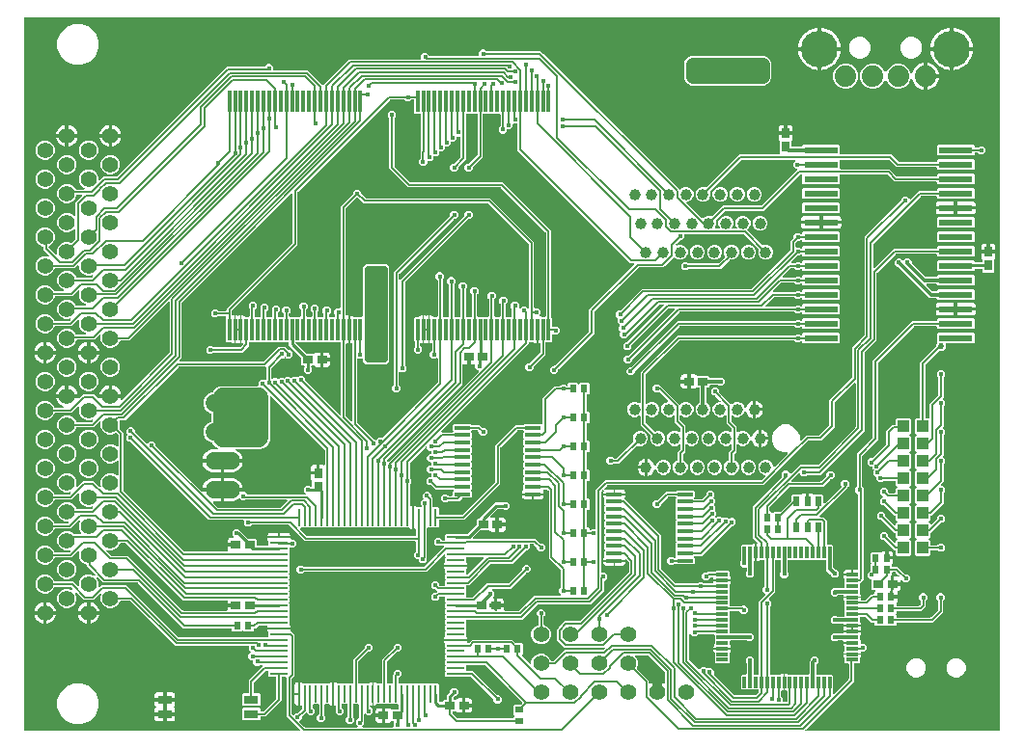
<source format=gbr>
G04 EAGLE Gerber RS-274X export*
G75*
%MOMM*%
%FSLAX34Y34*%
%LPD*%
%INBottom Copper*%
%IPPOS*%
%AMOC8*
5,1,8,0,0,1.08239X$1,22.5*%
G01*
%ADD10C,1.408000*%
%ADD11R,0.270000X1.500000*%
%ADD12R,1.500000X0.270000*%
%ADD13R,1.000000X0.300000*%
%ADD14R,0.300000X1.000000*%
%ADD15R,3.000000X0.600000*%
%ADD16R,0.300000X1.900000*%
%ADD17C,1.008000*%
%ADD18R,1.400000X0.300000*%
%ADD19R,0.600000X0.700000*%
%ADD20R,0.600000X0.900000*%
%ADD21R,0.925000X0.740000*%
%ADD22R,0.740000X0.925000*%
%ADD23R,1.000000X1.100000*%
%ADD24R,1.270000X0.760000*%
%ADD25C,1.524000*%
%ADD26R,0.700000X0.600000*%
%ADD27C,1.879600*%
%ADD28C,3.216000*%
%ADD29C,0.152400*%
%ADD30C,0.406400*%
%ADD31C,0.812800*%
%ADD32C,0.304800*%
%ADD33C,0.508000*%
%ADD34C,0.254000*%
%ADD35C,1.651000*%
%ADD36C,1.270000*%
%ADD37C,0.525000*%

G36*
X244998Y4012D02*
X244998Y4012D01*
X245070Y4014D01*
X245119Y4032D01*
X245170Y4040D01*
X245234Y4074D01*
X245301Y4099D01*
X245342Y4131D01*
X245388Y4156D01*
X245437Y4208D01*
X245493Y4252D01*
X245521Y4296D01*
X245557Y4334D01*
X245587Y4399D01*
X245626Y4459D01*
X245639Y4510D01*
X245661Y4557D01*
X245669Y4628D01*
X245686Y4698D01*
X245682Y4750D01*
X245688Y4801D01*
X245673Y4872D01*
X245667Y4943D01*
X245647Y4991D01*
X245636Y5042D01*
X245599Y5103D01*
X245571Y5169D01*
X245526Y5225D01*
X245509Y5253D01*
X245492Y5268D01*
X245466Y5300D01*
X235496Y15270D01*
X233933Y16833D01*
X233933Y50664D01*
X233930Y50684D01*
X233932Y50703D01*
X233910Y50805D01*
X233894Y50907D01*
X233884Y50924D01*
X233880Y50944D01*
X233827Y51033D01*
X233778Y51124D01*
X233764Y51138D01*
X233754Y51155D01*
X233675Y51222D01*
X233600Y51294D01*
X233582Y51302D01*
X233567Y51315D01*
X233471Y51354D01*
X233377Y51397D01*
X233357Y51399D01*
X233339Y51407D01*
X233172Y51425D01*
X230348Y51425D01*
X230328Y51422D01*
X230309Y51424D01*
X230207Y51402D01*
X230105Y51386D01*
X230088Y51376D01*
X230068Y51372D01*
X229979Y51319D01*
X229888Y51270D01*
X229874Y51256D01*
X229857Y51246D01*
X229790Y51167D01*
X229718Y51092D01*
X229710Y51074D01*
X229697Y51059D01*
X229658Y50963D01*
X229615Y50869D01*
X229613Y50849D01*
X229605Y50831D01*
X229587Y50664D01*
X229587Y30773D01*
X215577Y16763D01*
X211686Y16763D01*
X211666Y16760D01*
X211647Y16762D01*
X211545Y16740D01*
X211443Y16724D01*
X211426Y16714D01*
X211406Y16710D01*
X211317Y16657D01*
X211226Y16608D01*
X211212Y16594D01*
X211195Y16584D01*
X211128Y16505D01*
X211056Y16430D01*
X211048Y16412D01*
X211035Y16397D01*
X210996Y16301D01*
X210953Y16207D01*
X210951Y16187D01*
X210943Y16169D01*
X210925Y16002D01*
X210925Y14618D01*
X210032Y13725D01*
X196068Y13725D01*
X195175Y14618D01*
X195175Y23482D01*
X196068Y24375D01*
X210032Y24375D01*
X210925Y23482D01*
X210925Y22098D01*
X210928Y22078D01*
X210926Y22059D01*
X210948Y21957D01*
X210964Y21855D01*
X210974Y21838D01*
X210978Y21818D01*
X211031Y21729D01*
X211080Y21638D01*
X211094Y21624D01*
X211104Y21607D01*
X211183Y21540D01*
X211258Y21468D01*
X211276Y21460D01*
X211291Y21447D01*
X211387Y21408D01*
X211481Y21365D01*
X211501Y21363D01*
X211519Y21355D01*
X211686Y21337D01*
X213367Y21337D01*
X213458Y21351D01*
X213548Y21359D01*
X213578Y21371D01*
X213610Y21376D01*
X213691Y21419D01*
X213775Y21455D01*
X213807Y21481D01*
X213828Y21492D01*
X213850Y21515D01*
X213906Y21560D01*
X224790Y32444D01*
X224843Y32518D01*
X224903Y32588D01*
X224915Y32618D01*
X224934Y32644D01*
X224961Y32731D01*
X224995Y32816D01*
X224999Y32857D01*
X225006Y32879D01*
X225005Y32911D01*
X225013Y32983D01*
X225013Y50664D01*
X225010Y50684D01*
X225012Y50703D01*
X224990Y50805D01*
X224974Y50907D01*
X224964Y50924D01*
X224960Y50944D01*
X224907Y51033D01*
X224858Y51124D01*
X224844Y51138D01*
X224834Y51155D01*
X224755Y51222D01*
X224680Y51294D01*
X224662Y51302D01*
X224647Y51315D01*
X224551Y51354D01*
X224457Y51397D01*
X224437Y51399D01*
X224419Y51407D01*
X224252Y51425D01*
X219168Y51425D01*
X218275Y52318D01*
X218275Y56252D01*
X218272Y56272D01*
X218274Y56291D01*
X218252Y56393D01*
X218236Y56495D01*
X218226Y56512D01*
X218222Y56532D01*
X218169Y56621D01*
X218120Y56712D01*
X218106Y56726D01*
X218096Y56743D01*
X218017Y56810D01*
X217942Y56882D01*
X217924Y56890D01*
X217909Y56903D01*
X217813Y56942D01*
X217719Y56985D01*
X217699Y56987D01*
X217681Y56995D01*
X217514Y57013D01*
X215893Y57013D01*
X215802Y56999D01*
X215712Y56991D01*
X215682Y56979D01*
X215650Y56974D01*
X215569Y56931D01*
X215485Y56895D01*
X215453Y56869D01*
X215432Y56858D01*
X215410Y56835D01*
X215354Y56790D01*
X205560Y46996D01*
X205507Y46922D01*
X205447Y46852D01*
X205435Y46822D01*
X205416Y46796D01*
X205389Y46709D01*
X205355Y46624D01*
X205351Y46583D01*
X205344Y46561D01*
X205345Y46529D01*
X205337Y46457D01*
X205337Y37836D01*
X205340Y37816D01*
X205338Y37797D01*
X205360Y37695D01*
X205376Y37593D01*
X205386Y37576D01*
X205390Y37556D01*
X205443Y37467D01*
X205492Y37376D01*
X205506Y37362D01*
X205516Y37345D01*
X205595Y37278D01*
X205670Y37206D01*
X205688Y37198D01*
X205703Y37185D01*
X205799Y37146D01*
X205893Y37103D01*
X205913Y37101D01*
X205931Y37093D01*
X206098Y37075D01*
X210032Y37075D01*
X210925Y36182D01*
X210925Y27318D01*
X210032Y26425D01*
X196068Y26425D01*
X195175Y27318D01*
X195175Y36182D01*
X196068Y37075D01*
X200002Y37075D01*
X200022Y37078D01*
X200041Y37076D01*
X200143Y37098D01*
X200245Y37114D01*
X200262Y37124D01*
X200282Y37128D01*
X200371Y37181D01*
X200462Y37230D01*
X200476Y37244D01*
X200493Y37254D01*
X200560Y37333D01*
X200632Y37408D01*
X200640Y37426D01*
X200653Y37441D01*
X200692Y37537D01*
X200735Y37631D01*
X200737Y37651D01*
X200745Y37669D01*
X200763Y37836D01*
X200763Y48667D01*
X212810Y60714D01*
X212852Y60772D01*
X212901Y60824D01*
X212923Y60871D01*
X212953Y60913D01*
X212974Y60982D01*
X213005Y61047D01*
X213010Y61099D01*
X213026Y61149D01*
X213024Y61220D01*
X213032Y61291D01*
X213021Y61342D01*
X213019Y61394D01*
X212995Y61462D01*
X212980Y61532D01*
X212953Y61577D01*
X212935Y61625D01*
X212890Y61681D01*
X212853Y61743D01*
X212814Y61777D01*
X212781Y61817D01*
X212721Y61856D01*
X212666Y61903D01*
X212618Y61922D01*
X212574Y61950D01*
X212505Y61968D01*
X212438Y61995D01*
X212367Y62003D01*
X212336Y62011D01*
X212312Y62009D01*
X212272Y62013D01*
X210657Y62013D01*
X210566Y61999D01*
X210476Y61991D01*
X210446Y61979D01*
X210414Y61974D01*
X210333Y61931D01*
X210249Y61895D01*
X210217Y61869D01*
X210196Y61858D01*
X210174Y61835D01*
X210118Y61790D01*
X209753Y61425D01*
X206807Y61425D01*
X204723Y63509D01*
X204723Y65235D01*
X204720Y65255D01*
X204722Y65275D01*
X204700Y65376D01*
X204684Y65478D01*
X204674Y65496D01*
X204670Y65515D01*
X204617Y65604D01*
X204568Y65695D01*
X204554Y65709D01*
X204544Y65726D01*
X204465Y65794D01*
X204390Y65865D01*
X204372Y65873D01*
X204357Y65886D01*
X204261Y65925D01*
X204167Y65968D01*
X204147Y65971D01*
X204129Y65978D01*
X203962Y65997D01*
X202700Y65997D01*
X200617Y68080D01*
X200617Y71027D01*
X202556Y72966D01*
X202568Y72983D01*
X202584Y72995D01*
X202640Y73082D01*
X202700Y73166D01*
X202706Y73185D01*
X202717Y73202D01*
X202742Y73302D01*
X202772Y73401D01*
X202772Y73421D01*
X202777Y73440D01*
X202769Y73543D01*
X202766Y73647D01*
X202759Y73666D01*
X202758Y73686D01*
X202717Y73780D01*
X202681Y73878D01*
X202669Y73894D01*
X202661Y73912D01*
X202556Y74043D01*
X201139Y75461D01*
X201139Y78204D01*
X201135Y78224D01*
X201138Y78243D01*
X201116Y78345D01*
X201099Y78447D01*
X201090Y78464D01*
X201085Y78484D01*
X201032Y78573D01*
X200984Y78664D01*
X200969Y78678D01*
X200959Y78695D01*
X200880Y78762D01*
X200805Y78834D01*
X200787Y78842D01*
X200772Y78855D01*
X200676Y78894D01*
X200582Y78937D01*
X200563Y78939D01*
X200544Y78947D01*
X200377Y78965D01*
X136278Y78965D01*
X97103Y118140D01*
X97029Y118193D01*
X96960Y118253D01*
X96929Y118265D01*
X96903Y118284D01*
X96816Y118311D01*
X96731Y118345D01*
X96690Y118349D01*
X96668Y118356D01*
X96636Y118355D01*
X96565Y118363D01*
X88262Y118363D01*
X88147Y118344D01*
X88031Y118327D01*
X88025Y118325D01*
X88019Y118324D01*
X87916Y118269D01*
X87812Y118216D01*
X87807Y118211D01*
X87802Y118208D01*
X87722Y118124D01*
X87639Y118040D01*
X87636Y118034D01*
X87632Y118030D01*
X87625Y118013D01*
X87559Y117893D01*
X86691Y115798D01*
X84282Y113389D01*
X81134Y112085D01*
X77726Y112085D01*
X74578Y113389D01*
X72169Y115798D01*
X70865Y118946D01*
X70865Y122354D01*
X71348Y123519D01*
X71370Y123614D01*
X71399Y123707D01*
X71398Y123733D01*
X71404Y123758D01*
X71395Y123855D01*
X71392Y123953D01*
X71383Y123977D01*
X71381Y124003D01*
X71341Y124092D01*
X71308Y124184D01*
X71292Y124204D01*
X71281Y124228D01*
X71215Y124300D01*
X71154Y124376D01*
X71132Y124390D01*
X71115Y124409D01*
X71029Y124456D01*
X70947Y124509D01*
X70922Y124515D01*
X70899Y124528D01*
X70803Y124545D01*
X70709Y124569D01*
X70683Y124567D01*
X70657Y124571D01*
X70560Y124557D01*
X70464Y124550D01*
X70440Y124539D01*
X70414Y124535D01*
X70327Y124491D01*
X70237Y124453D01*
X70212Y124433D01*
X70194Y124424D01*
X70171Y124400D01*
X70106Y124348D01*
X64955Y119197D01*
X56489Y119197D01*
X49999Y125687D01*
X49920Y125744D01*
X49845Y125806D01*
X49821Y125815D01*
X49799Y125831D01*
X49706Y125859D01*
X49615Y125894D01*
X49589Y125895D01*
X49564Y125903D01*
X49467Y125900D01*
X49370Y125905D01*
X49345Y125897D01*
X49318Y125897D01*
X49227Y125863D01*
X49134Y125836D01*
X49112Y125821D01*
X49087Y125812D01*
X49011Y125751D01*
X48931Y125696D01*
X48916Y125675D01*
X48895Y125658D01*
X48843Y125577D01*
X48785Y125498D01*
X48777Y125474D01*
X48762Y125452D01*
X48739Y125357D01*
X48708Y125265D01*
X48709Y125238D01*
X48702Y125213D01*
X48710Y125116D01*
X48711Y125019D01*
X48720Y124987D01*
X48721Y124968D01*
X48734Y124938D01*
X48758Y124858D01*
X49795Y122354D01*
X49795Y118946D01*
X48491Y115798D01*
X46082Y113389D01*
X42934Y112085D01*
X39526Y112085D01*
X36378Y113389D01*
X33969Y115798D01*
X32665Y118946D01*
X32665Y122354D01*
X33969Y125502D01*
X36378Y127911D01*
X39526Y129215D01*
X42934Y129215D01*
X45438Y128178D01*
X45532Y128155D01*
X45625Y128127D01*
X45652Y128127D01*
X45677Y128121D01*
X45774Y128131D01*
X45871Y128133D01*
X45896Y128142D01*
X45922Y128145D01*
X46011Y128184D01*
X46102Y128218D01*
X46123Y128234D01*
X46147Y128245D01*
X46218Y128310D01*
X46294Y128371D01*
X46308Y128393D01*
X46328Y128411D01*
X46375Y128496D01*
X46427Y128578D01*
X46434Y128603D01*
X46446Y128626D01*
X46464Y128722D01*
X46487Y128817D01*
X46485Y128843D01*
X46490Y128868D01*
X46476Y128965D01*
X46468Y129062D01*
X46458Y129086D01*
X46454Y129112D01*
X46410Y129199D01*
X46372Y129288D01*
X46352Y129314D01*
X46343Y129331D01*
X46319Y129354D01*
X46267Y129419D01*
X44996Y130691D01*
X44922Y130744D01*
X44852Y130803D01*
X44822Y130815D01*
X44796Y130834D01*
X44709Y130861D01*
X44624Y130895D01*
X44583Y130900D01*
X44561Y130906D01*
X44529Y130906D01*
X44457Y130913D01*
X30900Y130913D01*
X30785Y130895D01*
X30669Y130878D01*
X30663Y130875D01*
X30657Y130874D01*
X30554Y130819D01*
X30450Y130766D01*
X30445Y130762D01*
X30440Y130759D01*
X30360Y130675D01*
X30277Y130591D01*
X30274Y130584D01*
X30270Y130580D01*
X30263Y130564D01*
X30197Y130444D01*
X29391Y128498D01*
X26982Y126089D01*
X23834Y124785D01*
X20426Y124785D01*
X17278Y126089D01*
X14869Y128498D01*
X13565Y131646D01*
X13565Y135054D01*
X14869Y138202D01*
X17278Y140611D01*
X20426Y141915D01*
X23834Y141915D01*
X26982Y140611D01*
X29391Y138202D01*
X30321Y135957D01*
X30383Y135857D01*
X30442Y135757D01*
X30447Y135753D01*
X30450Y135748D01*
X30541Y135673D01*
X30629Y135597D01*
X30635Y135595D01*
X30640Y135591D01*
X30748Y135549D01*
X30857Y135505D01*
X30865Y135505D01*
X30869Y135503D01*
X30888Y135502D01*
X31024Y135487D01*
X46667Y135487D01*
X50466Y131688D01*
X50524Y131647D01*
X50576Y131597D01*
X50623Y131575D01*
X50665Y131545D01*
X50734Y131524D01*
X50799Y131494D01*
X50851Y131488D01*
X50901Y131472D01*
X50972Y131474D01*
X51043Y131466D01*
X51094Y131478D01*
X51146Y131479D01*
X51214Y131503D01*
X51284Y131519D01*
X51329Y131545D01*
X51377Y131563D01*
X51433Y131608D01*
X51495Y131645D01*
X51529Y131684D01*
X51569Y131717D01*
X51608Y131777D01*
X51655Y131832D01*
X51674Y131880D01*
X51702Y131924D01*
X51720Y131993D01*
X51747Y132060D01*
X51755Y132131D01*
X51763Y132162D01*
X51761Y132186D01*
X51765Y132227D01*
X51765Y135054D01*
X53069Y138202D01*
X55478Y140611D01*
X58626Y141915D01*
X62034Y141915D01*
X65051Y140665D01*
X65146Y140643D01*
X65239Y140614D01*
X65265Y140615D01*
X65290Y140609D01*
X65387Y140618D01*
X65485Y140620D01*
X65509Y140629D01*
X65535Y140632D01*
X65624Y140671D01*
X65716Y140705D01*
X65736Y140721D01*
X65760Y140732D01*
X65832Y140798D01*
X65908Y140859D01*
X65922Y140881D01*
X65941Y140898D01*
X65988Y140984D01*
X66041Y141065D01*
X66047Y141091D01*
X66060Y141114D01*
X66077Y141210D01*
X66101Y141304D01*
X66099Y141330D01*
X66103Y141356D01*
X66089Y141452D01*
X66082Y141549D01*
X66072Y141573D01*
X66068Y141599D01*
X66023Y141686D01*
X65985Y141776D01*
X65965Y141801D01*
X65956Y141818D01*
X65933Y141842D01*
X65881Y141906D01*
X60490Y147297D01*
X58927Y148860D01*
X58927Y149552D01*
X58908Y149667D01*
X58891Y149783D01*
X58889Y149789D01*
X58888Y149795D01*
X58833Y149897D01*
X58780Y150002D01*
X58775Y150007D01*
X58772Y150012D01*
X58688Y150092D01*
X58604Y150174D01*
X58598Y150178D01*
X58594Y150181D01*
X58577Y150189D01*
X58457Y150255D01*
X55478Y151489D01*
X53069Y153898D01*
X51765Y157046D01*
X51765Y160454D01*
X51982Y160977D01*
X52004Y161071D01*
X52033Y161165D01*
X52032Y161191D01*
X52038Y161216D01*
X52029Y161313D01*
X52027Y161411D01*
X52018Y161435D01*
X52015Y161461D01*
X51975Y161550D01*
X51942Y161642D01*
X51926Y161662D01*
X51915Y161686D01*
X51849Y161758D01*
X51788Y161834D01*
X51766Y161848D01*
X51749Y161867D01*
X51664Y161914D01*
X51581Y161967D01*
X51556Y161973D01*
X51533Y161986D01*
X51437Y162003D01*
X51343Y162027D01*
X51317Y162025D01*
X51291Y162029D01*
X51195Y162015D01*
X51098Y162008D01*
X51074Y161997D01*
X51048Y161994D01*
X50961Y161949D01*
X50871Y161911D01*
X50846Y161891D01*
X50829Y161882D01*
X50806Y161859D01*
X50740Y161807D01*
X46960Y158026D01*
X45397Y156463D01*
X30962Y156463D01*
X30847Y156444D01*
X30731Y156427D01*
X30725Y156425D01*
X30719Y156424D01*
X30616Y156369D01*
X30512Y156316D01*
X30507Y156311D01*
X30502Y156308D01*
X30422Y156224D01*
X30339Y156140D01*
X30336Y156134D01*
X30332Y156130D01*
X30325Y156113D01*
X30259Y155993D01*
X29391Y153898D01*
X26982Y151489D01*
X23834Y150185D01*
X20426Y150185D01*
X17278Y151489D01*
X14869Y153898D01*
X13565Y157046D01*
X13565Y160454D01*
X14869Y163602D01*
X17278Y166011D01*
X20426Y167315D01*
X23834Y167315D01*
X26982Y166011D01*
X29391Y163602D01*
X30259Y161507D01*
X30320Y161407D01*
X30380Y161307D01*
X30385Y161303D01*
X30388Y161298D01*
X30479Y161223D01*
X30567Y161147D01*
X30573Y161145D01*
X30578Y161141D01*
X30686Y161099D01*
X30795Y161055D01*
X30803Y161054D01*
X30807Y161053D01*
X30826Y161052D01*
X30962Y161037D01*
X43187Y161037D01*
X43278Y161051D01*
X43368Y161059D01*
X43398Y161071D01*
X43430Y161076D01*
X43511Y161119D01*
X43595Y161155D01*
X43627Y161181D01*
X43648Y161192D01*
X43670Y161215D01*
X43726Y161260D01*
X44355Y161889D01*
X44412Y161968D01*
X44474Y162043D01*
X44483Y162067D01*
X44498Y162088D01*
X44527Y162181D01*
X44562Y162272D01*
X44563Y162299D01*
X44571Y162324D01*
X44568Y162421D01*
X44572Y162518D01*
X44565Y162543D01*
X44564Y162569D01*
X44531Y162661D01*
X44504Y162754D01*
X44489Y162776D01*
X44480Y162800D01*
X44419Y162877D01*
X44363Y162956D01*
X44343Y162972D01*
X44326Y162992D01*
X44244Y163045D01*
X44166Y163103D01*
X44141Y163111D01*
X44119Y163125D01*
X44025Y163149D01*
X43932Y163179D01*
X43906Y163179D01*
X43881Y163186D01*
X43784Y163178D01*
X43686Y163177D01*
X43655Y163168D01*
X43636Y163166D01*
X43605Y163154D01*
X43525Y163130D01*
X42934Y162885D01*
X39526Y162885D01*
X36378Y164189D01*
X33969Y166598D01*
X32665Y169746D01*
X32665Y173154D01*
X33969Y176302D01*
X36378Y178711D01*
X39526Y180015D01*
X42934Y180015D01*
X46082Y178711D01*
X47459Y177334D01*
X47533Y177281D01*
X47602Y177221D01*
X47632Y177209D01*
X47658Y177190D01*
X47745Y177163D01*
X47830Y177129D01*
X47871Y177125D01*
X47894Y177118D01*
X47926Y177119D01*
X47997Y177111D01*
X53419Y177111D01*
X53490Y177122D01*
X53562Y177124D01*
X53610Y177142D01*
X53662Y177150D01*
X53725Y177184D01*
X53793Y177209D01*
X53833Y177241D01*
X53879Y177266D01*
X53929Y177318D01*
X53985Y177362D01*
X54013Y177406D01*
X54049Y177444D01*
X54079Y177509D01*
X54118Y177569D01*
X54130Y177620D01*
X54152Y177667D01*
X54160Y177738D01*
X54178Y177808D01*
X54174Y177860D01*
X54179Y177911D01*
X54164Y177982D01*
X54158Y178053D01*
X54138Y178101D01*
X54127Y178152D01*
X54090Y178213D01*
X54062Y178279D01*
X54017Y178335D01*
X54001Y178363D01*
X53983Y178378D01*
X53957Y178410D01*
X53069Y179298D01*
X51765Y182446D01*
X51765Y185854D01*
X52773Y188287D01*
X52796Y188382D01*
X52824Y188475D01*
X52823Y188501D01*
X52829Y188527D01*
X52820Y188623D01*
X52818Y188721D01*
X52809Y188745D01*
X52806Y188772D01*
X52767Y188861D01*
X52733Y188952D01*
X52717Y188972D01*
X52706Y188996D01*
X52640Y189068D01*
X52580Y189144D01*
X52558Y189158D01*
X52540Y189177D01*
X52455Y189224D01*
X52373Y189277D01*
X52347Y189283D01*
X52324Y189296D01*
X52228Y189313D01*
X52134Y189337D01*
X52108Y189335D01*
X52082Y189340D01*
X51986Y189325D01*
X51889Y189318D01*
X51865Y189308D01*
X51839Y189304D01*
X51752Y189260D01*
X51663Y189222D01*
X51637Y189201D01*
X51620Y189192D01*
X51597Y189169D01*
X51532Y189117D01*
X44278Y181863D01*
X30962Y181863D01*
X30847Y181844D01*
X30731Y181827D01*
X30725Y181825D01*
X30719Y181824D01*
X30616Y181769D01*
X30512Y181716D01*
X30507Y181711D01*
X30502Y181708D01*
X30422Y181624D01*
X30339Y181540D01*
X30336Y181534D01*
X30332Y181530D01*
X30325Y181513D01*
X30259Y181393D01*
X29391Y179298D01*
X26982Y176889D01*
X23834Y175585D01*
X20426Y175585D01*
X17278Y176889D01*
X14869Y179298D01*
X13565Y182446D01*
X13565Y185854D01*
X14869Y189002D01*
X17278Y191411D01*
X20426Y192715D01*
X23834Y192715D01*
X26982Y191411D01*
X29391Y189002D01*
X30259Y186907D01*
X30320Y186807D01*
X30380Y186707D01*
X30385Y186703D01*
X30388Y186698D01*
X30479Y186623D01*
X30567Y186547D01*
X30573Y186545D01*
X30578Y186541D01*
X30686Y186499D01*
X30795Y186455D01*
X30803Y186454D01*
X30807Y186453D01*
X30826Y186452D01*
X30962Y186437D01*
X42068Y186437D01*
X42158Y186451D01*
X42249Y186459D01*
X42279Y186471D01*
X42311Y186476D01*
X42392Y186519D01*
X42476Y186555D01*
X42508Y186581D01*
X42529Y186592D01*
X42551Y186615D01*
X42607Y186660D01*
X42933Y186986D01*
X42975Y187044D01*
X43024Y187096D01*
X43046Y187143D01*
X43076Y187185D01*
X43097Y187254D01*
X43128Y187319D01*
X43133Y187371D01*
X43149Y187421D01*
X43147Y187492D01*
X43155Y187563D01*
X43144Y187614D01*
X43142Y187666D01*
X43118Y187734D01*
X43103Y187804D01*
X43076Y187849D01*
X43058Y187897D01*
X43013Y187953D01*
X42976Y188015D01*
X42937Y188049D01*
X42904Y188089D01*
X42844Y188128D01*
X42789Y188175D01*
X42741Y188194D01*
X42697Y188222D01*
X42628Y188240D01*
X42561Y188267D01*
X42490Y188275D01*
X42459Y188283D01*
X42435Y188281D01*
X42395Y188285D01*
X39526Y188285D01*
X36378Y189589D01*
X33969Y191998D01*
X32665Y195146D01*
X32665Y198554D01*
X33969Y201702D01*
X36378Y204111D01*
X39526Y205415D01*
X42934Y205415D01*
X46082Y204111D01*
X48491Y201702D01*
X49359Y199607D01*
X49420Y199507D01*
X49480Y199407D01*
X49485Y199403D01*
X49488Y199398D01*
X49579Y199323D01*
X49667Y199247D01*
X49673Y199245D01*
X49678Y199241D01*
X49786Y199199D01*
X49895Y199155D01*
X49903Y199154D01*
X49907Y199153D01*
X49926Y199152D01*
X50062Y199137D01*
X62439Y199137D01*
X62529Y199151D01*
X62620Y199159D01*
X62649Y199171D01*
X62681Y199176D01*
X62762Y199219D01*
X62846Y199255D01*
X62878Y199281D01*
X62899Y199292D01*
X62921Y199315D01*
X62977Y199360D01*
X63713Y200096D01*
X63769Y200175D01*
X63832Y200250D01*
X63841Y200274D01*
X63856Y200295D01*
X63885Y200388D01*
X63920Y200479D01*
X63921Y200505D01*
X63929Y200530D01*
X63926Y200628D01*
X63930Y200725D01*
X63923Y200750D01*
X63922Y200776D01*
X63889Y200868D01*
X63862Y200961D01*
X63847Y200983D01*
X63838Y201007D01*
X63777Y201083D01*
X63721Y201163D01*
X63700Y201179D01*
X63684Y201199D01*
X63602Y201252D01*
X63524Y201310D01*
X63499Y201318D01*
X63477Y201332D01*
X63383Y201356D01*
X63290Y201386D01*
X63264Y201386D01*
X63239Y201392D01*
X63142Y201385D01*
X63044Y201384D01*
X63013Y201375D01*
X62993Y201373D01*
X62963Y201360D01*
X62883Y201337D01*
X62034Y200985D01*
X58626Y200985D01*
X55478Y202289D01*
X53069Y204698D01*
X51765Y207846D01*
X51765Y211254D01*
X51875Y211519D01*
X51897Y211614D01*
X51926Y211707D01*
X51925Y211733D01*
X51931Y211759D01*
X51922Y211855D01*
X51920Y211953D01*
X51911Y211977D01*
X51908Y212003D01*
X51869Y212093D01*
X51835Y212184D01*
X51819Y212204D01*
X51808Y212228D01*
X51742Y212300D01*
X51682Y212376D01*
X51660Y212390D01*
X51642Y212409D01*
X51557Y212456D01*
X51475Y212509D01*
X51449Y212515D01*
X51426Y212528D01*
X51330Y212545D01*
X51236Y212569D01*
X51210Y212567D01*
X51184Y212572D01*
X51088Y212557D01*
X50991Y212550D01*
X50967Y212540D01*
X50941Y212536D01*
X50854Y212492D01*
X50765Y212454D01*
X50739Y212433D01*
X50722Y212424D01*
X50699Y212401D01*
X50634Y212349D01*
X45548Y207263D01*
X30962Y207263D01*
X30847Y207244D01*
X30731Y207227D01*
X30725Y207225D01*
X30719Y207224D01*
X30616Y207169D01*
X30512Y207116D01*
X30507Y207111D01*
X30502Y207108D01*
X30422Y207024D01*
X30339Y206940D01*
X30336Y206934D01*
X30332Y206930D01*
X30325Y206913D01*
X30259Y206793D01*
X29391Y204698D01*
X26982Y202289D01*
X23834Y200985D01*
X20426Y200985D01*
X17278Y202289D01*
X14869Y204698D01*
X13565Y207846D01*
X13565Y211254D01*
X14869Y214402D01*
X17278Y216811D01*
X20426Y218115D01*
X23834Y218115D01*
X26982Y216811D01*
X29391Y214402D01*
X30259Y212307D01*
X30320Y212207D01*
X30380Y212107D01*
X30385Y212103D01*
X30388Y212098D01*
X30479Y212023D01*
X30567Y211947D01*
X30573Y211945D01*
X30578Y211941D01*
X30686Y211899D01*
X30795Y211855D01*
X30803Y211854D01*
X30807Y211853D01*
X30826Y211852D01*
X30962Y211837D01*
X43338Y211837D01*
X43428Y211851D01*
X43519Y211859D01*
X43549Y211871D01*
X43581Y211876D01*
X43662Y211919D01*
X43746Y211955D01*
X43778Y211981D01*
X43799Y211992D01*
X43821Y212015D01*
X43877Y212060D01*
X44613Y212795D01*
X44669Y212875D01*
X44731Y212950D01*
X44741Y212974D01*
X44756Y212995D01*
X44785Y213088D01*
X44820Y213179D01*
X44821Y213205D01*
X44828Y213230D01*
X44826Y213328D01*
X44830Y213425D01*
X44823Y213450D01*
X44822Y213476D01*
X44789Y213568D01*
X44762Y213661D01*
X44747Y213683D01*
X44738Y213707D01*
X44677Y213783D01*
X44621Y213863D01*
X44600Y213879D01*
X44584Y213899D01*
X44502Y213952D01*
X44424Y214010D01*
X44399Y214018D01*
X44377Y214032D01*
X44283Y214056D01*
X44190Y214086D01*
X44164Y214086D01*
X44139Y214092D01*
X44041Y214085D01*
X43944Y214084D01*
X43913Y214075D01*
X43893Y214073D01*
X43863Y214060D01*
X43783Y214037D01*
X42934Y213685D01*
X39526Y213685D01*
X36378Y214989D01*
X33969Y217398D01*
X32665Y220546D01*
X32665Y223954D01*
X33969Y227102D01*
X36378Y229511D01*
X39526Y230815D01*
X42934Y230815D01*
X46082Y229511D01*
X48491Y227102D01*
X49795Y223954D01*
X49795Y220546D01*
X49443Y219697D01*
X49434Y219659D01*
X49425Y219639D01*
X49421Y219604D01*
X49421Y219602D01*
X49392Y219509D01*
X49393Y219483D01*
X49387Y219458D01*
X49396Y219361D01*
X49398Y219263D01*
X49407Y219239D01*
X49410Y219213D01*
X49449Y219124D01*
X49483Y219032D01*
X49499Y219012D01*
X49510Y218988D01*
X49576Y218916D01*
X49637Y218840D01*
X49659Y218826D01*
X49676Y218807D01*
X49762Y218760D01*
X49843Y218707D01*
X49869Y218701D01*
X49892Y218688D01*
X49988Y218671D01*
X50082Y218647D01*
X50108Y218649D01*
X50134Y218645D01*
X50230Y218659D01*
X50327Y218666D01*
X50351Y218677D01*
X50377Y218680D01*
X50464Y218725D01*
X50554Y218763D01*
X50579Y218783D01*
X50596Y218792D01*
X50620Y218816D01*
X50685Y218867D01*
X55520Y223703D01*
X65140Y223703D01*
X69975Y218867D01*
X70055Y218811D01*
X70130Y218749D01*
X70154Y218739D01*
X70175Y218724D01*
X70268Y218695D01*
X70359Y218660D01*
X70385Y218659D01*
X70410Y218652D01*
X70508Y218654D01*
X70605Y218650D01*
X70630Y218657D01*
X70656Y218658D01*
X70748Y218691D01*
X70841Y218718D01*
X70863Y218733D01*
X70887Y218742D01*
X70963Y218803D01*
X71043Y218859D01*
X71059Y218880D01*
X71079Y218896D01*
X71132Y218978D01*
X71190Y219056D01*
X71198Y219081D01*
X71212Y219103D01*
X71236Y219197D01*
X71266Y219290D01*
X71266Y219316D01*
X71272Y219341D01*
X71265Y219438D01*
X71264Y219536D01*
X71255Y219567D01*
X71253Y219587D01*
X71240Y219617D01*
X71217Y219697D01*
X70865Y220546D01*
X70865Y223954D01*
X72169Y227102D01*
X74578Y229511D01*
X77726Y230815D01*
X81134Y230815D01*
X84282Y229511D01*
X85170Y228623D01*
X85228Y228581D01*
X85280Y228531D01*
X85327Y228509D01*
X85369Y228479D01*
X85438Y228458D01*
X85503Y228428D01*
X85555Y228422D01*
X85605Y228407D01*
X85676Y228409D01*
X85747Y228401D01*
X85798Y228412D01*
X85850Y228413D01*
X85918Y228438D01*
X85988Y228453D01*
X86033Y228480D01*
X86081Y228498D01*
X86137Y228542D01*
X86199Y228579D01*
X86233Y228619D01*
X86273Y228651D01*
X86312Y228712D01*
X86359Y228766D01*
X86378Y228814D01*
X86406Y228858D01*
X86424Y228928D01*
X86451Y228994D01*
X86459Y229065D01*
X86467Y229097D01*
X86465Y229120D01*
X86469Y229161D01*
X86469Y240739D01*
X86458Y240810D01*
X86456Y240882D01*
X86438Y240930D01*
X86430Y240982D01*
X86396Y241045D01*
X86371Y241113D01*
X86339Y241153D01*
X86314Y241199D01*
X86262Y241249D01*
X86218Y241305D01*
X86174Y241333D01*
X86136Y241369D01*
X86071Y241399D01*
X86011Y241438D01*
X85960Y241450D01*
X85913Y241472D01*
X85842Y241480D01*
X85772Y241498D01*
X85720Y241494D01*
X85669Y241499D01*
X85598Y241484D01*
X85527Y241478D01*
X85479Y241458D01*
X85428Y241447D01*
X85367Y241410D01*
X85301Y241382D01*
X85245Y241337D01*
X85217Y241321D01*
X85202Y241303D01*
X85170Y241277D01*
X84282Y240389D01*
X81134Y239085D01*
X77726Y239085D01*
X74578Y240389D01*
X72169Y242798D01*
X70865Y245946D01*
X70865Y249354D01*
X72169Y252502D01*
X74578Y254911D01*
X77726Y256215D01*
X81134Y256215D01*
X84282Y254911D01*
X85170Y254023D01*
X85228Y253981D01*
X85280Y253931D01*
X85327Y253909D01*
X85369Y253879D01*
X85438Y253858D01*
X85503Y253828D01*
X85555Y253822D01*
X85605Y253807D01*
X85676Y253809D01*
X85747Y253801D01*
X85798Y253812D01*
X85850Y253813D01*
X85918Y253838D01*
X85988Y253853D01*
X86033Y253880D01*
X86081Y253898D01*
X86137Y253942D01*
X86199Y253979D01*
X86233Y254019D01*
X86273Y254051D01*
X86312Y254112D01*
X86359Y254166D01*
X86378Y254214D01*
X86406Y254258D01*
X86424Y254328D01*
X86451Y254394D01*
X86459Y254465D01*
X86467Y254497D01*
X86465Y254520D01*
X86469Y254561D01*
X86469Y264220D01*
X86455Y264310D01*
X86447Y264401D01*
X86435Y264431D01*
X86430Y264463D01*
X86387Y264544D01*
X86351Y264628D01*
X86325Y264660D01*
X86314Y264681D01*
X86291Y264703D01*
X86246Y264759D01*
X85287Y265718D01*
X85271Y265730D01*
X85258Y265745D01*
X85171Y265801D01*
X85087Y265862D01*
X85068Y265868D01*
X85051Y265878D01*
X84951Y265904D01*
X84852Y265934D01*
X84832Y265933D01*
X84813Y265938D01*
X84710Y265930D01*
X84606Y265928D01*
X84587Y265921D01*
X84567Y265919D01*
X84472Y265879D01*
X84375Y265843D01*
X84360Y265831D01*
X84341Y265823D01*
X84318Y265804D01*
X81134Y264485D01*
X77726Y264485D01*
X74578Y265789D01*
X72169Y268198D01*
X70865Y271346D01*
X70865Y274754D01*
X70975Y275019D01*
X70997Y275114D01*
X71026Y275207D01*
X71025Y275233D01*
X71031Y275259D01*
X71022Y275355D01*
X71020Y275453D01*
X71011Y275477D01*
X71008Y275503D01*
X70969Y275593D01*
X70935Y275684D01*
X70919Y275704D01*
X70908Y275728D01*
X70842Y275800D01*
X70782Y275876D01*
X70760Y275890D01*
X70742Y275909D01*
X70657Y275956D01*
X70575Y276009D01*
X70549Y276015D01*
X70526Y276028D01*
X70430Y276045D01*
X70336Y276069D01*
X70310Y276067D01*
X70284Y276072D01*
X70188Y276057D01*
X70091Y276050D01*
X70067Y276040D01*
X70041Y276036D01*
X69954Y275992D01*
X69865Y275954D01*
X69839Y275933D01*
X69822Y275924D01*
X69799Y275901D01*
X69734Y275849D01*
X64648Y270763D01*
X50062Y270763D01*
X49947Y270744D01*
X49831Y270727D01*
X49825Y270725D01*
X49819Y270724D01*
X49716Y270669D01*
X49612Y270616D01*
X49607Y270611D01*
X49602Y270608D01*
X49522Y270524D01*
X49439Y270440D01*
X49436Y270434D01*
X49432Y270430D01*
X49425Y270413D01*
X49359Y270293D01*
X48491Y268198D01*
X46082Y265789D01*
X42934Y264485D01*
X39526Y264485D01*
X36378Y265789D01*
X33969Y268198D01*
X32665Y271346D01*
X32665Y274754D01*
X33969Y277902D01*
X36378Y280311D01*
X39526Y281615D01*
X42934Y281615D01*
X46082Y280311D01*
X48491Y277902D01*
X49359Y275807D01*
X49420Y275707D01*
X49480Y275607D01*
X49485Y275603D01*
X49488Y275598D01*
X49579Y275523D01*
X49667Y275447D01*
X49673Y275445D01*
X49678Y275441D01*
X49786Y275399D01*
X49895Y275355D01*
X49903Y275354D01*
X49907Y275353D01*
X49926Y275352D01*
X50062Y275337D01*
X62438Y275337D01*
X62528Y275351D01*
X62619Y275359D01*
X62649Y275371D01*
X62681Y275376D01*
X62762Y275419D01*
X62846Y275455D01*
X62878Y275481D01*
X62899Y275492D01*
X62921Y275515D01*
X62977Y275560D01*
X63713Y276295D01*
X63769Y276375D01*
X63831Y276450D01*
X63841Y276474D01*
X63856Y276495D01*
X63885Y276588D01*
X63920Y276679D01*
X63921Y276705D01*
X63928Y276730D01*
X63926Y276828D01*
X63930Y276925D01*
X63923Y276950D01*
X63922Y276976D01*
X63889Y277068D01*
X63862Y277161D01*
X63847Y277183D01*
X63838Y277207D01*
X63777Y277283D01*
X63721Y277363D01*
X63700Y277379D01*
X63684Y277399D01*
X63602Y277452D01*
X63524Y277510D01*
X63499Y277518D01*
X63477Y277532D01*
X63383Y277556D01*
X63290Y277586D01*
X63264Y277586D01*
X63239Y277592D01*
X63141Y277585D01*
X63044Y277584D01*
X63013Y277575D01*
X62993Y277573D01*
X62963Y277560D01*
X62883Y277537D01*
X62034Y277185D01*
X58626Y277185D01*
X55478Y278489D01*
X53069Y280898D01*
X51765Y284046D01*
X51765Y287454D01*
X51875Y287719D01*
X51897Y287814D01*
X51926Y287907D01*
X51925Y287933D01*
X51931Y287959D01*
X51922Y288055D01*
X51920Y288153D01*
X51911Y288177D01*
X51908Y288203D01*
X51869Y288293D01*
X51835Y288384D01*
X51819Y288404D01*
X51808Y288428D01*
X51742Y288500D01*
X51682Y288576D01*
X51660Y288590D01*
X51642Y288609D01*
X51557Y288656D01*
X51475Y288709D01*
X51449Y288715D01*
X51426Y288728D01*
X51330Y288745D01*
X51236Y288769D01*
X51210Y288767D01*
X51184Y288772D01*
X51088Y288757D01*
X50991Y288750D01*
X50967Y288740D01*
X50941Y288736D01*
X50854Y288692D01*
X50765Y288654D01*
X50739Y288633D01*
X50722Y288624D01*
X50699Y288601D01*
X50634Y288549D01*
X45548Y283463D01*
X30962Y283463D01*
X30847Y283444D01*
X30731Y283427D01*
X30725Y283425D01*
X30719Y283424D01*
X30616Y283369D01*
X30512Y283316D01*
X30507Y283311D01*
X30502Y283308D01*
X30422Y283224D01*
X30339Y283140D01*
X30336Y283134D01*
X30332Y283130D01*
X30325Y283113D01*
X30259Y282993D01*
X29391Y280898D01*
X26982Y278489D01*
X23834Y277185D01*
X20426Y277185D01*
X17278Y278489D01*
X14869Y280898D01*
X13565Y284046D01*
X13565Y287454D01*
X14869Y290602D01*
X17278Y293011D01*
X20426Y294315D01*
X23834Y294315D01*
X26982Y293011D01*
X29391Y290602D01*
X30259Y288507D01*
X30320Y288407D01*
X30380Y288307D01*
X30385Y288303D01*
X30388Y288298D01*
X30479Y288223D01*
X30567Y288147D01*
X30573Y288145D01*
X30578Y288141D01*
X30686Y288099D01*
X30795Y288055D01*
X30803Y288054D01*
X30807Y288053D01*
X30826Y288052D01*
X30962Y288037D01*
X37469Y288037D01*
X37473Y288037D01*
X37477Y288037D01*
X37594Y288057D01*
X37711Y288076D01*
X37715Y288078D01*
X37719Y288079D01*
X37824Y288136D01*
X37929Y288192D01*
X37931Y288194D01*
X37935Y288196D01*
X38015Y288283D01*
X38098Y288370D01*
X38100Y288374D01*
X38103Y288377D01*
X38152Y288485D01*
X38202Y288593D01*
X38202Y288597D01*
X38204Y288601D01*
X38216Y288721D01*
X38229Y288837D01*
X38228Y288841D01*
X38228Y288845D01*
X38202Y288962D01*
X38177Y289078D01*
X38174Y289081D01*
X38174Y289085D01*
X38112Y289186D01*
X38050Y289289D01*
X38047Y289292D01*
X38045Y289295D01*
X37954Y289372D01*
X37863Y289449D01*
X37860Y289450D01*
X37857Y289453D01*
X37704Y289522D01*
X37552Y289571D01*
X36209Y290256D01*
X34988Y291142D01*
X33922Y292208D01*
X33036Y293429D01*
X32351Y294772D01*
X31885Y296207D01*
X31771Y296927D01*
X40468Y296927D01*
X40488Y296930D01*
X40507Y296928D01*
X40609Y296950D01*
X40711Y296967D01*
X40728Y296976D01*
X40748Y296980D01*
X40837Y297033D01*
X40928Y297082D01*
X40942Y297096D01*
X40959Y297106D01*
X41026Y297185D01*
X41097Y297260D01*
X41106Y297278D01*
X41119Y297293D01*
X41157Y297389D01*
X41201Y297483D01*
X41203Y297503D01*
X41211Y297521D01*
X41229Y297688D01*
X41229Y298451D01*
X41231Y298451D01*
X41231Y297688D01*
X41234Y297668D01*
X41232Y297649D01*
X41254Y297547D01*
X41271Y297445D01*
X41280Y297428D01*
X41284Y297408D01*
X41337Y297319D01*
X41386Y297228D01*
X41400Y297214D01*
X41410Y297197D01*
X41489Y297130D01*
X41564Y297059D01*
X41582Y297050D01*
X41597Y297037D01*
X41693Y296998D01*
X41787Y296955D01*
X41807Y296953D01*
X41825Y296945D01*
X41992Y296927D01*
X50706Y296927D01*
X50707Y296906D01*
X50708Y296791D01*
X50710Y296783D01*
X50710Y296775D01*
X50750Y296666D01*
X50787Y296558D01*
X50792Y296552D01*
X50795Y296544D01*
X50867Y296454D01*
X50937Y296363D01*
X50944Y296358D01*
X50949Y296352D01*
X51045Y296290D01*
X51141Y296226D01*
X51149Y296224D01*
X51155Y296219D01*
X51267Y296191D01*
X51378Y296161D01*
X51386Y296161D01*
X51394Y296159D01*
X51508Y296168D01*
X51624Y296175D01*
X51631Y296178D01*
X51639Y296178D01*
X51744Y296223D01*
X51852Y296266D01*
X51858Y296271D01*
X51865Y296275D01*
X51996Y296379D01*
X55520Y299903D01*
X65140Y299903D01*
X68664Y296379D01*
X68670Y296375D01*
X68675Y296368D01*
X68770Y296303D01*
X68863Y296236D01*
X68871Y296234D01*
X68877Y296229D01*
X68988Y296197D01*
X69098Y296163D01*
X69106Y296164D01*
X69114Y296162D01*
X69228Y296167D01*
X69344Y296170D01*
X69352Y296173D01*
X69360Y296173D01*
X69467Y296215D01*
X69575Y296254D01*
X69582Y296259D01*
X69589Y296262D01*
X69677Y296336D01*
X69767Y296408D01*
X69772Y296415D01*
X69778Y296420D01*
X69838Y296518D01*
X69900Y296615D01*
X69902Y296623D01*
X69906Y296629D01*
X69932Y296742D01*
X69960Y296853D01*
X69960Y296861D01*
X69962Y296869D01*
X69959Y296927D01*
X78668Y296927D01*
X78688Y296930D01*
X78707Y296928D01*
X78809Y296950D01*
X78911Y296967D01*
X78928Y296976D01*
X78948Y296980D01*
X79037Y297033D01*
X79128Y297082D01*
X79142Y297096D01*
X79159Y297106D01*
X79226Y297185D01*
X79297Y297260D01*
X79306Y297278D01*
X79319Y297293D01*
X79357Y297389D01*
X79401Y297483D01*
X79403Y297503D01*
X79411Y297521D01*
X79429Y297688D01*
X79429Y298451D01*
X79431Y298451D01*
X79431Y297688D01*
X79434Y297668D01*
X79432Y297649D01*
X79454Y297547D01*
X79471Y297445D01*
X79480Y297428D01*
X79484Y297408D01*
X79537Y297319D01*
X79586Y297228D01*
X79600Y297214D01*
X79610Y297197D01*
X79689Y297130D01*
X79764Y297059D01*
X79782Y297050D01*
X79797Y297037D01*
X79893Y296998D01*
X79987Y296955D01*
X80007Y296953D01*
X80025Y296945D01*
X80192Y296927D01*
X88889Y296927D01*
X88775Y296207D01*
X88537Y295476D01*
X88527Y295409D01*
X88507Y295344D01*
X88509Y295288D01*
X88500Y295232D01*
X88512Y295166D01*
X88514Y295098D01*
X88533Y295045D01*
X88542Y294990D01*
X88575Y294930D01*
X88598Y294867D01*
X88633Y294823D01*
X88660Y294774D01*
X88709Y294728D01*
X88752Y294675D01*
X88799Y294645D01*
X88840Y294606D01*
X88902Y294579D01*
X88959Y294542D01*
X89013Y294528D01*
X89064Y294505D01*
X89131Y294498D01*
X89197Y294482D01*
X89253Y294486D01*
X89309Y294481D01*
X89375Y294496D01*
X89442Y294501D01*
X89494Y294523D01*
X89548Y294535D01*
X89606Y294571D01*
X89669Y294597D01*
X89730Y294646D01*
X89758Y294664D01*
X89772Y294680D01*
X89800Y294702D01*
X131094Y335997D01*
X131147Y336071D01*
X131207Y336140D01*
X131219Y336170D01*
X131238Y336197D01*
X131265Y336283D01*
X131299Y336368D01*
X131303Y336409D01*
X131310Y336432D01*
X131309Y336464D01*
X131317Y336535D01*
X131317Y380477D01*
X131306Y380548D01*
X131304Y380620D01*
X131286Y380669D01*
X131278Y380720D01*
X131244Y380783D01*
X131219Y380851D01*
X131187Y380891D01*
X131162Y380937D01*
X131110Y380987D01*
X131066Y381043D01*
X131022Y381071D01*
X130984Y381107D01*
X130919Y381137D01*
X130859Y381176D01*
X130808Y381188D01*
X130761Y381210D01*
X130690Y381218D01*
X130620Y381236D01*
X130568Y381232D01*
X130517Y381237D01*
X130446Y381222D01*
X130375Y381217D01*
X130327Y381196D01*
X130276Y381185D01*
X130215Y381148D01*
X130149Y381120D01*
X130093Y381076D01*
X130065Y381059D01*
X130050Y381041D01*
X130018Y381016D01*
X95966Y346963D01*
X88262Y346963D01*
X88147Y346944D01*
X88031Y346927D01*
X88025Y346925D01*
X88019Y346924D01*
X87916Y346869D01*
X87812Y346816D01*
X87807Y346811D01*
X87802Y346808D01*
X87722Y346724D01*
X87639Y346640D01*
X87636Y346634D01*
X87632Y346630D01*
X87625Y346613D01*
X87559Y346493D01*
X86691Y344398D01*
X84282Y341989D01*
X81134Y340685D01*
X77726Y340685D01*
X74578Y341989D01*
X72169Y344398D01*
X70865Y347546D01*
X70865Y350954D01*
X70975Y351219D01*
X70997Y351314D01*
X71026Y351407D01*
X71025Y351433D01*
X71031Y351459D01*
X71022Y351555D01*
X71020Y351653D01*
X71011Y351677D01*
X71008Y351703D01*
X70969Y351793D01*
X70935Y351884D01*
X70919Y351904D01*
X70908Y351928D01*
X70842Y352000D01*
X70782Y352076D01*
X70760Y352090D01*
X70742Y352109D01*
X70657Y352156D01*
X70575Y352209D01*
X70549Y352215D01*
X70526Y352228D01*
X70430Y352245D01*
X70336Y352269D01*
X70310Y352267D01*
X70284Y352272D01*
X70188Y352257D01*
X70091Y352250D01*
X70067Y352240D01*
X70041Y352236D01*
X69954Y352192D01*
X69865Y352154D01*
X69839Y352133D01*
X69822Y352124D01*
X69798Y352101D01*
X69734Y352049D01*
X65482Y347797D01*
X50407Y347797D01*
X50293Y347778D01*
X50176Y347761D01*
X50171Y347759D01*
X50165Y347758D01*
X50062Y347703D01*
X49957Y347650D01*
X49953Y347645D01*
X49947Y347642D01*
X49867Y347558D01*
X49785Y347474D01*
X49781Y347468D01*
X49778Y347464D01*
X49770Y347447D01*
X49704Y347327D01*
X48491Y344398D01*
X46082Y341989D01*
X42934Y340685D01*
X39526Y340685D01*
X36378Y341989D01*
X33969Y344398D01*
X32665Y347546D01*
X32665Y350954D01*
X33969Y354102D01*
X36378Y356511D01*
X39526Y357815D01*
X42934Y357815D01*
X46082Y356511D01*
X48491Y354102D01*
X49013Y352841D01*
X49075Y352741D01*
X49135Y352641D01*
X49139Y352637D01*
X49143Y352632D01*
X49233Y352557D01*
X49322Y352481D01*
X49327Y352479D01*
X49332Y352475D01*
X49441Y352433D01*
X49550Y352389D01*
X49557Y352388D01*
X49562Y352387D01*
X49580Y352386D01*
X49716Y352371D01*
X57249Y352371D01*
X57345Y352386D01*
X57442Y352396D01*
X57466Y352406D01*
X57491Y352410D01*
X57577Y352456D01*
X57666Y352496D01*
X57686Y352513D01*
X57709Y352526D01*
X57776Y352596D01*
X57847Y352662D01*
X57860Y352685D01*
X57878Y352704D01*
X57919Y352792D01*
X57966Y352878D01*
X57971Y352903D01*
X57982Y352927D01*
X57992Y353024D01*
X58010Y353120D01*
X58006Y353146D01*
X58009Y353171D01*
X57988Y353267D01*
X57974Y353363D01*
X57962Y353386D01*
X57957Y353412D01*
X57907Y353495D01*
X57862Y353582D01*
X57844Y353601D01*
X57830Y353623D01*
X57756Y353686D01*
X57687Y353754D01*
X57658Y353770D01*
X57643Y353783D01*
X57613Y353795D01*
X57540Y353835D01*
X55478Y354689D01*
X53069Y357098D01*
X51765Y360246D01*
X51765Y363654D01*
X51875Y363919D01*
X51897Y364014D01*
X51926Y364107D01*
X51925Y364133D01*
X51931Y364159D01*
X51922Y364255D01*
X51920Y364353D01*
X51911Y364377D01*
X51908Y364403D01*
X51869Y364492D01*
X51835Y364584D01*
X51819Y364604D01*
X51808Y364628D01*
X51742Y364700D01*
X51682Y364776D01*
X51660Y364790D01*
X51642Y364809D01*
X51557Y364856D01*
X51475Y364909D01*
X51449Y364915D01*
X51426Y364928D01*
X51331Y364945D01*
X51236Y364969D01*
X51210Y364967D01*
X51184Y364972D01*
X51088Y364957D01*
X50991Y364950D01*
X50967Y364940D01*
X50941Y364936D01*
X50854Y364892D01*
X50765Y364854D01*
X50739Y364833D01*
X50722Y364824D01*
X50699Y364801D01*
X50634Y364749D01*
X45548Y359663D01*
X30962Y359663D01*
X30847Y359644D01*
X30731Y359627D01*
X30725Y359625D01*
X30719Y359624D01*
X30616Y359569D01*
X30512Y359516D01*
X30507Y359511D01*
X30502Y359508D01*
X30422Y359424D01*
X30339Y359340D01*
X30336Y359334D01*
X30332Y359330D01*
X30325Y359313D01*
X30259Y359193D01*
X29391Y357098D01*
X26982Y354689D01*
X23834Y353385D01*
X20426Y353385D01*
X17278Y354689D01*
X14869Y357098D01*
X13565Y360246D01*
X13565Y363654D01*
X14869Y366802D01*
X17278Y369211D01*
X20426Y370515D01*
X23834Y370515D01*
X26982Y369211D01*
X29391Y366802D01*
X30259Y364707D01*
X30320Y364607D01*
X30380Y364507D01*
X30385Y364503D01*
X30388Y364498D01*
X30479Y364423D01*
X30567Y364347D01*
X30573Y364345D01*
X30578Y364341D01*
X30686Y364299D01*
X30795Y364255D01*
X30803Y364254D01*
X30807Y364253D01*
X30826Y364252D01*
X30962Y364237D01*
X43338Y364237D01*
X43428Y364251D01*
X43519Y364259D01*
X43549Y364271D01*
X43581Y364276D01*
X43662Y364319D01*
X43746Y364355D01*
X43778Y364381D01*
X43799Y364392D01*
X43821Y364415D01*
X43877Y364460D01*
X44613Y365195D01*
X44669Y365275D01*
X44731Y365350D01*
X44741Y365374D01*
X44756Y365395D01*
X44785Y365488D01*
X44820Y365579D01*
X44821Y365605D01*
X44828Y365630D01*
X44826Y365728D01*
X44830Y365825D01*
X44823Y365850D01*
X44822Y365876D01*
X44789Y365968D01*
X44762Y366061D01*
X44747Y366083D01*
X44738Y366107D01*
X44677Y366183D01*
X44621Y366263D01*
X44600Y366279D01*
X44584Y366299D01*
X44502Y366352D01*
X44424Y366410D01*
X44399Y366418D01*
X44377Y366432D01*
X44283Y366456D01*
X44190Y366486D01*
X44164Y366486D01*
X44139Y366492D01*
X44041Y366485D01*
X43944Y366484D01*
X43913Y366475D01*
X43893Y366473D01*
X43863Y366460D01*
X43783Y366437D01*
X42934Y366085D01*
X39526Y366085D01*
X36378Y367389D01*
X33969Y369798D01*
X32665Y372946D01*
X32665Y376354D01*
X33969Y379502D01*
X36378Y381911D01*
X39526Y383215D01*
X42934Y383215D01*
X46082Y381911D01*
X48491Y379502D01*
X49013Y378241D01*
X49075Y378141D01*
X49135Y378041D01*
X49139Y378037D01*
X49143Y378032D01*
X49233Y377957D01*
X49322Y377881D01*
X49327Y377879D01*
X49332Y377875D01*
X49441Y377833D01*
X49550Y377789D01*
X49557Y377788D01*
X49562Y377787D01*
X49580Y377786D01*
X49716Y377771D01*
X57249Y377771D01*
X57345Y377786D01*
X57442Y377796D01*
X57466Y377806D01*
X57491Y377810D01*
X57577Y377856D01*
X57666Y377896D01*
X57686Y377913D01*
X57709Y377926D01*
X57776Y377996D01*
X57848Y378062D01*
X57860Y378085D01*
X57878Y378104D01*
X57919Y378192D01*
X57966Y378278D01*
X57971Y378303D01*
X57982Y378327D01*
X57992Y378424D01*
X58010Y378520D01*
X58006Y378546D01*
X58009Y378571D01*
X57988Y378667D01*
X57974Y378763D01*
X57962Y378786D01*
X57957Y378812D01*
X57907Y378895D01*
X57863Y378982D01*
X57844Y379001D01*
X57830Y379023D01*
X57757Y379086D01*
X57687Y379154D01*
X57658Y379170D01*
X57644Y379183D01*
X57635Y379186D01*
X57634Y379187D01*
X57612Y379196D01*
X57540Y379235D01*
X55478Y380089D01*
X53069Y382498D01*
X51765Y385646D01*
X51765Y389054D01*
X52117Y389903D01*
X52139Y389998D01*
X52168Y390091D01*
X52167Y390117D01*
X52173Y390142D01*
X52164Y390239D01*
X52162Y390337D01*
X52153Y390361D01*
X52150Y390387D01*
X52111Y390476D01*
X52077Y390568D01*
X52061Y390588D01*
X52050Y390612D01*
X51984Y390684D01*
X51923Y390760D01*
X51901Y390774D01*
X51884Y390793D01*
X51799Y390840D01*
X51717Y390893D01*
X51691Y390899D01*
X51668Y390912D01*
X51573Y390929D01*
X51478Y390953D01*
X51452Y390951D01*
X51426Y390955D01*
X51330Y390941D01*
X51233Y390934D01*
X51209Y390923D01*
X51183Y390920D01*
X51096Y390875D01*
X51006Y390837D01*
X50981Y390817D01*
X50964Y390808D01*
X50941Y390785D01*
X50876Y390733D01*
X46040Y385897D01*
X31307Y385897D01*
X31193Y385878D01*
X31076Y385861D01*
X31071Y385859D01*
X31065Y385858D01*
X30962Y385803D01*
X30857Y385750D01*
X30853Y385745D01*
X30847Y385742D01*
X30767Y385658D01*
X30685Y385574D01*
X30681Y385568D01*
X30678Y385564D01*
X30670Y385547D01*
X30604Y385427D01*
X29391Y382498D01*
X26982Y380089D01*
X23834Y378785D01*
X20426Y378785D01*
X17278Y380089D01*
X14869Y382498D01*
X13565Y385646D01*
X13565Y389054D01*
X14869Y392202D01*
X17278Y394611D01*
X20426Y395915D01*
X23834Y395915D01*
X26982Y394611D01*
X29391Y392202D01*
X29913Y390941D01*
X29975Y390841D01*
X30035Y390741D01*
X30039Y390737D01*
X30043Y390732D01*
X30133Y390657D01*
X30222Y390581D01*
X30227Y390579D01*
X30232Y390575D01*
X30341Y390533D01*
X30450Y390489D01*
X30457Y390488D01*
X30462Y390487D01*
X30480Y390486D01*
X30616Y390471D01*
X38149Y390471D01*
X38245Y390486D01*
X38342Y390496D01*
X38366Y390506D01*
X38391Y390510D01*
X38477Y390556D01*
X38566Y390596D01*
X38586Y390613D01*
X38609Y390626D01*
X38676Y390696D01*
X38747Y390762D01*
X38760Y390785D01*
X38778Y390804D01*
X38819Y390892D01*
X38866Y390978D01*
X38871Y391003D01*
X38882Y391027D01*
X38892Y391124D01*
X38910Y391220D01*
X38906Y391246D01*
X38909Y391271D01*
X38888Y391367D01*
X38874Y391463D01*
X38862Y391486D01*
X38857Y391512D01*
X38807Y391595D01*
X38762Y391682D01*
X38744Y391701D01*
X38730Y391723D01*
X38656Y391786D01*
X38587Y391854D01*
X38558Y391870D01*
X38543Y391883D01*
X38513Y391895D01*
X38440Y391935D01*
X36378Y392789D01*
X33969Y395198D01*
X32665Y398346D01*
X32665Y401754D01*
X33969Y404902D01*
X36378Y407311D01*
X39526Y408615D01*
X42934Y408615D01*
X46082Y407311D01*
X48491Y404902D01*
X49359Y402807D01*
X49420Y402707D01*
X49480Y402607D01*
X49485Y402603D01*
X49488Y402598D01*
X49579Y402523D01*
X49667Y402447D01*
X49673Y402445D01*
X49678Y402441D01*
X49786Y402399D01*
X49895Y402355D01*
X49903Y402354D01*
X49907Y402353D01*
X49926Y402352D01*
X50062Y402337D01*
X62439Y402337D01*
X62529Y402351D01*
X62620Y402359D01*
X62649Y402371D01*
X62681Y402376D01*
X62762Y402419D01*
X62846Y402455D01*
X62878Y402481D01*
X62899Y402492D01*
X62921Y402515D01*
X62977Y402560D01*
X63713Y403296D01*
X63769Y403375D01*
X63832Y403450D01*
X63841Y403474D01*
X63856Y403495D01*
X63885Y403588D01*
X63920Y403679D01*
X63921Y403705D01*
X63929Y403730D01*
X63926Y403828D01*
X63930Y403925D01*
X63923Y403950D01*
X63922Y403976D01*
X63889Y404068D01*
X63862Y404161D01*
X63847Y404183D01*
X63838Y404207D01*
X63777Y404283D01*
X63721Y404363D01*
X63700Y404379D01*
X63684Y404399D01*
X63602Y404452D01*
X63524Y404510D01*
X63499Y404518D01*
X63477Y404532D01*
X63383Y404556D01*
X63290Y404586D01*
X63264Y404586D01*
X63239Y404592D01*
X63142Y404585D01*
X63044Y404584D01*
X63013Y404575D01*
X62993Y404573D01*
X62963Y404560D01*
X62883Y404537D01*
X62034Y404185D01*
X58626Y404185D01*
X55478Y405489D01*
X53069Y407898D01*
X51765Y411046D01*
X51765Y412303D01*
X51754Y412373D01*
X51752Y412445D01*
X51734Y412494D01*
X51726Y412545D01*
X51692Y412609D01*
X51667Y412676D01*
X51635Y412717D01*
X51610Y412763D01*
X51558Y412812D01*
X51514Y412868D01*
X51470Y412896D01*
X51432Y412932D01*
X51367Y412962D01*
X51307Y413001D01*
X51256Y413014D01*
X51209Y413036D01*
X51138Y413044D01*
X51068Y413061D01*
X51016Y413057D01*
X50965Y413063D01*
X50894Y413048D01*
X50823Y413042D01*
X50775Y413022D01*
X50724Y413011D01*
X50663Y412974D01*
X50597Y412946D01*
X50541Y412901D01*
X50513Y412884D01*
X50498Y412867D01*
X50466Y412841D01*
X48088Y410463D01*
X30962Y410463D01*
X30847Y410444D01*
X30731Y410427D01*
X30725Y410425D01*
X30719Y410424D01*
X30616Y410369D01*
X30512Y410316D01*
X30507Y410311D01*
X30502Y410308D01*
X30422Y410224D01*
X30339Y410140D01*
X30336Y410134D01*
X30332Y410130D01*
X30325Y410113D01*
X30259Y409993D01*
X29391Y407898D01*
X26982Y405489D01*
X23834Y404185D01*
X20426Y404185D01*
X17278Y405489D01*
X14869Y407898D01*
X13565Y411046D01*
X13565Y414454D01*
X14869Y417602D01*
X17278Y420011D01*
X20426Y421315D01*
X23834Y421315D01*
X24683Y420963D01*
X24778Y420941D01*
X24871Y420912D01*
X24897Y420913D01*
X24922Y420907D01*
X25019Y420916D01*
X25117Y420918D01*
X25141Y420927D01*
X25167Y420930D01*
X25256Y420969D01*
X25348Y421003D01*
X25368Y421019D01*
X25392Y421030D01*
X25464Y421096D01*
X25540Y421157D01*
X25554Y421179D01*
X25573Y421196D01*
X25620Y421282D01*
X25673Y421363D01*
X25679Y421389D01*
X25692Y421412D01*
X25709Y421508D01*
X25733Y421602D01*
X25731Y421628D01*
X25735Y421654D01*
X25721Y421750D01*
X25714Y421847D01*
X25703Y421871D01*
X25700Y421897D01*
X25655Y421984D01*
X25617Y422074D01*
X25597Y422099D01*
X25588Y422116D01*
X25565Y422140D01*
X25513Y422205D01*
X22290Y425427D01*
X20727Y426990D01*
X20727Y428952D01*
X20708Y429067D01*
X20691Y429183D01*
X20689Y429189D01*
X20688Y429195D01*
X20633Y429297D01*
X20580Y429402D01*
X20575Y429407D01*
X20572Y429412D01*
X20488Y429492D01*
X20404Y429574D01*
X20398Y429578D01*
X20394Y429581D01*
X20377Y429589D01*
X20257Y429655D01*
X17278Y430889D01*
X14869Y433298D01*
X13565Y436446D01*
X13565Y439854D01*
X14869Y443002D01*
X17278Y445411D01*
X20426Y446715D01*
X23834Y446715D01*
X26982Y445411D01*
X29391Y443002D01*
X30695Y439854D01*
X30695Y436446D01*
X29391Y433298D01*
X26982Y430889D01*
X25771Y430388D01*
X25671Y430326D01*
X25571Y430266D01*
X25567Y430261D01*
X25562Y430258D01*
X25487Y430167D01*
X25411Y430079D01*
X25409Y430073D01*
X25405Y430069D01*
X25363Y429960D01*
X25319Y429851D01*
X25318Y429843D01*
X25317Y429839D01*
X25316Y429821D01*
X25301Y429684D01*
X25301Y429200D01*
X25315Y429109D01*
X25323Y429019D01*
X25335Y428989D01*
X25340Y428957D01*
X25383Y428876D01*
X25419Y428792D01*
X25445Y428760D01*
X25456Y428739D01*
X25479Y428717D01*
X25524Y428661D01*
X31534Y422651D01*
X31613Y422594D01*
X31688Y422532D01*
X31712Y422523D01*
X31733Y422508D01*
X31826Y422479D01*
X31917Y422444D01*
X31944Y422443D01*
X31968Y422435D01*
X32066Y422438D01*
X32163Y422434D01*
X32188Y422441D01*
X32214Y422442D01*
X32306Y422475D01*
X32399Y422502D01*
X32421Y422517D01*
X32445Y422526D01*
X32521Y422587D01*
X32601Y422643D01*
X32617Y422664D01*
X32637Y422680D01*
X32690Y422762D01*
X32748Y422840D01*
X32756Y422865D01*
X32770Y422887D01*
X32794Y422981D01*
X32824Y423074D01*
X32824Y423100D01*
X32830Y423125D01*
X32823Y423222D01*
X32822Y423320D01*
X32813Y423351D01*
X32811Y423371D01*
X32798Y423401D01*
X32775Y423481D01*
X32665Y423746D01*
X32665Y427154D01*
X33969Y430302D01*
X36378Y432711D01*
X39526Y434015D01*
X42934Y434015D01*
X45029Y433147D01*
X45142Y433120D01*
X45256Y433092D01*
X45262Y433092D01*
X45268Y433091D01*
X45385Y433102D01*
X45501Y433111D01*
X45507Y433113D01*
X45513Y433114D01*
X45620Y433162D01*
X45727Y433207D01*
X45733Y433212D01*
X45738Y433214D01*
X45751Y433227D01*
X45858Y433312D01*
X48494Y435948D01*
X48547Y436022D01*
X48607Y436092D01*
X48619Y436122D01*
X48638Y436148D01*
X48665Y436235D01*
X48699Y436320D01*
X48703Y436361D01*
X48710Y436383D01*
X48709Y436415D01*
X48717Y436486D01*
X48717Y444387D01*
X48706Y444458D01*
X48704Y444530D01*
X48686Y444578D01*
X48678Y444630D01*
X48644Y444693D01*
X48619Y444761D01*
X48587Y444801D01*
X48562Y444847D01*
X48510Y444897D01*
X48466Y444953D01*
X48422Y444981D01*
X48384Y445017D01*
X48319Y445047D01*
X48259Y445086D01*
X48208Y445098D01*
X48161Y445120D01*
X48090Y445128D01*
X48020Y445146D01*
X47968Y445142D01*
X47917Y445147D01*
X47846Y445132D01*
X47775Y445126D01*
X47727Y445106D01*
X47676Y445095D01*
X47615Y445058D01*
X47549Y445030D01*
X47493Y444985D01*
X47465Y444969D01*
X47450Y444951D01*
X47418Y444925D01*
X46082Y443589D01*
X42934Y442285D01*
X39526Y442285D01*
X36378Y443589D01*
X33969Y445998D01*
X32665Y449146D01*
X32665Y452554D01*
X33969Y455702D01*
X36378Y458111D01*
X39526Y459415D01*
X42934Y459415D01*
X46082Y458111D01*
X47418Y456775D01*
X47476Y456733D01*
X47528Y456683D01*
X47575Y456661D01*
X47617Y456631D01*
X47686Y456610D01*
X47751Y456580D01*
X47803Y456574D01*
X47853Y456559D01*
X47924Y456561D01*
X47995Y456553D01*
X48046Y456564D01*
X48098Y456565D01*
X48166Y456590D01*
X48236Y456605D01*
X48281Y456632D01*
X48329Y456650D01*
X48385Y456694D01*
X48447Y456731D01*
X48481Y456771D01*
X48521Y456803D01*
X48560Y456864D01*
X48607Y456918D01*
X48626Y456966D01*
X48654Y457010D01*
X48672Y457080D01*
X48699Y457146D01*
X48707Y457218D01*
X48715Y457249D01*
X48713Y457272D01*
X48717Y457313D01*
X48717Y468360D01*
X50280Y469923D01*
X54291Y473934D01*
X54333Y473992D01*
X54382Y474044D01*
X54404Y474091D01*
X54434Y474133D01*
X54455Y474202D01*
X54486Y474267D01*
X54491Y474319D01*
X54507Y474369D01*
X54505Y474440D01*
X54513Y474511D01*
X54502Y474562D01*
X54500Y474614D01*
X54476Y474682D01*
X54461Y474752D01*
X54434Y474797D01*
X54416Y474845D01*
X54371Y474901D01*
X54334Y474963D01*
X54295Y474997D01*
X54262Y475037D01*
X54202Y475076D01*
X54147Y475123D01*
X54099Y475142D01*
X54055Y475170D01*
X53986Y475188D01*
X53919Y475215D01*
X53848Y475223D01*
X53817Y475231D01*
X53793Y475229D01*
X53753Y475233D01*
X50556Y475233D01*
X50536Y475230D01*
X50517Y475232D01*
X50415Y475210D01*
X50313Y475194D01*
X50296Y475184D01*
X50276Y475180D01*
X50187Y475127D01*
X50096Y475078D01*
X50082Y475064D01*
X50065Y475054D01*
X49998Y474975D01*
X49926Y474900D01*
X49918Y474882D01*
X49905Y474867D01*
X49866Y474771D01*
X49823Y474677D01*
X49821Y474657D01*
X49813Y474639D01*
X49806Y474574D01*
X48491Y471398D01*
X46082Y468989D01*
X42934Y467685D01*
X39526Y467685D01*
X36378Y468989D01*
X33969Y471398D01*
X32665Y474546D01*
X32665Y477954D01*
X33969Y481102D01*
X36378Y483511D01*
X39526Y484815D01*
X42934Y484815D01*
X46082Y483511D01*
X48491Y481102D01*
X48833Y480277D01*
X48894Y480177D01*
X48954Y480077D01*
X48959Y480073D01*
X48962Y480068D01*
X49052Y479993D01*
X49141Y479917D01*
X49147Y479915D01*
X49152Y479911D01*
X49260Y479869D01*
X49369Y479825D01*
X49377Y479824D01*
X49381Y479823D01*
X49400Y479822D01*
X49536Y479807D01*
X56196Y479807D01*
X56292Y479822D01*
X56389Y479832D01*
X56413Y479842D01*
X56439Y479846D01*
X56525Y479892D01*
X56614Y479932D01*
X56633Y479949D01*
X56656Y479962D01*
X56723Y480032D01*
X56795Y480098D01*
X56807Y480121D01*
X56826Y480140D01*
X56867Y480228D01*
X56913Y480314D01*
X56918Y480339D01*
X56929Y480363D01*
X56940Y480460D01*
X56957Y480556D01*
X56953Y480582D01*
X56956Y480607D01*
X56936Y480703D01*
X56921Y480799D01*
X56910Y480822D01*
X56904Y480848D01*
X56854Y480931D01*
X56810Y481018D01*
X56791Y481037D01*
X56778Y481059D01*
X56704Y481122D01*
X56634Y481190D01*
X56606Y481206D01*
X56591Y481219D01*
X56560Y481231D01*
X56487Y481271D01*
X55478Y481689D01*
X53069Y484098D01*
X51765Y487246D01*
X51765Y490654D01*
X53069Y493802D01*
X55478Y496211D01*
X58626Y497515D01*
X62034Y497515D01*
X65182Y496211D01*
X67591Y493802D01*
X68895Y490654D01*
X68895Y488286D01*
X68906Y488215D01*
X68908Y488144D01*
X68926Y488095D01*
X68934Y488043D01*
X68968Y487980D01*
X68993Y487913D01*
X69025Y487872D01*
X69050Y487826D01*
X69102Y487777D01*
X69146Y487721D01*
X69190Y487692D01*
X69228Y487657D01*
X69293Y487626D01*
X69353Y487588D01*
X69404Y487575D01*
X69451Y487553D01*
X69522Y487545D01*
X69592Y487527D01*
X69644Y487532D01*
X69695Y487526D01*
X69766Y487541D01*
X69837Y487547D01*
X69885Y487567D01*
X69936Y487578D01*
X69997Y487615D01*
X70063Y487643D01*
X70119Y487688D01*
X70147Y487704D01*
X70162Y487722D01*
X70194Y487748D01*
X71795Y489348D01*
X73357Y490911D01*
X84680Y490911D01*
X84771Y490925D01*
X84861Y490933D01*
X84891Y490945D01*
X84923Y490950D01*
X85004Y490993D01*
X85088Y491029D01*
X85120Y491055D01*
X85141Y491066D01*
X85163Y491089D01*
X85219Y491134D01*
X181588Y587503D01*
X214122Y587503D01*
X214142Y587506D01*
X214161Y587504D01*
X214263Y587526D01*
X214365Y587542D01*
X214382Y587552D01*
X214402Y587556D01*
X214491Y587609D01*
X214582Y587658D01*
X214596Y587672D01*
X214613Y587682D01*
X214657Y587734D01*
X214660Y587736D01*
X216967Y590043D01*
X219913Y590043D01*
X221997Y587959D01*
X221997Y585216D01*
X222000Y585196D01*
X221998Y585177D01*
X222020Y585075D01*
X222036Y584973D01*
X222046Y584956D01*
X222050Y584936D01*
X222103Y584847D01*
X222152Y584756D01*
X222166Y584742D01*
X222176Y584725D01*
X222255Y584658D01*
X222330Y584586D01*
X222348Y584578D01*
X222363Y584565D01*
X222459Y584526D01*
X222553Y584483D01*
X222573Y584481D01*
X222591Y584473D01*
X222758Y584455D01*
X252400Y584455D01*
X253962Y582892D01*
X265214Y571641D01*
X265272Y571599D01*
X265324Y571550D01*
X265371Y571528D01*
X265413Y571497D01*
X265482Y571476D01*
X265547Y571446D01*
X265599Y571440D01*
X265649Y571425D01*
X265720Y571427D01*
X265791Y571419D01*
X265842Y571430D01*
X265894Y571431D01*
X265962Y571456D01*
X266032Y571471D01*
X266076Y571498D01*
X266125Y571516D01*
X266181Y571561D01*
X266243Y571597D01*
X266277Y571637D01*
X266317Y571669D01*
X266356Y571730D01*
X266403Y571784D01*
X266422Y571832D01*
X266450Y571876D01*
X266468Y571946D01*
X266479Y571973D01*
X288613Y594107D01*
X351282Y594107D01*
X351302Y594110D01*
X351321Y594108D01*
X351423Y594130D01*
X351525Y594146D01*
X351542Y594156D01*
X351562Y594160D01*
X351651Y594213D01*
X351742Y594262D01*
X351756Y594276D01*
X351773Y594286D01*
X351840Y594365D01*
X351912Y594440D01*
X351920Y594458D01*
X351933Y594473D01*
X351972Y594569D01*
X352015Y594663D01*
X352017Y594683D01*
X352025Y594701D01*
X352043Y594868D01*
X352043Y597611D01*
X354127Y599695D01*
X357073Y599695D01*
X359311Y597457D01*
X359312Y597456D01*
X359323Y597445D01*
X359326Y597442D01*
X359336Y597425D01*
X359415Y597358D01*
X359490Y597286D01*
X359508Y597278D01*
X359523Y597265D01*
X359619Y597226D01*
X359713Y597183D01*
X359733Y597181D01*
X359751Y597173D01*
X359918Y597155D01*
X402082Y597155D01*
X402102Y597158D01*
X402121Y597156D01*
X402223Y597178D01*
X402325Y597194D01*
X402342Y597204D01*
X402362Y597208D01*
X402451Y597261D01*
X402542Y597310D01*
X402556Y597324D01*
X402573Y597334D01*
X402640Y597413D01*
X402712Y597488D01*
X402720Y597506D01*
X402733Y597521D01*
X402772Y597617D01*
X402815Y597711D01*
X402817Y597731D01*
X402825Y597749D01*
X402843Y597916D01*
X402843Y600659D01*
X404927Y602743D01*
X407873Y602743D01*
X408920Y601696D01*
X408994Y601643D01*
X409064Y601583D01*
X409094Y601571D01*
X409120Y601552D01*
X409207Y601525D01*
X409292Y601491D01*
X409333Y601487D01*
X409355Y601480D01*
X409387Y601481D01*
X409459Y601473D01*
X457072Y601473D01*
X458634Y599910D01*
X578517Y480027D01*
X578533Y480016D01*
X578546Y480000D01*
X578633Y479944D01*
X578717Y479884D01*
X578736Y479878D01*
X578753Y479867D01*
X578853Y479842D01*
X578952Y479812D01*
X578972Y479812D01*
X578991Y479807D01*
X579094Y479815D01*
X579198Y479818D01*
X579216Y479825D01*
X579236Y479826D01*
X579331Y479867D01*
X579429Y479902D01*
X579444Y479915D01*
X579463Y479923D01*
X579594Y480027D01*
X580681Y481115D01*
X583094Y482115D01*
X585706Y482115D01*
X588119Y481115D01*
X589965Y479269D01*
X590965Y476856D01*
X590965Y474244D01*
X589965Y471831D01*
X588119Y469985D01*
X585706Y468985D01*
X585676Y468985D01*
X585605Y468974D01*
X585533Y468972D01*
X585484Y468954D01*
X585433Y468946D01*
X585370Y468912D01*
X585302Y468887D01*
X585262Y468855D01*
X585216Y468830D01*
X585166Y468778D01*
X585110Y468734D01*
X585082Y468690D01*
X585046Y468652D01*
X585016Y468587D01*
X584977Y468527D01*
X584965Y468476D01*
X584943Y468429D01*
X584935Y468358D01*
X584917Y468288D01*
X584921Y468236D01*
X584916Y468185D01*
X584931Y468114D01*
X584936Y468043D01*
X584957Y467995D01*
X584968Y467944D01*
X585005Y467883D01*
X585033Y467817D01*
X585078Y467761D01*
X585094Y467733D01*
X585112Y467718D01*
X585138Y467686D01*
X592838Y459986D01*
X592912Y459933D01*
X592981Y459873D01*
X593011Y459861D01*
X593037Y459842D01*
X593124Y459815D01*
X593209Y459781D01*
X593250Y459777D01*
X593272Y459770D01*
X593305Y459771D01*
X593376Y459763D01*
X593382Y459763D01*
X598517Y454627D01*
X598533Y454616D01*
X598546Y454600D01*
X598633Y454544D01*
X598717Y454484D01*
X598736Y454478D01*
X598753Y454467D01*
X598853Y454442D01*
X598952Y454412D01*
X598972Y454412D01*
X598991Y454407D01*
X599094Y454415D01*
X599198Y454418D01*
X599217Y454425D01*
X599236Y454426D01*
X599331Y454467D01*
X599429Y454502D01*
X599444Y454515D01*
X599463Y454523D01*
X599594Y454627D01*
X600681Y455715D01*
X603094Y456715D01*
X605706Y456715D01*
X606668Y456316D01*
X606781Y456290D01*
X606895Y456261D01*
X606901Y456262D01*
X606907Y456260D01*
X607024Y456271D01*
X607140Y456280D01*
X607146Y456283D01*
X607152Y456283D01*
X607260Y456331D01*
X607366Y456376D01*
X607372Y456381D01*
X607377Y456383D01*
X607391Y456396D01*
X607497Y456481D01*
X616447Y465431D01*
X649982Y465431D01*
X650072Y465445D01*
X650163Y465453D01*
X650193Y465465D01*
X650225Y465470D01*
X650305Y465513D01*
X650389Y465549D01*
X650421Y465575D01*
X650442Y465586D01*
X650464Y465609D01*
X650520Y465654D01*
X681660Y496794D01*
X681702Y496852D01*
X681752Y496904D01*
X681774Y496951D01*
X681804Y496993D01*
X681825Y497062D01*
X681855Y497127D01*
X681861Y497179D01*
X681876Y497229D01*
X681874Y497300D01*
X681882Y497371D01*
X681871Y497422D01*
X681870Y497474D01*
X681845Y497542D01*
X681830Y497612D01*
X681803Y497657D01*
X681785Y497705D01*
X681741Y497761D01*
X681704Y497823D01*
X681664Y497857D01*
X681632Y497897D01*
X681571Y497936D01*
X681517Y497983D01*
X681469Y498002D01*
X681425Y498030D01*
X681355Y498048D01*
X681289Y498075D01*
X681217Y498083D01*
X681186Y498091D01*
X681163Y498089D01*
X681122Y498093D01*
X680517Y498093D01*
X678433Y500177D01*
X678433Y503123D01*
X680000Y504690D01*
X680042Y504748D01*
X680091Y504800D01*
X680113Y504847D01*
X680143Y504889D01*
X680164Y504958D01*
X680195Y505023D01*
X680200Y505075D01*
X680216Y505125D01*
X680214Y505196D01*
X680222Y505267D01*
X680211Y505318D01*
X680209Y505370D01*
X680185Y505438D01*
X680169Y505508D01*
X680143Y505553D01*
X680125Y505601D01*
X680080Y505657D01*
X680043Y505719D01*
X680004Y505753D01*
X679971Y505793D01*
X679911Y505832D01*
X679856Y505879D01*
X679808Y505898D01*
X679764Y505926D01*
X679695Y505944D01*
X679628Y505971D01*
X679557Y505979D01*
X679526Y505987D01*
X679502Y505985D01*
X679461Y505989D01*
X633389Y505989D01*
X633298Y505975D01*
X633208Y505967D01*
X633178Y505955D01*
X633146Y505950D01*
X633065Y505907D01*
X632981Y505871D01*
X632949Y505845D01*
X632928Y505834D01*
X632906Y505811D01*
X632850Y505766D01*
X605731Y478647D01*
X605664Y478553D01*
X605593Y478459D01*
X605591Y478453D01*
X605588Y478448D01*
X605554Y478337D01*
X605517Y478225D01*
X605517Y478219D01*
X605515Y478213D01*
X605518Y478096D01*
X605520Y477979D01*
X605522Y477972D01*
X605522Y477967D01*
X605528Y477949D01*
X605566Y477818D01*
X605965Y476856D01*
X605965Y474244D01*
X604965Y471831D01*
X603119Y469985D01*
X600706Y468985D01*
X598094Y468985D01*
X595681Y469985D01*
X593835Y471831D01*
X592835Y474244D01*
X592835Y476856D01*
X593835Y479269D01*
X595681Y481115D01*
X598094Y482115D01*
X600706Y482115D01*
X601668Y481716D01*
X601781Y481690D01*
X601895Y481661D01*
X601901Y481662D01*
X601907Y481660D01*
X602024Y481671D01*
X602140Y481680D01*
X602146Y481683D01*
X602152Y481683D01*
X602260Y481731D01*
X602366Y481776D01*
X602372Y481781D01*
X602377Y481783D01*
X602391Y481796D01*
X602497Y481881D01*
X631179Y510563D01*
X666188Y510563D01*
X666259Y510574D01*
X666331Y510576D01*
X666380Y510594D01*
X666431Y510602D01*
X666494Y510636D01*
X666562Y510661D01*
X666602Y510693D01*
X666648Y510718D01*
X666698Y510769D01*
X666754Y510814D01*
X666782Y510858D01*
X666818Y510896D01*
X666848Y510961D01*
X666887Y511021D01*
X666899Y511072D01*
X666921Y511119D01*
X666929Y511190D01*
X666947Y511260D01*
X666943Y511312D01*
X666948Y511363D01*
X666933Y511434D01*
X666928Y511505D01*
X666907Y511553D01*
X666896Y511604D01*
X666859Y511665D01*
X666831Y511731D01*
X666786Y511787D01*
X666770Y511815D01*
X666752Y511830D01*
X666726Y511862D01*
X666605Y511983D01*
X666605Y522231D01*
X666591Y522321D01*
X666583Y522412D01*
X666571Y522442D01*
X666566Y522474D01*
X666523Y522555D01*
X666487Y522639D01*
X666461Y522671D01*
X666450Y522691D01*
X666427Y522714D01*
X666382Y522770D01*
X666097Y523055D01*
X665762Y523634D01*
X665589Y524281D01*
X665589Y527717D01*
X671068Y527717D01*
X671088Y527720D01*
X671107Y527718D01*
X671209Y527740D01*
X671311Y527757D01*
X671328Y527766D01*
X671348Y527770D01*
X671437Y527823D01*
X671528Y527872D01*
X671542Y527886D01*
X671559Y527896D01*
X671626Y527975D01*
X671697Y528050D01*
X671706Y528068D01*
X671719Y528083D01*
X671758Y528179D01*
X671801Y528273D01*
X671803Y528293D01*
X671811Y528311D01*
X671829Y528478D01*
X671829Y529241D01*
X671831Y529241D01*
X671831Y528478D01*
X671833Y528468D01*
X671832Y528463D01*
X671834Y528454D01*
X671832Y528439D01*
X671854Y528337D01*
X671871Y528235D01*
X671880Y528218D01*
X671884Y528198D01*
X671937Y528109D01*
X671986Y528018D01*
X672000Y528004D01*
X672010Y527987D01*
X672089Y527920D01*
X672164Y527849D01*
X672182Y527840D01*
X672197Y527827D01*
X672293Y527788D01*
X672387Y527745D01*
X672407Y527743D01*
X672425Y527735D01*
X672592Y527717D01*
X678071Y527717D01*
X678071Y524281D01*
X677898Y523634D01*
X677563Y523055D01*
X677278Y522770D01*
X677225Y522696D01*
X677165Y522626D01*
X677153Y522596D01*
X677134Y522570D01*
X677107Y522483D01*
X677073Y522398D01*
X677069Y522357D01*
X677062Y522335D01*
X677063Y522303D01*
X677055Y522231D01*
X677055Y518160D01*
X677058Y518140D01*
X677056Y518121D01*
X677078Y518019D01*
X677094Y517917D01*
X677104Y517900D01*
X677108Y517880D01*
X677161Y517791D01*
X677210Y517700D01*
X677224Y517686D01*
X677234Y517669D01*
X677313Y517602D01*
X677388Y517530D01*
X677406Y517522D01*
X677421Y517509D01*
X677517Y517470D01*
X677611Y517427D01*
X677631Y517425D01*
X677649Y517417D01*
X677816Y517399D01*
X685714Y517399D01*
X685734Y517402D01*
X685753Y517400D01*
X685855Y517422D01*
X685957Y517438D01*
X685974Y517448D01*
X685994Y517452D01*
X686083Y517505D01*
X686174Y517554D01*
X686188Y517568D01*
X686205Y517578D01*
X686272Y517657D01*
X686344Y517732D01*
X686352Y517750D01*
X686365Y517765D01*
X686404Y517861D01*
X686446Y517952D01*
X687368Y518875D01*
X718632Y518875D01*
X719525Y517982D01*
X719525Y511324D01*
X719528Y511304D01*
X719526Y511285D01*
X719548Y511183D01*
X719564Y511081D01*
X719574Y511064D01*
X719578Y511044D01*
X719631Y510955D01*
X719680Y510864D01*
X719694Y510850D01*
X719704Y510833D01*
X719783Y510766D01*
X719858Y510694D01*
X719876Y510686D01*
X719891Y510673D01*
X719987Y510634D01*
X720081Y510591D01*
X720101Y510589D01*
X720119Y510581D01*
X720286Y510563D01*
X764521Y510563D01*
X770924Y504160D01*
X770998Y504107D01*
X771068Y504047D01*
X771098Y504035D01*
X771124Y504016D01*
X771211Y503989D01*
X771296Y503955D01*
X771337Y503951D01*
X771359Y503944D01*
X771391Y503945D01*
X771463Y503937D01*
X803714Y503937D01*
X803734Y503940D01*
X803753Y503938D01*
X803855Y503960D01*
X803957Y503976D01*
X803974Y503986D01*
X803994Y503990D01*
X804083Y504043D01*
X804174Y504092D01*
X804188Y504106D01*
X804205Y504116D01*
X804272Y504195D01*
X804344Y504270D01*
X804352Y504288D01*
X804365Y504303D01*
X804404Y504399D01*
X804447Y504493D01*
X804449Y504513D01*
X804457Y504531D01*
X804475Y504698D01*
X804475Y505282D01*
X805368Y506175D01*
X836632Y506175D01*
X837525Y505282D01*
X837525Y498018D01*
X836632Y497125D01*
X805368Y497125D01*
X804475Y498018D01*
X804475Y498602D01*
X804472Y498622D01*
X804474Y498641D01*
X804452Y498743D01*
X804436Y498845D01*
X804426Y498862D01*
X804422Y498882D01*
X804369Y498971D01*
X804320Y499062D01*
X804306Y499076D01*
X804296Y499093D01*
X804217Y499160D01*
X804142Y499232D01*
X804124Y499240D01*
X804109Y499253D01*
X804013Y499292D01*
X803919Y499335D01*
X803899Y499337D01*
X803881Y499345D01*
X803714Y499363D01*
X769253Y499363D01*
X762850Y505766D01*
X762776Y505819D01*
X762706Y505879D01*
X762676Y505891D01*
X762650Y505910D01*
X762563Y505937D01*
X762478Y505971D01*
X762437Y505975D01*
X762415Y505982D01*
X762383Y505981D01*
X762311Y505989D01*
X720286Y505989D01*
X720266Y505986D01*
X720247Y505988D01*
X720145Y505966D01*
X720043Y505950D01*
X720026Y505940D01*
X720006Y505936D01*
X719917Y505883D01*
X719826Y505834D01*
X719812Y505820D01*
X719795Y505810D01*
X719728Y505731D01*
X719656Y505656D01*
X719648Y505638D01*
X719635Y505623D01*
X719596Y505527D01*
X719553Y505433D01*
X719551Y505413D01*
X719543Y505395D01*
X719525Y505228D01*
X719525Y498348D01*
X719528Y498328D01*
X719526Y498309D01*
X719548Y498207D01*
X719564Y498105D01*
X719574Y498088D01*
X719578Y498068D01*
X719631Y497979D01*
X719680Y497888D01*
X719694Y497874D01*
X719704Y497857D01*
X719783Y497790D01*
X719858Y497718D01*
X719876Y497710D01*
X719891Y497697D01*
X719987Y497658D01*
X720081Y497615D01*
X720101Y497613D01*
X720119Y497605D01*
X720286Y497587D01*
X762947Y497587D01*
X769074Y491460D01*
X769148Y491407D01*
X769218Y491347D01*
X769248Y491335D01*
X769274Y491316D01*
X769361Y491289D01*
X769446Y491255D01*
X769487Y491251D01*
X769509Y491244D01*
X769541Y491245D01*
X769613Y491237D01*
X803714Y491237D01*
X803734Y491240D01*
X803753Y491238D01*
X803855Y491260D01*
X803957Y491276D01*
X803974Y491286D01*
X803994Y491290D01*
X804083Y491343D01*
X804174Y491392D01*
X804188Y491406D01*
X804205Y491416D01*
X804272Y491495D01*
X804344Y491570D01*
X804352Y491588D01*
X804365Y491603D01*
X804404Y491699D01*
X804447Y491793D01*
X804449Y491813D01*
X804457Y491831D01*
X804475Y491998D01*
X804475Y492582D01*
X805368Y493475D01*
X836632Y493475D01*
X837525Y492582D01*
X837525Y485318D01*
X836632Y484425D01*
X805368Y484425D01*
X804475Y485318D01*
X804475Y485902D01*
X804474Y485910D01*
X804474Y485911D01*
X804472Y485921D01*
X804472Y485922D01*
X804474Y485941D01*
X804452Y486043D01*
X804436Y486145D01*
X804426Y486162D01*
X804422Y486182D01*
X804369Y486271D01*
X804320Y486362D01*
X804306Y486376D01*
X804296Y486393D01*
X804217Y486460D01*
X804142Y486532D01*
X804124Y486540D01*
X804109Y486553D01*
X804013Y486592D01*
X803919Y486635D01*
X803899Y486637D01*
X803881Y486645D01*
X803714Y486663D01*
X767403Y486663D01*
X761276Y492790D01*
X761202Y492843D01*
X761132Y492903D01*
X761102Y492915D01*
X761076Y492934D01*
X760989Y492961D01*
X760904Y492995D01*
X760863Y492999D01*
X760841Y493006D01*
X760809Y493005D01*
X760737Y493013D01*
X720286Y493013D01*
X720266Y493010D01*
X720247Y493012D01*
X720145Y492990D01*
X720043Y492974D01*
X720026Y492964D01*
X720006Y492960D01*
X719917Y492907D01*
X719826Y492858D01*
X719812Y492844D01*
X719795Y492834D01*
X719728Y492755D01*
X719656Y492680D01*
X719648Y492662D01*
X719635Y492647D01*
X719596Y492551D01*
X719553Y492457D01*
X719551Y492437D01*
X719543Y492419D01*
X719525Y492252D01*
X719525Y485318D01*
X718632Y484425D01*
X687368Y484425D01*
X686475Y485318D01*
X686475Y492252D01*
X686472Y492272D01*
X686474Y492291D01*
X686452Y492393D01*
X686436Y492495D01*
X686426Y492512D01*
X686422Y492532D01*
X686369Y492621D01*
X686320Y492712D01*
X686306Y492726D01*
X686296Y492743D01*
X686217Y492810D01*
X686142Y492882D01*
X686124Y492890D01*
X686109Y492903D01*
X686013Y492942D01*
X685919Y492985D01*
X685899Y492987D01*
X685881Y492995D01*
X685714Y493013D01*
X684663Y493013D01*
X684573Y492999D01*
X684482Y492991D01*
X684452Y492979D01*
X684420Y492974D01*
X684340Y492931D01*
X684256Y492895D01*
X684224Y492869D01*
X684203Y492858D01*
X684181Y492835D01*
X684125Y492790D01*
X652192Y460857D01*
X618657Y460857D01*
X618566Y460843D01*
X618476Y460835D01*
X618446Y460823D01*
X618414Y460818D01*
X618333Y460775D01*
X618249Y460739D01*
X618217Y460713D01*
X618196Y460702D01*
X618174Y460679D01*
X618118Y460634D01*
X610731Y453247D01*
X610664Y453153D01*
X610593Y453059D01*
X610591Y453053D01*
X610588Y453048D01*
X610554Y452937D01*
X610517Y452825D01*
X610517Y452819D01*
X610515Y452813D01*
X610518Y452696D01*
X610520Y452579D01*
X610522Y452572D01*
X610522Y452567D01*
X610528Y452549D01*
X610566Y452418D01*
X610965Y451456D01*
X610965Y448844D01*
X609965Y446431D01*
X609944Y446410D01*
X609902Y446352D01*
X609853Y446300D01*
X609831Y446253D01*
X609801Y446211D01*
X609780Y446142D01*
X609749Y446077D01*
X609744Y446025D01*
X609728Y445976D01*
X609730Y445904D01*
X609722Y445833D01*
X609733Y445782D01*
X609735Y445730D01*
X609759Y445662D01*
X609774Y445592D01*
X609801Y445547D01*
X609819Y445499D01*
X609864Y445443D01*
X609901Y445381D01*
X609940Y445347D01*
X609973Y445307D01*
X610033Y445268D01*
X610088Y445221D01*
X610136Y445202D01*
X610180Y445174D01*
X610249Y445156D01*
X610316Y445129D01*
X610387Y445121D01*
X610418Y445113D01*
X610441Y445115D01*
X610482Y445111D01*
X613318Y445111D01*
X613388Y445122D01*
X613460Y445124D01*
X613509Y445142D01*
X613560Y445150D01*
X613624Y445184D01*
X613691Y445209D01*
X613732Y445241D01*
X613778Y445266D01*
X613827Y445317D01*
X613883Y445362D01*
X613911Y445406D01*
X613947Y445444D01*
X613977Y445509D01*
X614016Y445569D01*
X614029Y445620D01*
X614051Y445667D01*
X614059Y445738D01*
X614076Y445808D01*
X614072Y445860D01*
X614078Y445911D01*
X614063Y445982D01*
X614057Y446053D01*
X614037Y446101D01*
X614026Y446152D01*
X613989Y446213D01*
X613961Y446279D01*
X613916Y446335D01*
X613899Y446363D01*
X613882Y446378D01*
X613856Y446410D01*
X613835Y446431D01*
X612835Y448844D01*
X612835Y451456D01*
X613835Y453869D01*
X615681Y455715D01*
X618094Y456715D01*
X620706Y456715D01*
X623119Y455715D01*
X624965Y453869D01*
X625965Y451456D01*
X625965Y448844D01*
X624965Y446431D01*
X624944Y446410D01*
X624902Y446352D01*
X624853Y446300D01*
X624831Y446253D01*
X624801Y446211D01*
X624780Y446142D01*
X624749Y446077D01*
X624744Y446025D01*
X624728Y445976D01*
X624730Y445904D01*
X624722Y445833D01*
X624733Y445782D01*
X624735Y445730D01*
X624759Y445662D01*
X624774Y445592D01*
X624801Y445547D01*
X624819Y445499D01*
X624864Y445443D01*
X624901Y445381D01*
X624940Y445347D01*
X624973Y445307D01*
X625033Y445268D01*
X625088Y445221D01*
X625136Y445202D01*
X625180Y445174D01*
X625249Y445156D01*
X625316Y445129D01*
X625387Y445121D01*
X625418Y445113D01*
X625441Y445115D01*
X625482Y445111D01*
X628318Y445111D01*
X628388Y445122D01*
X628460Y445124D01*
X628509Y445142D01*
X628560Y445150D01*
X628624Y445184D01*
X628691Y445209D01*
X628732Y445241D01*
X628778Y445266D01*
X628827Y445317D01*
X628883Y445362D01*
X628911Y445406D01*
X628947Y445444D01*
X628977Y445509D01*
X629016Y445569D01*
X629029Y445620D01*
X629051Y445667D01*
X629059Y445738D01*
X629076Y445808D01*
X629072Y445860D01*
X629078Y445911D01*
X629063Y445982D01*
X629057Y446053D01*
X629037Y446101D01*
X629026Y446152D01*
X628989Y446213D01*
X628961Y446279D01*
X628916Y446335D01*
X628899Y446363D01*
X628882Y446378D01*
X628856Y446410D01*
X628835Y446431D01*
X627835Y448844D01*
X627835Y451456D01*
X628835Y453869D01*
X630681Y455715D01*
X633094Y456715D01*
X635706Y456715D01*
X638119Y455715D01*
X639965Y453869D01*
X640965Y451456D01*
X640965Y448844D01*
X639965Y446431D01*
X638497Y444963D01*
X638486Y444947D01*
X638470Y444935D01*
X638414Y444847D01*
X638354Y444764D01*
X638348Y444745D01*
X638337Y444728D01*
X638312Y444627D01*
X638281Y444528D01*
X638282Y444509D01*
X638277Y444489D01*
X638285Y444386D01*
X638288Y444283D01*
X638295Y444264D01*
X638296Y444244D01*
X638336Y444149D01*
X638372Y444052D01*
X638385Y444036D01*
X638392Y444018D01*
X638497Y443887D01*
X638836Y443548D01*
X651303Y431081D01*
X651397Y431014D01*
X651491Y430943D01*
X651497Y430941D01*
X651502Y430938D01*
X651614Y430903D01*
X651725Y430867D01*
X651731Y430867D01*
X651737Y430865D01*
X651854Y430868D01*
X651971Y430870D01*
X651978Y430872D01*
X651983Y430872D01*
X652001Y430878D01*
X652132Y430916D01*
X653094Y431315D01*
X655706Y431315D01*
X658119Y430315D01*
X659965Y428469D01*
X660965Y426056D01*
X660965Y423444D01*
X659965Y421031D01*
X658119Y419185D01*
X655706Y418185D01*
X653094Y418185D01*
X650681Y419185D01*
X648835Y421031D01*
X647835Y423444D01*
X647835Y426056D01*
X648234Y427018D01*
X648260Y427131D01*
X648289Y427245D01*
X648288Y427251D01*
X648290Y427257D01*
X648279Y427374D01*
X648270Y427490D01*
X648267Y427496D01*
X648267Y427502D01*
X648219Y427610D01*
X648174Y427716D01*
X648169Y427722D01*
X648167Y427727D01*
X648154Y427741D01*
X648069Y427847D01*
X635602Y440314D01*
X635528Y440367D01*
X635458Y440427D01*
X635428Y440439D01*
X635402Y440458D01*
X635315Y440485D01*
X635230Y440519D01*
X635189Y440523D01*
X635167Y440530D01*
X635135Y440529D01*
X635064Y440537D01*
X583438Y440537D01*
X583418Y440534D01*
X583399Y440536D01*
X583297Y440514D01*
X583195Y440498D01*
X583178Y440488D01*
X583158Y440484D01*
X583069Y440431D01*
X582978Y440382D01*
X582964Y440368D01*
X582947Y440358D01*
X582880Y440279D01*
X582808Y440204D01*
X582800Y440186D01*
X582787Y440171D01*
X582748Y440075D01*
X582705Y439981D01*
X582703Y439961D01*
X582695Y439943D01*
X582677Y439776D01*
X582677Y437033D01*
X580593Y434949D01*
X579113Y434949D01*
X579022Y434935D01*
X578932Y434927D01*
X578902Y434915D01*
X578870Y434910D01*
X578789Y434867D01*
X578705Y434831D01*
X578673Y434805D01*
X578652Y434794D01*
X578630Y434771D01*
X578574Y434726D01*
X575796Y431948D01*
X575739Y431869D01*
X575677Y431794D01*
X575668Y431769D01*
X575652Y431748D01*
X575624Y431655D01*
X575589Y431564D01*
X575588Y431538D01*
X575580Y431513D01*
X575582Y431416D01*
X575578Y431318D01*
X575586Y431293D01*
X575586Y431267D01*
X575620Y431176D01*
X575647Y431082D01*
X575662Y431061D01*
X575671Y431036D01*
X575732Y430960D01*
X575787Y430880D01*
X575808Y430865D01*
X575824Y430844D01*
X575906Y430791D01*
X575984Y430733D01*
X576009Y430725D01*
X576031Y430711D01*
X576126Y430687D01*
X576218Y430657D01*
X576245Y430657D01*
X576270Y430651D01*
X576367Y430659D01*
X576464Y430660D01*
X576496Y430669D01*
X576515Y430670D01*
X576545Y430683D01*
X576625Y430706D01*
X578094Y431315D01*
X580706Y431315D01*
X583119Y430315D01*
X584965Y428469D01*
X585965Y426056D01*
X585965Y423444D01*
X584965Y421031D01*
X583119Y419185D01*
X580706Y418185D01*
X578094Y418185D01*
X575681Y419185D01*
X574594Y420273D01*
X574577Y420284D01*
X574565Y420300D01*
X574478Y420356D01*
X574394Y420416D01*
X574375Y420422D01*
X574358Y420433D01*
X574258Y420458D01*
X574159Y420488D01*
X574139Y420488D01*
X574119Y420493D01*
X574017Y420485D01*
X573913Y420482D01*
X573894Y420475D01*
X573874Y420474D01*
X573779Y420433D01*
X573682Y420398D01*
X573666Y420385D01*
X573648Y420377D01*
X573517Y420273D01*
X572450Y419206D01*
X566134Y412890D01*
X564572Y411327D01*
X543147Y411327D01*
X543056Y411313D01*
X542966Y411305D01*
X542936Y411293D01*
X542904Y411288D01*
X542823Y411245D01*
X542739Y411209D01*
X542707Y411183D01*
X542686Y411172D01*
X542664Y411149D01*
X542608Y411104D01*
X504160Y372656D01*
X504107Y372582D01*
X504047Y372512D01*
X504035Y372482D01*
X504016Y372456D01*
X503989Y372369D01*
X503955Y372284D01*
X503951Y372243D01*
X503944Y372221D01*
X503945Y372189D01*
X503937Y372117D01*
X503937Y353383D01*
X472410Y321856D01*
X472357Y321782D01*
X472297Y321712D01*
X472285Y321682D01*
X472266Y321656D01*
X472239Y321569D01*
X472205Y321484D01*
X472201Y321443D01*
X472194Y321421D01*
X472195Y321389D01*
X472187Y321317D01*
X472187Y319837D01*
X470103Y317753D01*
X467157Y317753D01*
X465073Y319837D01*
X465073Y322783D01*
X467157Y324867D01*
X468637Y324867D01*
X468728Y324881D01*
X468818Y324889D01*
X468848Y324901D01*
X468880Y324906D01*
X468961Y324949D01*
X469045Y324985D01*
X469077Y325011D01*
X469098Y325022D01*
X469120Y325045D01*
X469176Y325090D01*
X499140Y355054D01*
X499193Y355128D01*
X499253Y355198D01*
X499265Y355228D01*
X499284Y355254D01*
X499311Y355341D01*
X499345Y355426D01*
X499349Y355467D01*
X499356Y355489D01*
X499355Y355521D01*
X499363Y355593D01*
X499363Y374327D01*
X538874Y413838D01*
X538916Y413896D01*
X538965Y413948D01*
X538987Y413995D01*
X539017Y414037D01*
X539038Y414106D01*
X539069Y414171D01*
X539074Y414223D01*
X539090Y414273D01*
X539088Y414344D01*
X539096Y414415D01*
X539085Y414466D01*
X539083Y414518D01*
X539059Y414586D01*
X539044Y414656D01*
X539017Y414701D01*
X538999Y414749D01*
X538954Y414805D01*
X538917Y414867D01*
X538878Y414901D01*
X538845Y414941D01*
X538785Y414980D01*
X538730Y415027D01*
X538682Y415046D01*
X538638Y415074D01*
X538569Y415092D01*
X538502Y415119D01*
X538431Y415127D01*
X538400Y415135D01*
X538376Y415133D01*
X538336Y415137D01*
X535277Y415137D01*
X436613Y513801D01*
X436613Y536702D01*
X436610Y536722D01*
X436612Y536741D01*
X436590Y536843D01*
X436574Y536945D01*
X436564Y536962D01*
X436560Y536982D01*
X436507Y537071D01*
X436458Y537162D01*
X436444Y537176D01*
X436434Y537193D01*
X436355Y537260D01*
X436280Y537332D01*
X436262Y537340D01*
X436247Y537353D01*
X436151Y537392D01*
X436057Y537435D01*
X436037Y537437D01*
X436019Y537445D01*
X435852Y537463D01*
X433070Y537463D01*
X433050Y537460D01*
X433031Y537462D01*
X432929Y537440D01*
X432827Y537424D01*
X432810Y537414D01*
X432790Y537410D01*
X432701Y537357D01*
X432610Y537308D01*
X432596Y537294D01*
X432579Y537284D01*
X432512Y537205D01*
X432440Y537130D01*
X432432Y537112D01*
X432419Y537097D01*
X432380Y537001D01*
X432337Y536907D01*
X432335Y536887D01*
X432327Y536869D01*
X432309Y536702D01*
X432309Y534975D01*
X430225Y532891D01*
X428218Y532891D01*
X428198Y532888D01*
X428179Y532890D01*
X428077Y532868D01*
X427975Y532852D01*
X427958Y532842D01*
X427938Y532838D01*
X427849Y532785D01*
X427758Y532736D01*
X427744Y532722D01*
X427727Y532712D01*
X427660Y532633D01*
X427588Y532558D01*
X427580Y532540D01*
X427567Y532525D01*
X427528Y532429D01*
X427485Y532335D01*
X427483Y532315D01*
X427475Y532297D01*
X427457Y532130D01*
X427457Y530937D01*
X425373Y528853D01*
X422427Y528853D01*
X420343Y530937D01*
X420343Y533883D01*
X421390Y534930D01*
X421443Y535004D01*
X421503Y535074D01*
X421515Y535104D01*
X421534Y535130D01*
X421561Y535217D01*
X421595Y535302D01*
X421599Y535343D01*
X421606Y535365D01*
X421605Y535397D01*
X421613Y535469D01*
X421613Y545664D01*
X421610Y545684D01*
X421612Y545703D01*
X421590Y545805D01*
X421574Y545907D01*
X421564Y545924D01*
X421560Y545944D01*
X421507Y546033D01*
X421458Y546124D01*
X421444Y546138D01*
X421434Y546155D01*
X421355Y546222D01*
X421280Y546294D01*
X421262Y546302D01*
X421247Y546315D01*
X421151Y546354D01*
X421057Y546397D01*
X421037Y546399D01*
X421019Y546407D01*
X420852Y546425D01*
X416664Y546425D01*
X416602Y546441D01*
X416503Y546471D01*
X416483Y546471D01*
X416464Y546476D01*
X416361Y546468D01*
X416258Y546465D01*
X416239Y546458D01*
X416219Y546457D01*
X416145Y546425D01*
X411664Y546425D01*
X411602Y546441D01*
X411503Y546471D01*
X411483Y546471D01*
X411464Y546476D01*
X411361Y546468D01*
X411258Y546465D01*
X411239Y546458D01*
X411219Y546457D01*
X411145Y546425D01*
X406948Y546425D01*
X406928Y546422D01*
X406909Y546424D01*
X406807Y546402D01*
X406705Y546386D01*
X406688Y546376D01*
X406668Y546372D01*
X406579Y546319D01*
X406488Y546270D01*
X406474Y546256D01*
X406457Y546246D01*
X406390Y546167D01*
X406318Y546092D01*
X406310Y546074D01*
X406297Y546059D01*
X406258Y545963D01*
X406215Y545869D01*
X406213Y545849D01*
X406205Y545831D01*
X406187Y545664D01*
X406187Y508363D01*
X397480Y499656D01*
X397427Y499582D01*
X397367Y499512D01*
X397355Y499482D01*
X397336Y499456D01*
X397309Y499369D01*
X397275Y499284D01*
X397271Y499243D01*
X397264Y499221D01*
X397265Y499189D01*
X397257Y499117D01*
X397257Y497637D01*
X395173Y495553D01*
X392227Y495553D01*
X390143Y497637D01*
X390143Y500583D01*
X392227Y502667D01*
X393707Y502667D01*
X393798Y502681D01*
X393888Y502689D01*
X393918Y502701D01*
X393950Y502706D01*
X394031Y502749D01*
X394115Y502785D01*
X394147Y502811D01*
X394168Y502822D01*
X394190Y502845D01*
X394246Y502890D01*
X401390Y510034D01*
X401443Y510108D01*
X401503Y510178D01*
X401515Y510208D01*
X401534Y510234D01*
X401561Y510321D01*
X401595Y510406D01*
X401599Y510447D01*
X401606Y510469D01*
X401605Y510501D01*
X401613Y510573D01*
X401613Y545664D01*
X401610Y545684D01*
X401612Y545703D01*
X401590Y545805D01*
X401574Y545907D01*
X401564Y545924D01*
X401560Y545944D01*
X401507Y546033D01*
X401458Y546124D01*
X401444Y546138D01*
X401434Y546155D01*
X401355Y546222D01*
X401280Y546294D01*
X401262Y546302D01*
X401247Y546315D01*
X401151Y546354D01*
X401057Y546397D01*
X401037Y546399D01*
X401019Y546407D01*
X400852Y546425D01*
X396664Y546425D01*
X396602Y546441D01*
X396503Y546471D01*
X396483Y546471D01*
X396464Y546476D01*
X396361Y546468D01*
X396258Y546465D01*
X396239Y546458D01*
X396219Y546457D01*
X396145Y546425D01*
X391948Y546425D01*
X391928Y546422D01*
X391909Y546424D01*
X391807Y546402D01*
X391705Y546386D01*
X391688Y546376D01*
X391668Y546372D01*
X391579Y546319D01*
X391488Y546270D01*
X391474Y546256D01*
X391457Y546246D01*
X391390Y546167D01*
X391318Y546092D01*
X391310Y546074D01*
X391297Y546059D01*
X391258Y545963D01*
X391215Y545869D01*
X391213Y545849D01*
X391205Y545831D01*
X391187Y545664D01*
X391187Y506063D01*
X384780Y499656D01*
X384727Y499582D01*
X384667Y499512D01*
X384655Y499482D01*
X384636Y499456D01*
X384609Y499369D01*
X384575Y499284D01*
X384571Y499243D01*
X384564Y499221D01*
X384565Y499189D01*
X384557Y499117D01*
X384557Y497637D01*
X382473Y495553D01*
X379527Y495553D01*
X377443Y497637D01*
X377443Y500583D01*
X379527Y502667D01*
X381007Y502667D01*
X381098Y502681D01*
X381188Y502689D01*
X381218Y502701D01*
X381250Y502706D01*
X381331Y502749D01*
X381415Y502785D01*
X381447Y502811D01*
X381468Y502822D01*
X381490Y502845D01*
X381546Y502890D01*
X386390Y507734D01*
X386443Y507808D01*
X386503Y507878D01*
X386515Y507908D01*
X386534Y507934D01*
X386561Y508021D01*
X386595Y508106D01*
X386599Y508147D01*
X386606Y508169D01*
X386605Y508201D01*
X386613Y508273D01*
X386613Y525526D01*
X386610Y525546D01*
X386612Y525565D01*
X386590Y525667D01*
X386574Y525769D01*
X386564Y525786D01*
X386560Y525806D01*
X386507Y525895D01*
X386458Y525986D01*
X386444Y526000D01*
X386434Y526017D01*
X386355Y526084D01*
X386280Y526156D01*
X386262Y526164D01*
X386247Y526177D01*
X386151Y526216D01*
X386057Y526259D01*
X386037Y526261D01*
X386019Y526269D01*
X385852Y526287D01*
X384048Y526287D01*
X384028Y526284D01*
X384009Y526286D01*
X383907Y526264D01*
X383805Y526248D01*
X383788Y526238D01*
X383768Y526234D01*
X383679Y526181D01*
X383588Y526132D01*
X383574Y526118D01*
X383557Y526108D01*
X383490Y526029D01*
X383418Y525954D01*
X383410Y525936D01*
X383397Y525921D01*
X383358Y525825D01*
X383315Y525731D01*
X383313Y525711D01*
X383305Y525693D01*
X383287Y525526D01*
X383287Y524053D01*
X381203Y521969D01*
X378968Y521969D01*
X378948Y521966D01*
X378929Y521968D01*
X378827Y521946D01*
X378725Y521930D01*
X378708Y521920D01*
X378688Y521916D01*
X378599Y521863D01*
X378508Y521814D01*
X378494Y521800D01*
X378477Y521790D01*
X378410Y521711D01*
X378338Y521636D01*
X378330Y521618D01*
X378317Y521603D01*
X378278Y521507D01*
X378235Y521413D01*
X378233Y521393D01*
X378225Y521375D01*
X378207Y521208D01*
X378207Y519735D01*
X376123Y517651D01*
X373888Y517651D01*
X373868Y517648D01*
X373849Y517650D01*
X373747Y517628D01*
X373645Y517612D01*
X373628Y517602D01*
X373608Y517598D01*
X373519Y517545D01*
X373428Y517496D01*
X373414Y517482D01*
X373397Y517472D01*
X373330Y517393D01*
X373258Y517318D01*
X373250Y517300D01*
X373237Y517285D01*
X373198Y517189D01*
X373155Y517095D01*
X373153Y517075D01*
X373145Y517057D01*
X373127Y516890D01*
X373127Y515417D01*
X371043Y513333D01*
X368808Y513333D01*
X368788Y513330D01*
X368769Y513332D01*
X368667Y513310D01*
X368565Y513294D01*
X368548Y513284D01*
X368528Y513280D01*
X368439Y513227D01*
X368348Y513178D01*
X368334Y513164D01*
X368317Y513154D01*
X368250Y513075D01*
X368178Y513000D01*
X368170Y512982D01*
X368157Y512967D01*
X368118Y512871D01*
X368075Y512777D01*
X368073Y512757D01*
X368065Y512739D01*
X368047Y512572D01*
X368047Y511099D01*
X365963Y509015D01*
X363728Y509015D01*
X363708Y509012D01*
X363689Y509014D01*
X363587Y508992D01*
X363485Y508976D01*
X363468Y508966D01*
X363448Y508962D01*
X363359Y508909D01*
X363268Y508860D01*
X363254Y508846D01*
X363237Y508836D01*
X363170Y508757D01*
X363098Y508682D01*
X363090Y508664D01*
X363077Y508649D01*
X363038Y508553D01*
X362995Y508459D01*
X362993Y508439D01*
X362985Y508421D01*
X362967Y508254D01*
X362967Y506781D01*
X360883Y504697D01*
X358140Y504697D01*
X358120Y504694D01*
X358101Y504696D01*
X357999Y504674D01*
X357897Y504658D01*
X357880Y504648D01*
X357860Y504644D01*
X357771Y504591D01*
X357680Y504542D01*
X357666Y504528D01*
X357649Y504518D01*
X357582Y504439D01*
X357510Y504364D01*
X357502Y504346D01*
X357489Y504331D01*
X357450Y504235D01*
X357407Y504141D01*
X357405Y504121D01*
X357397Y504103D01*
X357379Y503936D01*
X357379Y502463D01*
X355295Y500379D01*
X352349Y500379D01*
X350265Y502463D01*
X350265Y505409D01*
X351312Y506456D01*
X351365Y506530D01*
X351425Y506600D01*
X351437Y506630D01*
X351456Y506656D01*
X351483Y506743D01*
X351517Y506828D01*
X351521Y506869D01*
X351528Y506891D01*
X351527Y506923D01*
X351535Y506995D01*
X351535Y514351D01*
X351561Y514434D01*
X351595Y514518D01*
X351599Y514559D01*
X351606Y514582D01*
X351605Y514614D01*
X351613Y514685D01*
X351613Y545664D01*
X351610Y545684D01*
X351612Y545703D01*
X351590Y545805D01*
X351574Y545907D01*
X351564Y545924D01*
X351560Y545944D01*
X351507Y546033D01*
X351458Y546124D01*
X351444Y546138D01*
X351434Y546155D01*
X351355Y546222D01*
X351280Y546294D01*
X351262Y546302D01*
X351247Y546315D01*
X351151Y546354D01*
X351057Y546397D01*
X351037Y546399D01*
X351019Y546407D01*
X350852Y546425D01*
X346768Y546425D01*
X345875Y547318D01*
X345875Y558002D01*
X345872Y558022D01*
X345874Y558041D01*
X345852Y558143D01*
X345836Y558245D01*
X345826Y558262D01*
X345822Y558282D01*
X345769Y558371D01*
X345720Y558462D01*
X345706Y558476D01*
X345696Y558493D01*
X345617Y558560D01*
X345542Y558632D01*
X345524Y558640D01*
X345509Y558653D01*
X345413Y558692D01*
X345319Y558735D01*
X345299Y558737D01*
X345281Y558745D01*
X345114Y558763D01*
X343419Y558763D01*
X343328Y558749D01*
X343238Y558741D01*
X343208Y558729D01*
X343176Y558724D01*
X343095Y558681D01*
X343011Y558645D01*
X342979Y558619D01*
X342958Y558608D01*
X342936Y558585D01*
X342880Y558540D01*
X341833Y557493D01*
X338887Y557493D01*
X337840Y558540D01*
X337766Y558593D01*
X337696Y558653D01*
X337666Y558665D01*
X337640Y558684D01*
X337553Y558711D01*
X337468Y558745D01*
X337427Y558749D01*
X337405Y558756D01*
X337373Y558755D01*
X337301Y558763D01*
X325323Y558763D01*
X325233Y558749D01*
X325142Y558741D01*
X325112Y558729D01*
X325080Y558724D01*
X325000Y558681D01*
X324916Y558645D01*
X324884Y558619D01*
X324863Y558608D01*
X324841Y558585D01*
X324785Y558540D01*
X243810Y477565D01*
X243757Y477491D01*
X243697Y477422D01*
X243685Y477392D01*
X243666Y477365D01*
X243639Y477279D01*
X243605Y477194D01*
X243601Y477153D01*
X243594Y477130D01*
X243595Y477098D01*
X243587Y477027D01*
X243587Y430853D01*
X186310Y373576D01*
X186257Y373502D01*
X186197Y373432D01*
X186185Y373402D01*
X186166Y373376D01*
X186139Y373289D01*
X186105Y373204D01*
X186101Y373163D01*
X186094Y373141D01*
X186095Y373109D01*
X186087Y373037D01*
X186087Y369747D01*
X186106Y369630D01*
X186124Y369511D01*
X186126Y369508D01*
X186126Y369505D01*
X186182Y369399D01*
X186237Y369293D01*
X186240Y369290D01*
X186242Y369287D01*
X186327Y369206D01*
X186414Y369122D01*
X186417Y369120D01*
X186420Y369118D01*
X186528Y369068D01*
X186636Y369016D01*
X186640Y369016D01*
X186643Y369014D01*
X186761Y369001D01*
X186880Y368987D01*
X186885Y368987D01*
X186887Y368987D01*
X186900Y368990D01*
X186906Y368991D01*
X188039Y368991D01*
X188039Y356950D01*
X188039Y344909D01*
X186966Y344909D01*
X186319Y345082D01*
X185740Y345417D01*
X185455Y345702D01*
X185381Y345755D01*
X185311Y345815D01*
X185281Y345827D01*
X185255Y345846D01*
X185168Y345873D01*
X185083Y345907D01*
X185042Y345911D01*
X185020Y345918D01*
X184988Y345917D01*
X184916Y345925D01*
X181668Y345925D01*
X180775Y346818D01*
X180775Y367082D01*
X180937Y367243D01*
X180979Y367301D01*
X181028Y367353D01*
X181050Y367401D01*
X181080Y367443D01*
X181101Y367511D01*
X181132Y367576D01*
X181137Y367628D01*
X181153Y367678D01*
X181151Y367750D01*
X181159Y367821D01*
X181148Y367872D01*
X181146Y367924D01*
X181122Y367991D01*
X181107Y368061D01*
X181080Y368106D01*
X181062Y368155D01*
X181017Y368211D01*
X180980Y368272D01*
X180941Y368306D01*
X180908Y368347D01*
X180848Y368386D01*
X180793Y368432D01*
X180745Y368452D01*
X180701Y368480D01*
X180632Y368497D01*
X180565Y368524D01*
X180494Y368532D01*
X180463Y368540D01*
X180439Y368538D01*
X180399Y368543D01*
X174255Y368543D01*
X174164Y368528D01*
X174074Y368521D01*
X174044Y368508D01*
X174012Y368503D01*
X173931Y368460D01*
X173847Y368424D01*
X173815Y368399D01*
X173794Y368388D01*
X173772Y368364D01*
X173716Y368320D01*
X172669Y367273D01*
X169723Y367273D01*
X167639Y369356D01*
X167639Y372303D01*
X169723Y374386D01*
X172669Y374386D01*
X173716Y373339D01*
X173790Y373286D01*
X173860Y373227D01*
X173890Y373214D01*
X173916Y373196D01*
X174003Y373169D01*
X174088Y373135D01*
X174129Y373130D01*
X174151Y373123D01*
X174183Y373124D01*
X174255Y373116D01*
X180752Y373116D01*
X180772Y373119D01*
X180791Y373117D01*
X180893Y373139D01*
X180995Y373156D01*
X181012Y373165D01*
X181032Y373169D01*
X181121Y373223D01*
X181212Y373271D01*
X181226Y373285D01*
X181243Y373296D01*
X181310Y373374D01*
X181382Y373449D01*
X181390Y373467D01*
X181403Y373482D01*
X181442Y373579D01*
X181485Y373672D01*
X181487Y373692D01*
X181495Y373711D01*
X181513Y373877D01*
X181513Y375247D01*
X238790Y432524D01*
X238843Y432598D01*
X238903Y432668D01*
X238915Y432698D01*
X238934Y432724D01*
X238961Y432811D01*
X238995Y432896D01*
X238999Y432937D01*
X239006Y432959D01*
X239005Y432991D01*
X239013Y433063D01*
X239013Y475242D01*
X239012Y475250D01*
X239012Y475254D01*
X239008Y475273D01*
X239002Y475312D01*
X239000Y475384D01*
X238982Y475433D01*
X238974Y475484D01*
X238940Y475548D01*
X238915Y475615D01*
X238883Y475656D01*
X238858Y475702D01*
X238806Y475751D01*
X238762Y475807D01*
X238718Y475835D01*
X238680Y475871D01*
X238615Y475901D01*
X238555Y475940D01*
X238504Y475953D01*
X238457Y475975D01*
X238386Y475983D01*
X238316Y476000D01*
X238264Y475996D01*
X238213Y476002D01*
X238142Y475987D01*
X238071Y475981D01*
X238023Y475961D01*
X237972Y475950D01*
X237911Y475913D01*
X237845Y475885D01*
X237789Y475840D01*
X237761Y475823D01*
X237746Y475806D01*
X237714Y475780D01*
X142210Y380276D01*
X142157Y380202D01*
X142097Y380132D01*
X142085Y380102D01*
X142066Y380076D01*
X142039Y379989D01*
X142005Y379904D01*
X142001Y379863D01*
X141994Y379841D01*
X141995Y379809D01*
X141987Y379737D01*
X141987Y331793D01*
X140424Y330230D01*
X140170Y329976D01*
X140128Y329918D01*
X140079Y329866D01*
X140057Y329819D01*
X140027Y329777D01*
X140006Y329708D01*
X139975Y329643D01*
X139970Y329591D01*
X139954Y329541D01*
X139956Y329470D01*
X139948Y329399D01*
X139959Y329348D01*
X139961Y329296D01*
X139985Y329228D01*
X140000Y329158D01*
X140027Y329114D01*
X140045Y329065D01*
X140090Y329009D01*
X140127Y328947D01*
X140166Y328913D01*
X140199Y328873D01*
X140259Y328834D01*
X140314Y328787D01*
X140362Y328768D01*
X140406Y328740D01*
X140475Y328722D01*
X140542Y328695D01*
X140613Y328687D01*
X140644Y328679D01*
X140668Y328681D01*
X140708Y328677D01*
X213367Y328677D01*
X213458Y328691D01*
X213548Y328699D01*
X213578Y328711D01*
X213610Y328716D01*
X213691Y328759D01*
X213775Y328795D01*
X213807Y328821D01*
X213828Y328832D01*
X213850Y328855D01*
X213906Y328900D01*
X226769Y341763D01*
X232484Y341763D01*
X235594Y338653D01*
X235668Y338600D01*
X235737Y338541D01*
X235767Y338529D01*
X235794Y338510D01*
X235881Y338483D01*
X235965Y338449D01*
X236006Y338444D01*
X236029Y338437D01*
X236061Y338438D01*
X236132Y338430D01*
X237043Y338430D01*
X239127Y336347D01*
X239127Y333400D01*
X237043Y331317D01*
X234097Y331317D01*
X233055Y332359D01*
X233039Y332370D01*
X233027Y332386D01*
X232939Y332442D01*
X232855Y332502D01*
X232836Y332508D01*
X232820Y332519D01*
X232719Y332544D01*
X232620Y332575D01*
X232600Y332574D01*
X232581Y332579D01*
X232478Y332571D01*
X232374Y332568D01*
X232356Y332561D01*
X232336Y332560D01*
X232241Y332519D01*
X232143Y332484D01*
X232128Y332471D01*
X232110Y332463D01*
X231979Y332359D01*
X231222Y331602D01*
X229741Y331602D01*
X229651Y331587D01*
X229560Y331580D01*
X229530Y331567D01*
X229498Y331562D01*
X229417Y331519D01*
X229334Y331483D01*
X229301Y331458D01*
X229281Y331447D01*
X229259Y331423D01*
X229203Y331379D01*
X220950Y323126D01*
X220897Y323052D01*
X220837Y322982D01*
X220825Y322952D01*
X220806Y322926D01*
X220779Y322839D01*
X220745Y322754D01*
X220741Y322713D01*
X220734Y322691D01*
X220735Y322659D01*
X220727Y322587D01*
X220727Y313912D01*
X220738Y313841D01*
X220740Y313770D01*
X220758Y313721D01*
X220766Y313669D01*
X220800Y313606D01*
X220825Y313539D01*
X220857Y313498D01*
X220882Y313452D01*
X220934Y313403D01*
X220978Y313347D01*
X221022Y313318D01*
X221060Y313283D01*
X221125Y313252D01*
X221185Y313214D01*
X221236Y313201D01*
X221283Y313179D01*
X221354Y313171D01*
X221424Y313153D01*
X221476Y313158D01*
X221527Y313152D01*
X221598Y313167D01*
X221669Y313173D01*
X221717Y313193D01*
X221768Y313204D01*
X221829Y313241D01*
X221895Y313269D01*
X221951Y313314D01*
X221979Y313330D01*
X221994Y313348D01*
X222026Y313374D01*
X222555Y313902D01*
X225501Y313902D01*
X226024Y313379D01*
X226041Y313367D01*
X226053Y313352D01*
X226140Y313296D01*
X226224Y313236D01*
X226243Y313230D01*
X226260Y313219D01*
X226360Y313194D01*
X226459Y313163D01*
X226479Y313164D01*
X226498Y313159D01*
X226601Y313167D01*
X226705Y313170D01*
X226724Y313176D01*
X226744Y313178D01*
X226839Y313218D01*
X226936Y313254D01*
X226952Y313267D01*
X226970Y313274D01*
X227101Y313379D01*
X228143Y314421D01*
X231089Y314421D01*
X231612Y313898D01*
X231629Y313886D01*
X231641Y313871D01*
X231728Y313814D01*
X231812Y313754D01*
X231831Y313748D01*
X231848Y313738D01*
X231948Y313712D01*
X232047Y313682D01*
X232067Y313682D01*
X232086Y313677D01*
X232189Y313685D01*
X232293Y313688D01*
X232312Y313695D01*
X232332Y313697D01*
X232427Y313737D01*
X232524Y313773D01*
X232540Y313785D01*
X232558Y313793D01*
X232689Y313898D01*
X233731Y314939D01*
X236677Y314939D01*
X237200Y314416D01*
X237217Y314405D01*
X237229Y314389D01*
X237316Y314333D01*
X237400Y314273D01*
X237419Y314267D01*
X237436Y314256D01*
X237536Y314231D01*
X237635Y314200D01*
X237655Y314201D01*
X237674Y314196D01*
X237777Y314204D01*
X237881Y314207D01*
X237900Y314214D01*
X237920Y314215D01*
X238015Y314256D01*
X238112Y314291D01*
X238128Y314304D01*
X238146Y314312D01*
X238277Y314416D01*
X239319Y315458D01*
X242265Y315458D01*
X242788Y314935D01*
X242805Y314923D01*
X242817Y314908D01*
X242904Y314852D01*
X242988Y314791D01*
X243007Y314786D01*
X243024Y314775D01*
X243124Y314749D01*
X243223Y314719D01*
X243243Y314720D01*
X243262Y314715D01*
X243365Y314723D01*
X243469Y314725D01*
X243488Y314732D01*
X243508Y314734D01*
X243603Y314774D01*
X243700Y314810D01*
X243716Y314822D01*
X243734Y314830D01*
X243865Y314935D01*
X244907Y315977D01*
X247853Y315977D01*
X249937Y313893D01*
X249937Y312413D01*
X249951Y312322D01*
X249959Y312232D01*
X249971Y312202D01*
X249976Y312170D01*
X250019Y312089D01*
X250055Y312005D01*
X250081Y311973D01*
X250092Y311952D01*
X250115Y311930D01*
X250160Y311874D01*
X280214Y281820D01*
X280272Y281778D01*
X280324Y281729D01*
X280371Y281707D01*
X280413Y281677D01*
X280482Y281656D01*
X280547Y281625D01*
X280599Y281620D01*
X280649Y281604D01*
X280720Y281606D01*
X280791Y281598D01*
X280842Y281609D01*
X280894Y281611D01*
X280962Y281635D01*
X281032Y281650D01*
X281077Y281677D01*
X281125Y281695D01*
X281181Y281740D01*
X281243Y281777D01*
X281277Y281816D01*
X281317Y281849D01*
X281356Y281909D01*
X281403Y281964D01*
X281422Y282012D01*
X281450Y282056D01*
X281468Y282125D01*
X281495Y282192D01*
X281503Y282263D01*
X281511Y282294D01*
X281509Y282318D01*
X281513Y282358D01*
X281513Y345164D01*
X281510Y345184D01*
X281512Y345203D01*
X281490Y345305D01*
X281474Y345407D01*
X281464Y345424D01*
X281460Y345444D01*
X281407Y345533D01*
X281358Y345624D01*
X281344Y345638D01*
X281334Y345655D01*
X281255Y345722D01*
X281180Y345794D01*
X281162Y345802D01*
X281147Y345815D01*
X281051Y345854D01*
X280957Y345897D01*
X280937Y345899D01*
X280919Y345907D01*
X280752Y345925D01*
X276564Y345925D01*
X276502Y345941D01*
X276404Y345971D01*
X276384Y345971D01*
X276364Y345976D01*
X276261Y345968D01*
X276158Y345965D01*
X276139Y345958D01*
X276119Y345957D01*
X276046Y345925D01*
X271564Y345925D01*
X271502Y345941D01*
X271404Y345971D01*
X271384Y345971D01*
X271364Y345976D01*
X271261Y345968D01*
X271158Y345965D01*
X271139Y345958D01*
X271119Y345957D01*
X271046Y345925D01*
X266564Y345925D01*
X266502Y345941D01*
X266404Y345971D01*
X266384Y345971D01*
X266364Y345976D01*
X266261Y345968D01*
X266158Y345965D01*
X266139Y345958D01*
X266119Y345957D01*
X266046Y345925D01*
X261564Y345925D01*
X261502Y345941D01*
X261404Y345971D01*
X261384Y345971D01*
X261364Y345976D01*
X261261Y345968D01*
X261158Y345965D01*
X261139Y345958D01*
X261119Y345957D01*
X261046Y345925D01*
X256564Y345925D01*
X256502Y345941D01*
X256404Y345971D01*
X256384Y345971D01*
X256364Y345976D01*
X256261Y345968D01*
X256158Y345965D01*
X256139Y345958D01*
X256119Y345957D01*
X256046Y345925D01*
X251564Y345925D01*
X251502Y345941D01*
X251404Y345971D01*
X251384Y345971D01*
X251364Y345976D01*
X251261Y345968D01*
X251158Y345965D01*
X251139Y345958D01*
X251119Y345957D01*
X251046Y345925D01*
X246564Y345925D01*
X246502Y345941D01*
X246404Y345971D01*
X246384Y345971D01*
X246364Y345976D01*
X246261Y345968D01*
X246158Y345965D01*
X246139Y345958D01*
X246119Y345957D01*
X246046Y345925D01*
X242795Y345925D01*
X242724Y345914D01*
X242652Y345912D01*
X242603Y345894D01*
X242552Y345886D01*
X242489Y345852D01*
X242421Y345827D01*
X242381Y345795D01*
X242335Y345770D01*
X242285Y345719D01*
X242229Y345674D01*
X242201Y345630D01*
X242165Y345592D01*
X242135Y345527D01*
X242096Y345467D01*
X242084Y345416D01*
X242062Y345369D01*
X242054Y345298D01*
X242036Y345228D01*
X242040Y345176D01*
X242035Y345125D01*
X242050Y345054D01*
X242055Y344983D01*
X242076Y344935D01*
X242087Y344884D01*
X242124Y344823D01*
X242152Y344757D01*
X242197Y344701D01*
X242213Y344673D01*
X242231Y344658D01*
X242257Y344626D01*
X251235Y335648D01*
X251309Y335595D01*
X251378Y335535D01*
X251408Y335523D01*
X251434Y335504D01*
X251521Y335477D01*
X251606Y335443D01*
X251647Y335439D01*
X251669Y335432D01*
X251702Y335433D01*
X251773Y335425D01*
X258071Y335425D01*
X258161Y335439D01*
X258252Y335447D01*
X258282Y335459D01*
X258314Y335464D01*
X258395Y335507D01*
X258479Y335543D01*
X258511Y335569D01*
X258531Y335580D01*
X258554Y335603D01*
X258610Y335648D01*
X258895Y335933D01*
X259474Y336268D01*
X260121Y336441D01*
X263557Y336441D01*
X263557Y330962D01*
X263560Y330942D01*
X263558Y330923D01*
X263580Y330821D01*
X263597Y330719D01*
X263606Y330702D01*
X263610Y330682D01*
X263663Y330593D01*
X263712Y330502D01*
X263726Y330488D01*
X263736Y330471D01*
X263815Y330404D01*
X263890Y330333D01*
X263908Y330324D01*
X263923Y330311D01*
X264019Y330272D01*
X264113Y330229D01*
X264133Y330227D01*
X264151Y330219D01*
X264318Y330201D01*
X265081Y330201D01*
X265081Y330199D01*
X264318Y330199D01*
X264298Y330196D01*
X264279Y330198D01*
X264177Y330176D01*
X264075Y330159D01*
X264058Y330150D01*
X264038Y330146D01*
X263949Y330093D01*
X263858Y330044D01*
X263844Y330030D01*
X263827Y330020D01*
X263760Y329941D01*
X263689Y329866D01*
X263680Y329848D01*
X263667Y329833D01*
X263628Y329737D01*
X263585Y329643D01*
X263583Y329623D01*
X263575Y329605D01*
X263557Y329438D01*
X263557Y323959D01*
X260121Y323959D01*
X259474Y324132D01*
X258895Y324467D01*
X258610Y324752D01*
X258536Y324805D01*
X258466Y324865D01*
X258436Y324877D01*
X258410Y324896D01*
X258323Y324923D01*
X258238Y324957D01*
X258197Y324961D01*
X258175Y324968D01*
X258143Y324967D01*
X258071Y324975D01*
X256286Y324975D01*
X256266Y324972D01*
X256247Y324974D01*
X256145Y324952D01*
X256043Y324936D01*
X256026Y324926D01*
X256006Y324922D01*
X255917Y324869D01*
X255826Y324820D01*
X255812Y324806D01*
X255795Y324796D01*
X255728Y324717D01*
X255656Y324642D01*
X255648Y324624D01*
X255635Y324609D01*
X255596Y324513D01*
X255553Y324419D01*
X255551Y324399D01*
X255543Y324381D01*
X255525Y324214D01*
X255525Y323861D01*
X255539Y323770D01*
X255547Y323680D01*
X255559Y323650D01*
X255564Y323618D01*
X255607Y323537D01*
X255643Y323453D01*
X255669Y323421D01*
X255680Y323400D01*
X255703Y323378D01*
X255748Y323322D01*
X256287Y322783D01*
X256287Y319837D01*
X254203Y317753D01*
X251257Y317753D01*
X249173Y319837D01*
X249173Y322783D01*
X249712Y323322D01*
X249765Y323396D01*
X249825Y323466D01*
X249837Y323496D01*
X249856Y323522D01*
X249883Y323609D01*
X249917Y323694D01*
X249921Y323735D01*
X249928Y323757D01*
X249927Y323789D01*
X249935Y323861D01*
X249935Y324214D01*
X249932Y324234D01*
X249934Y324253D01*
X249912Y324355D01*
X249896Y324457D01*
X249886Y324474D01*
X249882Y324494D01*
X249829Y324583D01*
X249780Y324674D01*
X249766Y324688D01*
X249756Y324705D01*
X249677Y324772D01*
X249602Y324844D01*
X249584Y324852D01*
X249569Y324865D01*
X249473Y324904D01*
X249379Y324947D01*
X249359Y324949D01*
X249341Y324957D01*
X249174Y324975D01*
X247823Y324975D01*
X246930Y325868D01*
X246930Y331732D01*
X246916Y331822D01*
X246908Y331913D01*
X246896Y331943D01*
X246891Y331975D01*
X246848Y332056D01*
X246812Y332139D01*
X246786Y332172D01*
X246775Y332192D01*
X246752Y332214D01*
X246707Y332270D01*
X237865Y341112D01*
X236005Y342972D01*
X236005Y345164D01*
X236002Y345184D01*
X236004Y345203D01*
X235982Y345305D01*
X235966Y345407D01*
X235956Y345424D01*
X235952Y345444D01*
X235899Y345533D01*
X235850Y345624D01*
X235836Y345638D01*
X235826Y345655D01*
X235747Y345722D01*
X235672Y345794D01*
X235654Y345802D01*
X235639Y345815D01*
X235543Y345854D01*
X235449Y345897D01*
X235429Y345899D01*
X235411Y345907D01*
X235244Y345925D01*
X231564Y345925D01*
X231502Y345941D01*
X231404Y345971D01*
X231384Y345971D01*
X231364Y345976D01*
X231261Y345968D01*
X231158Y345965D01*
X231139Y345958D01*
X231119Y345957D01*
X231046Y345925D01*
X226564Y345925D01*
X226502Y345941D01*
X226404Y345971D01*
X226384Y345971D01*
X226364Y345976D01*
X226261Y345968D01*
X226158Y345965D01*
X226139Y345958D01*
X226119Y345957D01*
X226046Y345925D01*
X221564Y345925D01*
X221502Y345941D01*
X221404Y345971D01*
X221384Y345971D01*
X221364Y345976D01*
X221261Y345968D01*
X221158Y345965D01*
X221139Y345958D01*
X221119Y345957D01*
X221046Y345925D01*
X216564Y345925D01*
X216502Y345941D01*
X216404Y345971D01*
X216384Y345971D01*
X216364Y345976D01*
X216261Y345968D01*
X216158Y345965D01*
X216139Y345958D01*
X216119Y345957D01*
X216046Y345925D01*
X211564Y345925D01*
X211502Y345941D01*
X211404Y345971D01*
X211384Y345971D01*
X211364Y345976D01*
X211261Y345968D01*
X211158Y345965D01*
X211139Y345958D01*
X211119Y345957D01*
X211046Y345925D01*
X206564Y345925D01*
X206502Y345941D01*
X206404Y345971D01*
X206384Y345971D01*
X206364Y345976D01*
X206261Y345968D01*
X206158Y345965D01*
X206139Y345958D01*
X206119Y345957D01*
X206046Y345925D01*
X201848Y345925D01*
X201828Y345922D01*
X201809Y345924D01*
X201707Y345902D01*
X201605Y345886D01*
X201588Y345876D01*
X201568Y345872D01*
X201479Y345819D01*
X201388Y345770D01*
X201374Y345756D01*
X201357Y345746D01*
X201290Y345667D01*
X201218Y345592D01*
X201210Y345574D01*
X201197Y345559D01*
X201158Y345462D01*
X201115Y345369D01*
X201113Y345349D01*
X201105Y345331D01*
X201087Y345164D01*
X201087Y342633D01*
X195102Y336648D01*
X170017Y336648D01*
X169927Y336633D01*
X169836Y336626D01*
X169807Y336614D01*
X169775Y336608D01*
X169694Y336566D01*
X169610Y336530D01*
X169578Y336504D01*
X169557Y336493D01*
X169535Y336470D01*
X169479Y336425D01*
X168432Y335378D01*
X165486Y335378D01*
X163402Y337462D01*
X163402Y340408D01*
X165486Y342492D01*
X168432Y342492D01*
X169479Y341445D01*
X169553Y341391D01*
X169622Y341332D01*
X169653Y341320D01*
X169679Y341301D01*
X169766Y341274D01*
X169851Y341240D01*
X169892Y341236D01*
X169914Y341229D01*
X169946Y341229D01*
X170017Y341222D01*
X192892Y341222D01*
X192982Y341236D01*
X193073Y341243D01*
X193103Y341256D01*
X193135Y341261D01*
X193216Y341304D01*
X193300Y341340D01*
X193332Y341365D01*
X193352Y341376D01*
X193364Y341389D01*
X193365Y341389D01*
X193377Y341402D01*
X193431Y341445D01*
X195596Y343610D01*
X195638Y343668D01*
X195687Y343720D01*
X195709Y343767D01*
X195739Y343809D01*
X195760Y343878D01*
X195791Y343943D01*
X195796Y343995D01*
X195812Y344045D01*
X195810Y344116D01*
X195818Y344187D01*
X195807Y344238D01*
X195805Y344290D01*
X195781Y344358D01*
X195766Y344428D01*
X195739Y344473D01*
X195721Y344521D01*
X195676Y344577D01*
X195639Y344639D01*
X195600Y344673D01*
X195567Y344713D01*
X195507Y344752D01*
X195452Y344799D01*
X195404Y344818D01*
X195360Y344846D01*
X195291Y344864D01*
X195224Y344891D01*
X195153Y344899D01*
X195122Y344907D01*
X195098Y344905D01*
X195058Y344909D01*
X194561Y344909D01*
X194561Y356950D01*
X194561Y368991D01*
X195634Y368991D01*
X196281Y368818D01*
X196860Y368483D01*
X197145Y368198D01*
X197219Y368145D01*
X197289Y368085D01*
X197319Y368073D01*
X197345Y368054D01*
X197432Y368027D01*
X197517Y367993D01*
X197558Y367989D01*
X197580Y367982D01*
X197612Y367983D01*
X197684Y367975D01*
X200752Y367975D01*
X200772Y367978D01*
X200791Y367976D01*
X200893Y367998D01*
X200995Y368014D01*
X201012Y368024D01*
X201032Y368028D01*
X201121Y368081D01*
X201212Y368130D01*
X201226Y368144D01*
X201243Y368154D01*
X201310Y368233D01*
X201382Y368308D01*
X201390Y368326D01*
X201403Y368341D01*
X201442Y368437D01*
X201485Y368531D01*
X201487Y368551D01*
X201495Y368569D01*
X201513Y368736D01*
X201513Y375401D01*
X201499Y375492D01*
X201491Y375582D01*
X201479Y375612D01*
X201474Y375644D01*
X201431Y375725D01*
X201395Y375809D01*
X201369Y375841D01*
X201358Y375862D01*
X201335Y375884D01*
X201290Y375940D01*
X200913Y376317D01*
X200913Y379263D01*
X202997Y381347D01*
X205943Y381347D01*
X208027Y379263D01*
X208027Y376317D01*
X206310Y374600D01*
X206257Y374526D01*
X206197Y374456D01*
X206185Y374426D01*
X206166Y374400D01*
X206139Y374313D01*
X206105Y374228D01*
X206101Y374187D01*
X206094Y374165D01*
X206095Y374133D01*
X206087Y374061D01*
X206087Y368736D01*
X206090Y368716D01*
X206088Y368697D01*
X206110Y368595D01*
X206126Y368493D01*
X206136Y368476D01*
X206140Y368456D01*
X206193Y368367D01*
X206242Y368276D01*
X206256Y368262D01*
X206266Y368245D01*
X206345Y368178D01*
X206420Y368106D01*
X206438Y368098D01*
X206453Y368085D01*
X206549Y368046D01*
X206643Y368003D01*
X206663Y368001D01*
X206681Y367993D01*
X206848Y367975D01*
X210752Y367975D01*
X210772Y367978D01*
X210791Y367976D01*
X210893Y367998D01*
X210995Y368014D01*
X211012Y368024D01*
X211032Y368028D01*
X211121Y368081D01*
X211212Y368130D01*
X211226Y368144D01*
X211243Y368154D01*
X211310Y368233D01*
X211382Y368308D01*
X211390Y368326D01*
X211403Y368341D01*
X211442Y368437D01*
X211485Y368531D01*
X211487Y368551D01*
X211495Y368569D01*
X211513Y368736D01*
X211513Y373691D01*
X211499Y373782D01*
X211491Y373872D01*
X211479Y373902D01*
X211474Y373934D01*
X211431Y374015D01*
X211395Y374099D01*
X211369Y374131D01*
X211358Y374152D01*
X211335Y374174D01*
X211290Y374230D01*
X211073Y374447D01*
X211073Y377393D01*
X213157Y379477D01*
X216103Y379477D01*
X218187Y377393D01*
X218187Y374447D01*
X216310Y372570D01*
X216257Y372496D01*
X216197Y372426D01*
X216185Y372396D01*
X216166Y372370D01*
X216139Y372283D01*
X216105Y372198D01*
X216101Y372157D01*
X216094Y372135D01*
X216095Y372103D01*
X216087Y372031D01*
X216087Y368736D01*
X216090Y368716D01*
X216088Y368697D01*
X216110Y368595D01*
X216126Y368493D01*
X216136Y368476D01*
X216140Y368456D01*
X216193Y368367D01*
X216242Y368276D01*
X216256Y368262D01*
X216266Y368245D01*
X216345Y368178D01*
X216420Y368106D01*
X216438Y368098D01*
X216453Y368085D01*
X216549Y368046D01*
X216643Y368003D01*
X216663Y368001D01*
X216681Y367993D01*
X216848Y367975D01*
X220752Y367975D01*
X220772Y367978D01*
X220791Y367976D01*
X220893Y367998D01*
X220995Y368014D01*
X221012Y368024D01*
X221032Y368028D01*
X221121Y368081D01*
X221212Y368130D01*
X221226Y368144D01*
X221243Y368154D01*
X221310Y368233D01*
X221382Y368308D01*
X221390Y368326D01*
X221403Y368341D01*
X221442Y368437D01*
X221485Y368531D01*
X221487Y368551D01*
X221495Y368569D01*
X221513Y368736D01*
X221513Y372581D01*
X221499Y372672D01*
X221491Y372762D01*
X221479Y372792D01*
X221474Y372824D01*
X221431Y372905D01*
X221395Y372989D01*
X221369Y373021D01*
X221358Y373042D01*
X221335Y373064D01*
X221290Y373120D01*
X221233Y373177D01*
X221233Y376123D01*
X223317Y378207D01*
X226263Y378207D01*
X228347Y376123D01*
X228347Y373177D01*
X226310Y371140D01*
X226257Y371066D01*
X226197Y370996D01*
X226185Y370966D01*
X226166Y370940D01*
X226139Y370853D01*
X226105Y370768D01*
X226101Y370727D01*
X226094Y370705D01*
X226095Y370673D01*
X226087Y370601D01*
X226087Y368736D01*
X226090Y368716D01*
X226088Y368697D01*
X226110Y368595D01*
X226126Y368493D01*
X226136Y368476D01*
X226140Y368456D01*
X226193Y368367D01*
X226242Y368276D01*
X226256Y368262D01*
X226266Y368245D01*
X226345Y368178D01*
X226420Y368106D01*
X226438Y368098D01*
X226453Y368085D01*
X226549Y368046D01*
X226643Y368003D01*
X226663Y368001D01*
X226681Y367993D01*
X226848Y367975D01*
X230752Y367975D01*
X230772Y367978D01*
X230791Y367976D01*
X230893Y367998D01*
X230995Y368014D01*
X231012Y368024D01*
X231032Y368028D01*
X231121Y368081D01*
X231212Y368130D01*
X231226Y368144D01*
X231243Y368154D01*
X231310Y368233D01*
X231382Y368308D01*
X231390Y368326D01*
X231403Y368341D01*
X231442Y368437D01*
X231485Y368531D01*
X231487Y368551D01*
X231495Y368569D01*
X231513Y368736D01*
X231513Y370201D01*
X231499Y370292D01*
X231491Y370382D01*
X231479Y370412D01*
X231474Y370444D01*
X231431Y370525D01*
X231395Y370609D01*
X231369Y370641D01*
X231358Y370662D01*
X231335Y370684D01*
X231290Y370740D01*
X230123Y371907D01*
X230123Y374853D01*
X232207Y376937D01*
X235153Y376937D01*
X237237Y374853D01*
X237237Y371907D01*
X236310Y370980D01*
X236257Y370906D01*
X236197Y370836D01*
X236185Y370806D01*
X236166Y370780D01*
X236139Y370693D01*
X236105Y370608D01*
X236101Y370567D01*
X236094Y370545D01*
X236095Y370513D01*
X236087Y370441D01*
X236087Y368736D01*
X236090Y368716D01*
X236088Y368697D01*
X236110Y368595D01*
X236126Y368493D01*
X236136Y368476D01*
X236140Y368456D01*
X236193Y368367D01*
X236242Y368276D01*
X236256Y368262D01*
X236266Y368245D01*
X236345Y368178D01*
X236420Y368106D01*
X236438Y368098D01*
X236453Y368085D01*
X236549Y368046D01*
X236643Y368003D01*
X236663Y368001D01*
X236681Y367993D01*
X236848Y367975D01*
X241036Y367975D01*
X241098Y367959D01*
X241197Y367929D01*
X241217Y367929D01*
X241236Y367924D01*
X241339Y367932D01*
X241442Y367935D01*
X241461Y367942D01*
X241481Y367943D01*
X241555Y367975D01*
X245872Y367975D01*
X245892Y367978D01*
X245911Y367976D01*
X246013Y367998D01*
X246115Y368014D01*
X246132Y368024D01*
X246152Y368028D01*
X246241Y368081D01*
X246332Y368130D01*
X246346Y368144D01*
X246363Y368154D01*
X246430Y368233D01*
X246502Y368308D01*
X246510Y368326D01*
X246523Y368341D01*
X246562Y368437D01*
X246605Y368531D01*
X246607Y368551D01*
X246615Y368569D01*
X246633Y368736D01*
X246633Y374131D01*
X246619Y374222D01*
X246611Y374312D01*
X246599Y374342D01*
X246594Y374374D01*
X246551Y374455D01*
X246515Y374539D01*
X246489Y374571D01*
X246478Y374592D01*
X246455Y374614D01*
X246410Y374670D01*
X245363Y375717D01*
X245363Y378663D01*
X247447Y380747D01*
X250393Y380747D01*
X252477Y378663D01*
X252477Y375717D01*
X251430Y374670D01*
X251377Y374596D01*
X251317Y374526D01*
X251305Y374496D01*
X251286Y374470D01*
X251259Y374383D01*
X251225Y374298D01*
X251221Y374257D01*
X251214Y374235D01*
X251215Y374203D01*
X251207Y374131D01*
X251207Y368736D01*
X251210Y368716D01*
X251208Y368697D01*
X251230Y368595D01*
X251246Y368493D01*
X251256Y368476D01*
X251260Y368456D01*
X251313Y368367D01*
X251362Y368276D01*
X251376Y368262D01*
X251386Y368245D01*
X251465Y368178D01*
X251540Y368106D01*
X251558Y368098D01*
X251573Y368085D01*
X251669Y368046D01*
X251763Y368003D01*
X251783Y368001D01*
X251801Y367993D01*
X251968Y367975D01*
X255752Y367975D01*
X255772Y367978D01*
X255791Y367976D01*
X255893Y367998D01*
X255995Y368014D01*
X256012Y368024D01*
X256032Y368028D01*
X256121Y368081D01*
X256212Y368130D01*
X256226Y368144D01*
X256243Y368154D01*
X256310Y368233D01*
X256382Y368308D01*
X256390Y368326D01*
X256403Y368341D01*
X256442Y368437D01*
X256485Y368531D01*
X256487Y368551D01*
X256495Y368569D01*
X256513Y368736D01*
X256513Y371871D01*
X256499Y371962D01*
X256491Y372052D01*
X256479Y372082D01*
X256474Y372114D01*
X256431Y372195D01*
X256395Y372279D01*
X256369Y372311D01*
X256358Y372332D01*
X256335Y372354D01*
X256290Y372410D01*
X255243Y373457D01*
X255243Y376403D01*
X257327Y378487D01*
X260273Y378487D01*
X262357Y376403D01*
X262357Y373457D01*
X261310Y372410D01*
X261257Y372336D01*
X261197Y372266D01*
X261185Y372236D01*
X261166Y372210D01*
X261139Y372123D01*
X261105Y372038D01*
X261101Y371997D01*
X261094Y371975D01*
X261095Y371943D01*
X261087Y371871D01*
X261087Y368736D01*
X261090Y368716D01*
X261088Y368697D01*
X261110Y368595D01*
X261126Y368493D01*
X261136Y368476D01*
X261140Y368456D01*
X261193Y368367D01*
X261242Y368276D01*
X261256Y368262D01*
X261266Y368245D01*
X261345Y368178D01*
X261420Y368106D01*
X261438Y368098D01*
X261453Y368085D01*
X261549Y368046D01*
X261643Y368003D01*
X261663Y368001D01*
X261681Y367993D01*
X261848Y367975D01*
X265752Y367975D01*
X265772Y367978D01*
X265791Y367976D01*
X265893Y367998D01*
X265995Y368014D01*
X266012Y368024D01*
X266032Y368028D01*
X266121Y368081D01*
X266212Y368130D01*
X266226Y368144D01*
X266243Y368154D01*
X266310Y368233D01*
X266382Y368308D01*
X266390Y368326D01*
X266403Y368341D01*
X266442Y368437D01*
X266485Y368531D01*
X266487Y368551D01*
X266495Y368569D01*
X266513Y368736D01*
X266513Y370761D01*
X266499Y370852D01*
X266491Y370942D01*
X266479Y370972D01*
X266474Y371004D01*
X266431Y371085D01*
X266395Y371169D01*
X266369Y371201D01*
X266358Y371222D01*
X266335Y371244D01*
X266290Y371300D01*
X265683Y371907D01*
X265683Y374853D01*
X267767Y376937D01*
X270713Y376937D01*
X272797Y374853D01*
X272797Y371907D01*
X271310Y370420D01*
X271257Y370346D01*
X271197Y370276D01*
X271185Y370246D01*
X271166Y370220D01*
X271139Y370133D01*
X271105Y370048D01*
X271101Y370007D01*
X271094Y369985D01*
X271095Y369953D01*
X271087Y369881D01*
X271087Y368736D01*
X271090Y368716D01*
X271088Y368697D01*
X271110Y368595D01*
X271126Y368493D01*
X271136Y368476D01*
X271140Y368456D01*
X271193Y368367D01*
X271242Y368276D01*
X271256Y368262D01*
X271266Y368245D01*
X271345Y368178D01*
X271420Y368106D01*
X271438Y368098D01*
X271453Y368085D01*
X271549Y368046D01*
X271643Y368003D01*
X271663Y368001D01*
X271681Y367993D01*
X271848Y367975D01*
X275752Y367975D01*
X275772Y367978D01*
X275791Y367976D01*
X275893Y367998D01*
X275995Y368014D01*
X276012Y368024D01*
X276032Y368028D01*
X276121Y368081D01*
X276212Y368130D01*
X276226Y368144D01*
X276243Y368154D01*
X276310Y368233D01*
X276382Y368308D01*
X276390Y368326D01*
X276403Y368341D01*
X276442Y368437D01*
X276485Y368531D01*
X276487Y368551D01*
X276495Y368569D01*
X276513Y368736D01*
X276513Y369651D01*
X276499Y369742D01*
X276491Y369832D01*
X276479Y369862D01*
X276474Y369894D01*
X276431Y369975D01*
X276395Y370059D01*
X276369Y370091D01*
X276358Y370112D01*
X276335Y370134D01*
X276290Y370190D01*
X275843Y370637D01*
X275843Y373583D01*
X277927Y375667D01*
X280752Y375667D01*
X280772Y375670D01*
X280791Y375668D01*
X280893Y375690D01*
X280995Y375706D01*
X281012Y375716D01*
X281032Y375720D01*
X281121Y375773D01*
X281212Y375822D01*
X281226Y375836D01*
X281243Y375846D01*
X281310Y375925D01*
X281382Y376000D01*
X281390Y376018D01*
X281403Y376033D01*
X281442Y376129D01*
X281485Y376223D01*
X281487Y376243D01*
X281495Y376261D01*
X281513Y376428D01*
X281513Y465087D01*
X292130Y475704D01*
X292183Y475778D01*
X292243Y475848D01*
X292255Y475878D01*
X292274Y475904D01*
X292301Y475991D01*
X292335Y476076D01*
X292339Y476117D01*
X292346Y476139D01*
X292345Y476171D01*
X292353Y476243D01*
X292353Y477723D01*
X294437Y479807D01*
X297383Y479807D01*
X299467Y477723D01*
X299467Y476243D01*
X299481Y476152D01*
X299489Y476062D01*
X299501Y476032D01*
X299506Y476000D01*
X299549Y475919D01*
X299585Y475835D01*
X299611Y475803D01*
X299622Y475782D01*
X299645Y475760D01*
X299690Y475704D01*
X302984Y472410D01*
X303058Y472357D01*
X303128Y472297D01*
X303158Y472285D01*
X303184Y472266D01*
X303271Y472239D01*
X303356Y472205D01*
X303397Y472201D01*
X303419Y472194D01*
X303451Y472195D01*
X303523Y472187D01*
X412427Y472187D01*
X451187Y433427D01*
X451187Y376428D01*
X451190Y376408D01*
X451188Y376389D01*
X451210Y376287D01*
X451226Y376185D01*
X451236Y376168D01*
X451240Y376148D01*
X451293Y376059D01*
X451342Y375968D01*
X451356Y375954D01*
X451366Y375937D01*
X451445Y375870D01*
X451520Y375798D01*
X451538Y375790D01*
X451553Y375777D01*
X451649Y375738D01*
X451743Y375695D01*
X451763Y375693D01*
X451781Y375685D01*
X451948Y375667D01*
X454769Y375667D01*
X456853Y373583D01*
X456853Y370637D01*
X456228Y370012D01*
X456159Y369916D01*
X456088Y369820D01*
X456087Y369816D01*
X456085Y369812D01*
X456050Y369700D01*
X456013Y369585D01*
X456013Y369581D01*
X456012Y369577D01*
X456015Y369459D01*
X456017Y369340D01*
X456019Y369336D01*
X456019Y369331D01*
X456060Y369220D01*
X456099Y369108D01*
X456102Y369104D01*
X456103Y369100D01*
X456178Y369007D01*
X456251Y368914D01*
X456255Y368911D01*
X456257Y368908D01*
X456268Y368901D01*
X456386Y368815D01*
X456960Y368483D01*
X457245Y368198D01*
X457319Y368145D01*
X457389Y368085D01*
X457419Y368073D01*
X457445Y368054D01*
X457532Y368027D01*
X457617Y367993D01*
X457658Y367989D01*
X457680Y367982D01*
X457712Y367983D01*
X457784Y367975D01*
X460852Y367975D01*
X460872Y367978D01*
X460891Y367976D01*
X460993Y367998D01*
X461095Y368014D01*
X461112Y368024D01*
X461132Y368028D01*
X461221Y368081D01*
X461312Y368130D01*
X461326Y368144D01*
X461343Y368154D01*
X461410Y368233D01*
X461482Y368308D01*
X461490Y368326D01*
X461503Y368341D01*
X461542Y368437D01*
X461585Y368531D01*
X461587Y368551D01*
X461595Y368569D01*
X461613Y368736D01*
X461613Y441617D01*
X461599Y441708D01*
X461591Y441798D01*
X461579Y441828D01*
X461574Y441860D01*
X461531Y441941D01*
X461495Y442025D01*
X461469Y442057D01*
X461458Y442078D01*
X461435Y442100D01*
X461390Y442156D01*
X422186Y481360D01*
X422112Y481413D01*
X422042Y481473D01*
X422012Y481485D01*
X421986Y481504D01*
X421899Y481531D01*
X421814Y481565D01*
X421773Y481569D01*
X421751Y481576D01*
X421719Y481575D01*
X421647Y481583D01*
X340683Y481583D01*
X324103Y498163D01*
X324103Y542279D01*
X324089Y542370D01*
X324081Y542460D01*
X324069Y542490D01*
X324064Y542522D01*
X324021Y542603D01*
X323985Y542687D01*
X323959Y542719D01*
X323948Y542740D01*
X323925Y542762D01*
X323880Y542818D01*
X322833Y543865D01*
X322833Y546811D01*
X324917Y548895D01*
X327863Y548895D01*
X329947Y546811D01*
X329947Y543865D01*
X328900Y542818D01*
X328847Y542744D01*
X328787Y542674D01*
X328775Y542644D01*
X328756Y542618D01*
X328729Y542531D01*
X328695Y542446D01*
X328691Y542405D01*
X328684Y542383D01*
X328685Y542351D01*
X328677Y542279D01*
X328677Y500373D01*
X328691Y500282D01*
X328699Y500192D01*
X328711Y500162D01*
X328716Y500130D01*
X328759Y500049D01*
X328795Y499965D01*
X328821Y499933D01*
X328832Y499912D01*
X328855Y499890D01*
X328900Y499834D01*
X342354Y486380D01*
X342428Y486327D01*
X342498Y486267D01*
X342528Y486255D01*
X342554Y486236D01*
X342641Y486209D01*
X342726Y486175D01*
X342767Y486171D01*
X342789Y486164D01*
X342821Y486165D01*
X342893Y486157D01*
X423857Y486157D01*
X466187Y443827D01*
X466187Y368135D01*
X466201Y368045D01*
X466209Y367954D01*
X466221Y367924D01*
X466226Y367892D01*
X466269Y367811D01*
X466305Y367728D01*
X466331Y367695D01*
X466342Y367675D01*
X466365Y367653D01*
X466410Y367597D01*
X466925Y367082D01*
X466925Y359998D01*
X466928Y359978D01*
X466926Y359959D01*
X466948Y359857D01*
X466964Y359755D01*
X466974Y359738D01*
X466978Y359718D01*
X467031Y359629D01*
X467080Y359538D01*
X467094Y359524D01*
X467104Y359507D01*
X467183Y359440D01*
X467258Y359368D01*
X467276Y359360D01*
X467291Y359347D01*
X467387Y359308D01*
X467481Y359265D01*
X467501Y359263D01*
X467519Y359255D01*
X467686Y359237D01*
X469553Y359237D01*
X469554Y359236D01*
X469641Y359209D01*
X469726Y359175D01*
X469767Y359171D01*
X469789Y359164D01*
X469821Y359165D01*
X469893Y359157D01*
X471373Y359157D01*
X473457Y357073D01*
X473457Y354127D01*
X471373Y352043D01*
X468427Y352043D01*
X468224Y352246D01*
X468166Y352288D01*
X468114Y352337D01*
X468067Y352359D01*
X468025Y352389D01*
X467956Y352410D01*
X467891Y352441D01*
X467839Y352446D01*
X467789Y352462D01*
X467718Y352460D01*
X467647Y352468D01*
X467596Y352457D01*
X467544Y352455D01*
X467476Y352431D01*
X467406Y352415D01*
X467361Y352389D01*
X467313Y352371D01*
X467257Y352326D01*
X467195Y352289D01*
X467161Y352250D01*
X467121Y352217D01*
X467082Y352157D01*
X467035Y352102D01*
X467016Y352054D01*
X466988Y352010D01*
X466970Y351941D01*
X466943Y351874D01*
X466935Y351803D01*
X466927Y351772D01*
X466929Y351748D01*
X466925Y351707D01*
X466925Y346818D01*
X466032Y345925D01*
X461948Y345925D01*
X461928Y345922D01*
X461909Y345924D01*
X461807Y345902D01*
X461705Y345886D01*
X461688Y345876D01*
X461668Y345872D01*
X461579Y345819D01*
X461488Y345770D01*
X461474Y345756D01*
X461457Y345746D01*
X461390Y345667D01*
X461318Y345592D01*
X461310Y345574D01*
X461297Y345559D01*
X461258Y345462D01*
X461215Y345369D01*
X461213Y345349D01*
X461205Y345331D01*
X461187Y345164D01*
X461187Y334763D01*
X450820Y324396D01*
X450767Y324322D01*
X450707Y324252D01*
X450695Y324222D01*
X450676Y324196D01*
X450649Y324109D01*
X450615Y324024D01*
X450611Y323983D01*
X450604Y323961D01*
X450605Y323929D01*
X450597Y323857D01*
X450597Y322377D01*
X448513Y320293D01*
X445567Y320293D01*
X443483Y322377D01*
X443483Y325323D01*
X445567Y327407D01*
X447047Y327407D01*
X447138Y327421D01*
X447228Y327429D01*
X447258Y327441D01*
X447290Y327446D01*
X447371Y327489D01*
X447455Y327525D01*
X447487Y327551D01*
X447508Y327562D01*
X447530Y327585D01*
X447586Y327630D01*
X456390Y336434D01*
X456443Y336508D01*
X456503Y336578D01*
X456515Y336608D01*
X456534Y336634D01*
X456561Y336721D01*
X456595Y336806D01*
X456599Y336847D01*
X456606Y336869D01*
X456605Y336901D01*
X456613Y336973D01*
X456613Y344153D01*
X456594Y344269D01*
X456576Y344389D01*
X456574Y344392D01*
X456574Y344395D01*
X456518Y344500D01*
X456463Y344607D01*
X456460Y344610D01*
X456458Y344613D01*
X456374Y344693D01*
X456286Y344778D01*
X456283Y344780D01*
X456280Y344782D01*
X456172Y344832D01*
X456064Y344884D01*
X456060Y344884D01*
X456057Y344886D01*
X455939Y344899D01*
X455820Y344913D01*
X455815Y344913D01*
X455813Y344913D01*
X455800Y344910D01*
X455794Y344909D01*
X454661Y344909D01*
X454661Y356950D01*
X454658Y356969D01*
X454660Y356989D01*
X454638Y357090D01*
X454622Y357192D01*
X454612Y357210D01*
X454608Y357229D01*
X454555Y357319D01*
X454507Y357410D01*
X454492Y357423D01*
X454482Y357441D01*
X454403Y357508D01*
X454328Y357579D01*
X454310Y357588D01*
X454295Y357601D01*
X454199Y357639D01*
X454105Y357683D01*
X454085Y357685D01*
X454067Y357692D01*
X453900Y357711D01*
X453880Y357708D01*
X453861Y357710D01*
X453860Y357710D01*
X453759Y357688D01*
X453657Y357671D01*
X453640Y357662D01*
X453620Y357658D01*
X453531Y357604D01*
X453440Y357556D01*
X453426Y357542D01*
X453409Y357531D01*
X453342Y357453D01*
X453270Y357378D01*
X453262Y357360D01*
X453249Y357345D01*
X453210Y357248D01*
X453167Y357155D01*
X453165Y357135D01*
X453157Y357116D01*
X453139Y356950D01*
X453139Y344909D01*
X452066Y344909D01*
X451419Y345082D01*
X450840Y345417D01*
X450555Y345702D01*
X450481Y345755D01*
X450411Y345815D01*
X450381Y345827D01*
X450355Y345846D01*
X450268Y345873D01*
X450183Y345907D01*
X450142Y345911D01*
X450120Y345918D01*
X450088Y345917D01*
X450016Y345925D01*
X446948Y345925D01*
X446928Y345922D01*
X446909Y345924D01*
X446807Y345902D01*
X446705Y345886D01*
X446688Y345876D01*
X446668Y345872D01*
X446579Y345819D01*
X446488Y345770D01*
X446474Y345756D01*
X446457Y345746D01*
X446390Y345667D01*
X446318Y345592D01*
X446310Y345574D01*
X446297Y345559D01*
X446258Y345462D01*
X446215Y345369D01*
X446213Y345349D01*
X446205Y345331D01*
X446187Y345164D01*
X446187Y343893D01*
X369930Y267636D01*
X369888Y267578D01*
X369839Y267526D01*
X369817Y267479D01*
X369787Y267437D01*
X369766Y267368D01*
X369735Y267303D01*
X369730Y267251D01*
X369714Y267201D01*
X369716Y267130D01*
X369708Y267059D01*
X369719Y267008D01*
X369721Y266956D01*
X369745Y266888D01*
X369760Y266818D01*
X369787Y266774D01*
X369805Y266725D01*
X369850Y266669D01*
X369887Y266607D01*
X369926Y266573D01*
X369959Y266533D01*
X370019Y266494D01*
X370074Y266447D01*
X370122Y266428D01*
X370166Y266400D01*
X370235Y266382D01*
X370302Y266355D01*
X370373Y266347D01*
X370404Y266339D01*
X370428Y266341D01*
X370468Y266337D01*
X379415Y266337D01*
X379505Y266351D01*
X379596Y266359D01*
X379626Y266371D01*
X379658Y266376D01*
X379738Y266419D01*
X379822Y266455D01*
X379855Y266481D01*
X379875Y266492D01*
X379897Y266515D01*
X379953Y266560D01*
X380155Y266762D01*
X380167Y266778D01*
X380183Y266790D01*
X380239Y266877D01*
X380299Y266961D01*
X380305Y266980D01*
X380316Y266997D01*
X380341Y267097D01*
X380371Y267196D01*
X380371Y267216D01*
X380376Y267236D01*
X380368Y267339D01*
X380365Y267442D01*
X380358Y267461D01*
X380357Y267481D01*
X380316Y267576D01*
X380281Y267673D01*
X380268Y267689D01*
X380260Y267707D01*
X380155Y267838D01*
X379575Y268418D01*
X379575Y272682D01*
X380468Y273575D01*
X395732Y273575D01*
X396247Y273060D01*
X396321Y273007D01*
X396390Y272947D01*
X396420Y272935D01*
X396446Y272916D01*
X396533Y272889D01*
X396618Y272855D01*
X396659Y272851D01*
X396681Y272844D01*
X396714Y272845D01*
X396785Y272837D01*
X403497Y272837D01*
X405854Y270480D01*
X405928Y270427D01*
X405998Y270367D01*
X406028Y270355D01*
X406054Y270336D01*
X406141Y270309D01*
X406226Y270275D01*
X406267Y270271D01*
X406289Y270264D01*
X406321Y270265D01*
X406392Y270257D01*
X407873Y270257D01*
X409957Y268173D01*
X409957Y265227D01*
X407873Y263143D01*
X404927Y263143D01*
X402843Y265227D01*
X402843Y266708D01*
X402829Y266798D01*
X402821Y266889D01*
X402809Y266918D01*
X402804Y266950D01*
X402761Y267031D01*
X402725Y267115D01*
X402699Y267147D01*
X402688Y267168D01*
X402665Y267190D01*
X402620Y267246D01*
X401826Y268040D01*
X401752Y268093D01*
X401682Y268153D01*
X401652Y268165D01*
X401626Y268184D01*
X401539Y268211D01*
X401454Y268245D01*
X401413Y268249D01*
X401391Y268256D01*
X401359Y268255D01*
X401287Y268263D01*
X396785Y268263D01*
X396695Y268249D01*
X396604Y268241D01*
X396574Y268229D01*
X396542Y268224D01*
X396461Y268181D01*
X396378Y268145D01*
X396345Y268119D01*
X396325Y268108D01*
X396303Y268085D01*
X396247Y268040D01*
X396045Y267838D01*
X396033Y267822D01*
X396017Y267810D01*
X395961Y267722D01*
X395901Y267639D01*
X395895Y267620D01*
X395884Y267603D01*
X395859Y267502D01*
X395829Y267403D01*
X395829Y267384D01*
X395824Y267364D01*
X395832Y267261D01*
X395835Y267158D01*
X395842Y267139D01*
X395843Y267119D01*
X395884Y267024D01*
X395919Y266927D01*
X395932Y266911D01*
X395940Y266893D01*
X396045Y266762D01*
X396625Y266182D01*
X396625Y261918D01*
X396045Y261338D01*
X396033Y261322D01*
X396017Y261310D01*
X395961Y261222D01*
X395901Y261139D01*
X395895Y261120D01*
X395884Y261103D01*
X395859Y261002D01*
X395829Y260903D01*
X395829Y260884D01*
X395824Y260864D01*
X395832Y260761D01*
X395835Y260658D01*
X395842Y260639D01*
X395843Y260619D01*
X395884Y260524D01*
X395919Y260427D01*
X395932Y260411D01*
X395940Y260393D01*
X396045Y260262D01*
X396625Y259682D01*
X396625Y255418D01*
X396045Y254838D01*
X396033Y254822D01*
X396017Y254810D01*
X395961Y254722D01*
X395901Y254639D01*
X395895Y254620D01*
X395884Y254603D01*
X395859Y254502D01*
X395829Y254403D01*
X395829Y254384D01*
X395824Y254364D01*
X395832Y254261D01*
X395835Y254158D01*
X395842Y254139D01*
X395843Y254119D01*
X395884Y254024D01*
X395919Y253927D01*
X395932Y253911D01*
X395940Y253893D01*
X396045Y253762D01*
X396625Y253182D01*
X396625Y248918D01*
X396045Y248338D01*
X396033Y248322D01*
X396017Y248310D01*
X395961Y248222D01*
X395901Y248139D01*
X395895Y248120D01*
X395884Y248103D01*
X395859Y248002D01*
X395829Y247903D01*
X395829Y247884D01*
X395824Y247864D01*
X395832Y247761D01*
X395835Y247658D01*
X395842Y247639D01*
X395843Y247619D01*
X395884Y247524D01*
X395919Y247427D01*
X395932Y247411D01*
X395940Y247393D01*
X396045Y247262D01*
X396625Y246682D01*
X396625Y242418D01*
X396045Y241838D01*
X396033Y241822D01*
X396017Y241810D01*
X395961Y241722D01*
X395901Y241639D01*
X395895Y241620D01*
X395884Y241603D01*
X395859Y241502D01*
X395829Y241403D01*
X395829Y241384D01*
X395824Y241364D01*
X395832Y241261D01*
X395835Y241158D01*
X395842Y241139D01*
X395843Y241119D01*
X395884Y241024D01*
X395919Y240927D01*
X395932Y240911D01*
X395940Y240893D01*
X396045Y240762D01*
X396625Y240182D01*
X396625Y235918D01*
X396045Y235338D01*
X396033Y235322D01*
X396017Y235310D01*
X395961Y235222D01*
X395901Y235139D01*
X395895Y235120D01*
X395884Y235103D01*
X395859Y235002D01*
X395829Y234903D01*
X395829Y234884D01*
X395824Y234864D01*
X395832Y234761D01*
X395835Y234658D01*
X395842Y234639D01*
X395843Y234619D01*
X395884Y234524D01*
X395919Y234427D01*
X395932Y234411D01*
X395940Y234393D01*
X396045Y234262D01*
X396625Y233682D01*
X396625Y229418D01*
X396045Y228838D01*
X396033Y228822D01*
X396017Y228810D01*
X395961Y228722D01*
X395901Y228639D01*
X395895Y228620D01*
X395884Y228603D01*
X395859Y228502D01*
X395829Y228403D01*
X395829Y228384D01*
X395824Y228364D01*
X395832Y228261D01*
X395835Y228158D01*
X395842Y228139D01*
X395843Y228119D01*
X395884Y228024D01*
X395919Y227927D01*
X395932Y227911D01*
X395940Y227893D01*
X396045Y227762D01*
X396625Y227182D01*
X396625Y222918D01*
X396045Y222338D01*
X396033Y222322D01*
X396017Y222310D01*
X395961Y222222D01*
X395901Y222139D01*
X395895Y222120D01*
X395884Y222103D01*
X395859Y222002D01*
X395829Y221903D01*
X395829Y221884D01*
X395824Y221864D01*
X395832Y221761D01*
X395835Y221658D01*
X395842Y221639D01*
X395843Y221619D01*
X395884Y221524D01*
X395919Y221427D01*
X395932Y221411D01*
X395940Y221393D01*
X396045Y221262D01*
X396625Y220682D01*
X396625Y216418D01*
X396045Y215838D01*
X396033Y215822D01*
X396017Y215810D01*
X395961Y215722D01*
X395901Y215639D01*
X395895Y215620D01*
X395884Y215603D01*
X395859Y215502D01*
X395829Y215403D01*
X395829Y215384D01*
X395824Y215364D01*
X395832Y215261D01*
X395835Y215158D01*
X395842Y215139D01*
X395843Y215119D01*
X395884Y215024D01*
X395919Y214927D01*
X395932Y214911D01*
X395940Y214893D01*
X396045Y214762D01*
X396625Y214182D01*
X396625Y209918D01*
X395732Y209025D01*
X388625Y209025D01*
X388534Y209011D01*
X388444Y209003D01*
X388414Y208991D01*
X388382Y208986D01*
X388301Y208943D01*
X388217Y208907D01*
X388185Y208881D01*
X388164Y208870D01*
X388142Y208847D01*
X388086Y208802D01*
X385277Y205993D01*
X376312Y205993D01*
X376221Y205979D01*
X376131Y205971D01*
X376101Y205959D01*
X376069Y205954D01*
X375988Y205911D01*
X375904Y205875D01*
X375872Y205849D01*
X375851Y205838D01*
X375829Y205815D01*
X375773Y205770D01*
X374726Y204723D01*
X371780Y204723D01*
X369696Y206807D01*
X369696Y209753D01*
X371780Y211837D01*
X374726Y211837D01*
X375773Y210790D01*
X375847Y210737D01*
X375917Y210677D01*
X375947Y210665D01*
X375973Y210646D01*
X376060Y210619D01*
X376145Y210585D01*
X376186Y210581D01*
X376208Y210574D01*
X376240Y210575D01*
X376312Y210567D01*
X378814Y210567D01*
X378834Y210570D01*
X378853Y210568D01*
X378955Y210590D01*
X379057Y210606D01*
X379074Y210616D01*
X379094Y210620D01*
X379183Y210673D01*
X379274Y210722D01*
X379288Y210736D01*
X379305Y210746D01*
X379372Y210825D01*
X379444Y210900D01*
X379452Y210918D01*
X379465Y210933D01*
X379504Y211029D01*
X379547Y211123D01*
X379549Y211143D01*
X379557Y211161D01*
X379575Y211328D01*
X379575Y214182D01*
X380155Y214762D01*
X380167Y214778D01*
X380183Y214790D01*
X380239Y214878D01*
X380299Y214961D01*
X380305Y214980D01*
X380316Y214997D01*
X380341Y215098D01*
X380371Y215197D01*
X380371Y215216D01*
X380376Y215236D01*
X380368Y215339D01*
X380365Y215442D01*
X380358Y215461D01*
X380357Y215481D01*
X380316Y215576D01*
X380281Y215673D01*
X380268Y215689D01*
X380260Y215707D01*
X380155Y215838D01*
X379953Y216040D01*
X379879Y216093D01*
X379810Y216153D01*
X379780Y216165D01*
X379754Y216184D01*
X379667Y216211D01*
X379582Y216245D01*
X379541Y216249D01*
X379519Y216256D01*
X379486Y216255D01*
X379415Y216263D01*
X364703Y216263D01*
X360946Y220020D01*
X360872Y220073D01*
X360802Y220133D01*
X360772Y220145D01*
X360746Y220164D01*
X360659Y220191D01*
X360574Y220225D01*
X360533Y220229D01*
X360511Y220236D01*
X360479Y220235D01*
X360407Y220243D01*
X358927Y220243D01*
X356843Y222327D01*
X356843Y225273D01*
X358927Y227357D01*
X360372Y227357D01*
X360392Y227360D01*
X360411Y227358D01*
X360513Y227380D01*
X360615Y227396D01*
X360632Y227406D01*
X360652Y227410D01*
X360741Y227463D01*
X360832Y227512D01*
X360846Y227526D01*
X360863Y227536D01*
X360930Y227615D01*
X361002Y227690D01*
X361010Y227708D01*
X361023Y227723D01*
X361062Y227819D01*
X361105Y227913D01*
X361107Y227933D01*
X361115Y227951D01*
X361133Y228118D01*
X361133Y229482D01*
X361130Y229502D01*
X361132Y229521D01*
X361110Y229623D01*
X361094Y229725D01*
X361084Y229742D01*
X361080Y229762D01*
X361027Y229851D01*
X360978Y229942D01*
X360964Y229956D01*
X360954Y229973D01*
X360875Y230040D01*
X360800Y230112D01*
X360782Y230120D01*
X360767Y230133D01*
X360671Y230172D01*
X360577Y230215D01*
X360557Y230217D01*
X360539Y230225D01*
X360372Y230243D01*
X359207Y230243D01*
X357123Y232327D01*
X357123Y235273D01*
X359207Y237357D01*
X360212Y237357D01*
X360232Y237360D01*
X360251Y237358D01*
X360353Y237380D01*
X360455Y237396D01*
X360472Y237406D01*
X360492Y237410D01*
X360581Y237463D01*
X360672Y237512D01*
X360686Y237526D01*
X360703Y237536D01*
X360770Y237615D01*
X360842Y237690D01*
X360850Y237708D01*
X360863Y237723D01*
X360902Y237819D01*
X360945Y237913D01*
X360947Y237933D01*
X360955Y237951D01*
X360973Y238118D01*
X360973Y239482D01*
X360970Y239502D01*
X360972Y239521D01*
X360950Y239623D01*
X360934Y239725D01*
X360924Y239742D01*
X360920Y239762D01*
X360867Y239851D01*
X360818Y239942D01*
X360804Y239956D01*
X360794Y239973D01*
X360715Y240040D01*
X360640Y240112D01*
X360622Y240120D01*
X360607Y240133D01*
X360511Y240172D01*
X360417Y240215D01*
X360397Y240217D01*
X360379Y240225D01*
X360212Y240243D01*
X359207Y240243D01*
X357123Y242327D01*
X357123Y245273D01*
X359207Y247357D01*
X360292Y247357D01*
X360312Y247360D01*
X360331Y247358D01*
X360433Y247380D01*
X360535Y247396D01*
X360552Y247406D01*
X360572Y247410D01*
X360661Y247463D01*
X360752Y247512D01*
X360766Y247526D01*
X360783Y247536D01*
X360850Y247615D01*
X360922Y247690D01*
X360930Y247708D01*
X360943Y247723D01*
X360982Y247819D01*
X361025Y247913D01*
X361027Y247933D01*
X361035Y247951D01*
X361053Y248118D01*
X361053Y249482D01*
X361050Y249502D01*
X361052Y249521D01*
X361030Y249623D01*
X361014Y249725D01*
X361004Y249742D01*
X361000Y249762D01*
X360947Y249851D01*
X360898Y249942D01*
X360884Y249956D01*
X360874Y249973D01*
X360795Y250040D01*
X360720Y250112D01*
X360702Y250120D01*
X360687Y250133D01*
X360591Y250172D01*
X360497Y250215D01*
X360477Y250217D01*
X360459Y250225D01*
X360292Y250243D01*
X359207Y250243D01*
X357123Y252327D01*
X357123Y252992D01*
X357112Y253062D01*
X357110Y253134D01*
X357092Y253183D01*
X357084Y253234D01*
X357050Y253298D01*
X357025Y253365D01*
X356993Y253406D01*
X356968Y253452D01*
X356916Y253501D01*
X356872Y253557D01*
X356828Y253585D01*
X356790Y253621D01*
X356725Y253651D01*
X356665Y253690D01*
X356614Y253703D01*
X356567Y253725D01*
X356496Y253733D01*
X356426Y253750D01*
X356374Y253746D01*
X356323Y253752D01*
X356252Y253737D01*
X356181Y253731D01*
X356133Y253711D01*
X356082Y253700D01*
X356021Y253663D01*
X355955Y253635D01*
X355899Y253590D01*
X355871Y253573D01*
X355856Y253556D01*
X355824Y253530D01*
X342310Y240016D01*
X342257Y239942D01*
X342197Y239872D01*
X342185Y239842D01*
X342166Y239816D01*
X342139Y239729D01*
X342105Y239644D01*
X342101Y239603D01*
X342094Y239581D01*
X342095Y239549D01*
X342087Y239477D01*
X342087Y226579D01*
X342101Y226488D01*
X342109Y226398D01*
X342121Y226368D01*
X342126Y226336D01*
X342169Y226255D01*
X342205Y226171D01*
X342231Y226139D01*
X342242Y226118D01*
X342265Y226096D01*
X342310Y226040D01*
X343357Y224993D01*
X343357Y222047D01*
X342310Y221000D01*
X342257Y220926D01*
X342197Y220856D01*
X342185Y220826D01*
X342166Y220800D01*
X342139Y220713D01*
X342105Y220628D01*
X342101Y220587D01*
X342094Y220565D01*
X342095Y220533D01*
X342087Y220461D01*
X342087Y202557D01*
X342106Y202441D01*
X342124Y202322D01*
X342126Y202318D01*
X342126Y202314D01*
X342181Y202211D01*
X342237Y202104D01*
X342240Y202101D01*
X342242Y202097D01*
X342327Y202016D01*
X342413Y201932D01*
X342417Y201931D01*
X342420Y201928D01*
X342528Y201877D01*
X342635Y201826D01*
X342639Y201826D01*
X342643Y201824D01*
X342762Y201811D01*
X342879Y201797D01*
X342884Y201797D01*
X342887Y201797D01*
X342901Y201800D01*
X343045Y201822D01*
X343116Y201841D01*
X344039Y201841D01*
X344039Y191800D01*
X344039Y181759D01*
X343116Y181759D01*
X342469Y181932D01*
X341890Y182267D01*
X341605Y182552D01*
X341531Y182605D01*
X341461Y182665D01*
X341431Y182677D01*
X341405Y182696D01*
X341318Y182723D01*
X341233Y182757D01*
X341192Y182761D01*
X341170Y182768D01*
X341138Y182767D01*
X341066Y182775D01*
X337816Y182775D01*
X337810Y182783D01*
X337722Y182839D01*
X337639Y182899D01*
X337619Y182905D01*
X337603Y182916D01*
X337502Y182941D01*
X337403Y182971D01*
X337383Y182971D01*
X337364Y182976D01*
X337261Y182968D01*
X337158Y182965D01*
X337139Y182958D01*
X337119Y182957D01*
X337024Y182916D01*
X336927Y182881D01*
X336911Y182868D01*
X336893Y182860D01*
X336787Y182775D01*
X332816Y182775D01*
X332810Y182783D01*
X332722Y182839D01*
X332639Y182899D01*
X332619Y182905D01*
X332603Y182916D01*
X332502Y182941D01*
X332403Y182971D01*
X332383Y182971D01*
X332364Y182976D01*
X332261Y182968D01*
X332158Y182965D01*
X332139Y182958D01*
X332119Y182957D01*
X332024Y182916D01*
X331927Y182881D01*
X331911Y182868D01*
X331893Y182860D01*
X331787Y182775D01*
X327816Y182775D01*
X327810Y182783D01*
X327722Y182839D01*
X327639Y182899D01*
X327619Y182905D01*
X327603Y182916D01*
X327502Y182941D01*
X327403Y182971D01*
X327383Y182971D01*
X327364Y182976D01*
X327261Y182968D01*
X327158Y182965D01*
X327139Y182958D01*
X327119Y182957D01*
X327024Y182916D01*
X326927Y182881D01*
X326911Y182868D01*
X326893Y182860D01*
X326787Y182775D01*
X322816Y182775D01*
X322810Y182783D01*
X322722Y182839D01*
X322639Y182899D01*
X322619Y182905D01*
X322603Y182916D01*
X322502Y182941D01*
X322403Y182971D01*
X322383Y182971D01*
X322364Y182976D01*
X322261Y182968D01*
X322158Y182965D01*
X322139Y182958D01*
X322119Y182957D01*
X322024Y182916D01*
X321927Y182881D01*
X321911Y182868D01*
X321893Y182860D01*
X321787Y182775D01*
X317816Y182775D01*
X317810Y182783D01*
X317722Y182839D01*
X317639Y182899D01*
X317619Y182905D01*
X317603Y182916D01*
X317502Y182941D01*
X317403Y182971D01*
X317383Y182971D01*
X317364Y182976D01*
X317261Y182968D01*
X317158Y182965D01*
X317139Y182958D01*
X317119Y182957D01*
X317024Y182916D01*
X316927Y182881D01*
X316911Y182868D01*
X316893Y182860D01*
X316787Y182775D01*
X312816Y182775D01*
X312810Y182783D01*
X312722Y182839D01*
X312639Y182899D01*
X312619Y182905D01*
X312603Y182916D01*
X312502Y182941D01*
X312403Y182971D01*
X312383Y182971D01*
X312364Y182976D01*
X312261Y182968D01*
X312158Y182965D01*
X312139Y182958D01*
X312119Y182957D01*
X312024Y182916D01*
X311927Y182881D01*
X311911Y182868D01*
X311893Y182860D01*
X311787Y182775D01*
X307816Y182775D01*
X307810Y182783D01*
X307722Y182839D01*
X307639Y182899D01*
X307619Y182905D01*
X307603Y182916D01*
X307502Y182941D01*
X307403Y182971D01*
X307383Y182971D01*
X307364Y182976D01*
X307261Y182968D01*
X307158Y182965D01*
X307139Y182958D01*
X307119Y182957D01*
X307024Y182916D01*
X306927Y182881D01*
X306911Y182868D01*
X306893Y182860D01*
X306787Y182775D01*
X302816Y182775D01*
X302810Y182783D01*
X302722Y182839D01*
X302639Y182899D01*
X302619Y182905D01*
X302603Y182916D01*
X302502Y182941D01*
X302403Y182971D01*
X302383Y182971D01*
X302364Y182976D01*
X302261Y182968D01*
X302158Y182965D01*
X302139Y182958D01*
X302119Y182957D01*
X302024Y182916D01*
X301927Y182881D01*
X301911Y182868D01*
X301893Y182860D01*
X301787Y182775D01*
X297816Y182775D01*
X297810Y182783D01*
X297722Y182839D01*
X297639Y182899D01*
X297619Y182905D01*
X297603Y182916D01*
X297502Y182941D01*
X297403Y182971D01*
X297383Y182971D01*
X297364Y182976D01*
X297261Y182968D01*
X297158Y182965D01*
X297139Y182958D01*
X297119Y182957D01*
X297024Y182916D01*
X296927Y182881D01*
X296911Y182868D01*
X296893Y182860D01*
X296787Y182775D01*
X292816Y182775D01*
X292810Y182783D01*
X292722Y182839D01*
X292639Y182899D01*
X292619Y182905D01*
X292603Y182916D01*
X292502Y182941D01*
X292403Y182971D01*
X292383Y182971D01*
X292364Y182976D01*
X292261Y182968D01*
X292158Y182965D01*
X292139Y182958D01*
X292119Y182957D01*
X292024Y182916D01*
X291927Y182881D01*
X291911Y182868D01*
X291893Y182860D01*
X291787Y182775D01*
X287816Y182775D01*
X287810Y182783D01*
X287722Y182839D01*
X287639Y182899D01*
X287619Y182905D01*
X287603Y182916D01*
X287502Y182941D01*
X287403Y182971D01*
X287383Y182971D01*
X287364Y182976D01*
X287261Y182968D01*
X287158Y182965D01*
X287139Y182958D01*
X287119Y182957D01*
X287024Y182916D01*
X286927Y182881D01*
X286911Y182868D01*
X286893Y182860D01*
X286787Y182775D01*
X282816Y182775D01*
X282810Y182783D01*
X282722Y182839D01*
X282639Y182899D01*
X282619Y182905D01*
X282603Y182916D01*
X282502Y182941D01*
X282403Y182971D01*
X282383Y182971D01*
X282364Y182976D01*
X282261Y182968D01*
X282158Y182965D01*
X282139Y182958D01*
X282119Y182957D01*
X282024Y182916D01*
X281927Y182881D01*
X281911Y182868D01*
X281893Y182860D01*
X281787Y182775D01*
X277816Y182775D01*
X277810Y182783D01*
X277722Y182839D01*
X277639Y182899D01*
X277619Y182905D01*
X277603Y182916D01*
X277502Y182941D01*
X277403Y182971D01*
X277383Y182971D01*
X277364Y182976D01*
X277261Y182968D01*
X277158Y182965D01*
X277139Y182958D01*
X277119Y182957D01*
X277024Y182916D01*
X276927Y182881D01*
X276911Y182868D01*
X276893Y182860D01*
X276787Y182775D01*
X272816Y182775D01*
X272810Y182783D01*
X272722Y182839D01*
X272639Y182899D01*
X272619Y182905D01*
X272603Y182916D01*
X272502Y182941D01*
X272403Y182971D01*
X272383Y182971D01*
X272364Y182976D01*
X272261Y182968D01*
X272158Y182965D01*
X272139Y182958D01*
X272119Y182957D01*
X272024Y182916D01*
X271927Y182881D01*
X271911Y182868D01*
X271893Y182860D01*
X271787Y182775D01*
X267816Y182775D01*
X267810Y182783D01*
X267722Y182839D01*
X267639Y182899D01*
X267619Y182905D01*
X267603Y182916D01*
X267502Y182941D01*
X267403Y182971D01*
X267383Y182971D01*
X267364Y182976D01*
X267261Y182968D01*
X267158Y182965D01*
X267139Y182958D01*
X267119Y182957D01*
X267024Y182916D01*
X266927Y182881D01*
X266911Y182868D01*
X266893Y182860D01*
X266787Y182775D01*
X262816Y182775D01*
X262810Y182783D01*
X262722Y182839D01*
X262639Y182899D01*
X262619Y182905D01*
X262603Y182916D01*
X262502Y182941D01*
X262403Y182971D01*
X262383Y182971D01*
X262364Y182976D01*
X262261Y182968D01*
X262158Y182965D01*
X262139Y182958D01*
X262119Y182957D01*
X262024Y182916D01*
X261927Y182881D01*
X261911Y182868D01*
X261893Y182860D01*
X261787Y182775D01*
X257816Y182775D01*
X257810Y182783D01*
X257722Y182839D01*
X257639Y182899D01*
X257619Y182905D01*
X257603Y182916D01*
X257502Y182941D01*
X257403Y182971D01*
X257383Y182971D01*
X257364Y182976D01*
X257261Y182968D01*
X257158Y182965D01*
X257139Y182958D01*
X257119Y182957D01*
X257024Y182916D01*
X256927Y182881D01*
X256911Y182868D01*
X256893Y182860D01*
X256787Y182775D01*
X252816Y182775D01*
X252810Y182783D01*
X252723Y182839D01*
X252639Y182899D01*
X252620Y182905D01*
X252603Y182916D01*
X252503Y182941D01*
X252404Y182971D01*
X252384Y182971D01*
X252364Y182976D01*
X252261Y182968D01*
X252158Y182965D01*
X252139Y182958D01*
X252119Y182957D01*
X252024Y182916D01*
X251927Y182881D01*
X251911Y182868D01*
X251893Y182860D01*
X251787Y182775D01*
X247816Y182775D01*
X247810Y182783D01*
X247722Y182839D01*
X247639Y182899D01*
X247619Y182905D01*
X247603Y182916D01*
X247502Y182941D01*
X247403Y182971D01*
X247383Y182971D01*
X247364Y182976D01*
X247261Y182968D01*
X247158Y182965D01*
X247139Y182958D01*
X247119Y182957D01*
X247024Y182916D01*
X246927Y182881D01*
X246911Y182868D01*
X246893Y182860D01*
X246780Y182770D01*
X246743Y182764D01*
X246671Y182762D01*
X246622Y182744D01*
X246571Y182736D01*
X246507Y182702D01*
X246440Y182677D01*
X246399Y182645D01*
X246353Y182620D01*
X246304Y182568D01*
X246248Y182524D01*
X246220Y182480D01*
X246184Y182442D01*
X246154Y182377D01*
X246115Y182317D01*
X246102Y182266D01*
X246080Y182219D01*
X246073Y182148D01*
X246055Y182078D01*
X246059Y182026D01*
X246053Y181975D01*
X246069Y181904D01*
X246074Y181833D01*
X246095Y181785D01*
X246106Y181734D01*
X246142Y181673D01*
X246170Y181607D01*
X246215Y181551D01*
X246232Y181523D01*
X246250Y181508D01*
X246275Y181476D01*
X252117Y175634D01*
X252191Y175581D01*
X252261Y175521D01*
X252291Y175509D01*
X252317Y175490D01*
X252404Y175463D01*
X252489Y175429D01*
X252530Y175425D01*
X252552Y175418D01*
X252584Y175419D01*
X252656Y175411D01*
X346752Y175411D01*
X346772Y175414D01*
X346791Y175412D01*
X346893Y175434D01*
X346995Y175450D01*
X347012Y175460D01*
X347032Y175464D01*
X347121Y175517D01*
X347212Y175566D01*
X347226Y175580D01*
X347243Y175590D01*
X347310Y175669D01*
X347382Y175744D01*
X347390Y175762D01*
X347403Y175777D01*
X347442Y175873D01*
X347485Y175967D01*
X347487Y175987D01*
X347495Y176005D01*
X347513Y176172D01*
X347513Y181043D01*
X347494Y181159D01*
X347476Y181278D01*
X347474Y181282D01*
X347474Y181286D01*
X347419Y181389D01*
X347363Y181496D01*
X347360Y181499D01*
X347358Y181503D01*
X347274Y181584D01*
X347187Y181668D01*
X347183Y181669D01*
X347180Y181672D01*
X347072Y181723D01*
X346965Y181774D01*
X346961Y181774D01*
X346957Y181776D01*
X346838Y181789D01*
X346721Y181803D01*
X346716Y181803D01*
X346713Y181803D01*
X346699Y181800D01*
X346555Y181778D01*
X346484Y181759D01*
X345561Y181759D01*
X345561Y191800D01*
X345561Y201841D01*
X346484Y201841D01*
X347131Y201668D01*
X347710Y201333D01*
X347995Y201048D01*
X348069Y200995D01*
X348139Y200935D01*
X348169Y200923D01*
X348195Y200904D01*
X348282Y200877D01*
X348367Y200843D01*
X348408Y200839D01*
X348430Y200832D01*
X348462Y200833D01*
X348534Y200825D01*
X351752Y200825D01*
X351772Y200828D01*
X351791Y200826D01*
X351893Y200848D01*
X351995Y200864D01*
X352012Y200874D01*
X352032Y200878D01*
X352121Y200931D01*
X352212Y200980D01*
X352226Y200994D01*
X352243Y201004D01*
X352310Y201083D01*
X352382Y201158D01*
X352390Y201176D01*
X352403Y201191D01*
X352442Y201287D01*
X352485Y201381D01*
X352487Y201401D01*
X352495Y201419D01*
X352513Y201586D01*
X352513Y201752D01*
X352499Y201842D01*
X352491Y201933D01*
X352479Y201963D01*
X352474Y201995D01*
X352431Y202076D01*
X352395Y202159D01*
X352369Y202192D01*
X352358Y202212D01*
X352335Y202234D01*
X352290Y202290D01*
X351925Y202655D01*
X351925Y205602D01*
X353953Y207630D01*
X353965Y207646D01*
X353981Y207659D01*
X354037Y207746D01*
X354097Y207830D01*
X354103Y207849D01*
X354114Y207866D01*
X354139Y207966D01*
X354169Y208065D01*
X354169Y208085D01*
X354174Y208104D01*
X354166Y208207D01*
X354163Y208311D01*
X354156Y208330D01*
X354154Y208349D01*
X354114Y208444D01*
X354078Y208542D01*
X354066Y208557D01*
X354058Y208576D01*
X353953Y208707D01*
X353547Y209113D01*
X353547Y212060D01*
X355630Y214143D01*
X358577Y214143D01*
X360660Y212060D01*
X360660Y210579D01*
X360675Y210489D01*
X360682Y210398D01*
X360695Y210368D01*
X360700Y210336D01*
X360743Y210256D01*
X360778Y210172D01*
X360804Y210140D01*
X360815Y210119D01*
X360838Y210097D01*
X360883Y210041D01*
X362087Y208837D01*
X362087Y201586D01*
X362090Y201566D01*
X362088Y201547D01*
X362110Y201445D01*
X362126Y201343D01*
X362136Y201326D01*
X362140Y201306D01*
X362193Y201217D01*
X362242Y201126D01*
X362256Y201112D01*
X362266Y201095D01*
X362345Y201028D01*
X362420Y200956D01*
X362438Y200948D01*
X362453Y200935D01*
X362549Y200896D01*
X362643Y200853D01*
X362663Y200851D01*
X362681Y200843D01*
X362848Y200825D01*
X366782Y200825D01*
X367675Y199932D01*
X367675Y194848D01*
X367678Y194828D01*
X367676Y194809D01*
X367698Y194707D01*
X367714Y194605D01*
X367724Y194588D01*
X367728Y194568D01*
X367781Y194479D01*
X367830Y194388D01*
X367844Y194374D01*
X367854Y194357D01*
X367933Y194290D01*
X368008Y194218D01*
X368026Y194210D01*
X368041Y194197D01*
X368137Y194158D01*
X368231Y194115D01*
X368251Y194113D01*
X368269Y194105D01*
X368436Y194087D01*
X387387Y194087D01*
X387478Y194101D01*
X387568Y194109D01*
X387598Y194121D01*
X387630Y194126D01*
X387711Y194169D01*
X387795Y194205D01*
X387827Y194231D01*
X387848Y194242D01*
X387870Y194265D01*
X387926Y194310D01*
X416590Y222974D01*
X416643Y223048D01*
X416703Y223118D01*
X416715Y223148D01*
X416734Y223174D01*
X416761Y223261D01*
X416795Y223346D01*
X416799Y223387D01*
X416806Y223409D01*
X416805Y223441D01*
X416813Y223513D01*
X416813Y254947D01*
X434703Y272837D01*
X441415Y272837D01*
X441505Y272851D01*
X441596Y272859D01*
X441626Y272871D01*
X441658Y272876D01*
X441739Y272919D01*
X441822Y272955D01*
X441855Y272981D01*
X441875Y272992D01*
X441897Y273015D01*
X441953Y273060D01*
X442468Y273575D01*
X457962Y273575D01*
X457982Y273578D01*
X458001Y273576D01*
X458103Y273598D01*
X458205Y273614D01*
X458222Y273624D01*
X458242Y273628D01*
X458331Y273681D01*
X458422Y273730D01*
X458436Y273744D01*
X458453Y273754D01*
X458520Y273833D01*
X458592Y273908D01*
X458600Y273926D01*
X458613Y273941D01*
X458652Y274037D01*
X458695Y274131D01*
X458697Y274151D01*
X458705Y274169D01*
X458723Y274336D01*
X458723Y296857D01*
X468953Y307087D01*
X473699Y307087D01*
X473790Y307101D01*
X473880Y307109D01*
X473910Y307121D01*
X473942Y307126D01*
X474023Y307169D01*
X474107Y307205D01*
X474139Y307231D01*
X474160Y307242D01*
X474182Y307265D01*
X474238Y307310D01*
X475285Y308357D01*
X478231Y308357D01*
X479278Y307310D01*
X479352Y307257D01*
X479422Y307197D01*
X479452Y307185D01*
X479478Y307166D01*
X479565Y307139D01*
X479650Y307105D01*
X479691Y307101D01*
X479713Y307094D01*
X479745Y307095D01*
X479817Y307087D01*
X479934Y307087D01*
X479954Y307090D01*
X479973Y307088D01*
X480075Y307110D01*
X480177Y307126D01*
X480194Y307136D01*
X480214Y307140D01*
X480303Y307193D01*
X480394Y307242D01*
X480408Y307256D01*
X480425Y307266D01*
X480492Y307345D01*
X480564Y307420D01*
X480572Y307438D01*
X480585Y307453D01*
X480624Y307549D01*
X480667Y307643D01*
X480669Y307663D01*
X480677Y307681D01*
X480695Y307848D01*
X480695Y308932D01*
X481588Y309825D01*
X488852Y309825D01*
X489682Y308995D01*
X489698Y308983D01*
X489710Y308967D01*
X489798Y308911D01*
X489881Y308851D01*
X489900Y308845D01*
X489917Y308834D01*
X490018Y308809D01*
X490117Y308779D01*
X490136Y308779D01*
X490156Y308774D01*
X490259Y308782D01*
X490362Y308785D01*
X490381Y308792D01*
X490401Y308793D01*
X490496Y308834D01*
X490593Y308869D01*
X490609Y308882D01*
X490627Y308890D01*
X490758Y308995D01*
X491588Y309825D01*
X498852Y309825D01*
X499745Y308932D01*
X499745Y300668D01*
X498852Y299775D01*
X498268Y299775D01*
X498248Y299772D01*
X498229Y299774D01*
X498127Y299752D01*
X498025Y299736D01*
X498008Y299726D01*
X497988Y299722D01*
X497899Y299669D01*
X497808Y299620D01*
X497794Y299606D01*
X497777Y299596D01*
X497710Y299517D01*
X497638Y299442D01*
X497630Y299424D01*
X497617Y299409D01*
X497578Y299313D01*
X497535Y299219D01*
X497533Y299199D01*
X497525Y299181D01*
X497507Y299014D01*
X497507Y285186D01*
X497510Y285166D01*
X497508Y285147D01*
X497530Y285045D01*
X497546Y284943D01*
X497556Y284926D01*
X497560Y284906D01*
X497613Y284817D01*
X497662Y284726D01*
X497676Y284712D01*
X497686Y284695D01*
X497765Y284628D01*
X497840Y284556D01*
X497858Y284548D01*
X497873Y284535D01*
X497969Y284496D01*
X498063Y284453D01*
X498083Y284451D01*
X498101Y284443D01*
X498268Y284425D01*
X498852Y284425D01*
X499745Y283532D01*
X499745Y275268D01*
X498852Y274375D01*
X498268Y274375D01*
X498248Y274372D01*
X498229Y274374D01*
X498127Y274352D01*
X498025Y274336D01*
X498008Y274326D01*
X497988Y274322D01*
X497899Y274269D01*
X497808Y274220D01*
X497794Y274206D01*
X497777Y274196D01*
X497710Y274117D01*
X497638Y274042D01*
X497630Y274024D01*
X497617Y274009D01*
X497578Y273913D01*
X497535Y273819D01*
X497533Y273799D01*
X497525Y273781D01*
X497507Y273614D01*
X497507Y259786D01*
X497510Y259766D01*
X497508Y259747D01*
X497530Y259645D01*
X497546Y259543D01*
X497556Y259526D01*
X497560Y259506D01*
X497613Y259417D01*
X497662Y259326D01*
X497676Y259312D01*
X497686Y259295D01*
X497765Y259228D01*
X497840Y259156D01*
X497858Y259148D01*
X497873Y259135D01*
X497969Y259096D01*
X498063Y259053D01*
X498083Y259051D01*
X498101Y259043D01*
X498268Y259025D01*
X498852Y259025D01*
X499745Y258132D01*
X499745Y249868D01*
X498852Y248975D01*
X498268Y248975D01*
X498248Y248972D01*
X498229Y248974D01*
X498127Y248952D01*
X498025Y248936D01*
X498008Y248926D01*
X497988Y248922D01*
X497899Y248869D01*
X497808Y248820D01*
X497794Y248806D01*
X497777Y248796D01*
X497710Y248717D01*
X497638Y248642D01*
X497630Y248624D01*
X497617Y248609D01*
X497578Y248513D01*
X497535Y248419D01*
X497533Y248399D01*
X497525Y248381D01*
X497507Y248214D01*
X497507Y234386D01*
X497510Y234366D01*
X497508Y234347D01*
X497530Y234245D01*
X497546Y234143D01*
X497556Y234126D01*
X497560Y234106D01*
X497613Y234017D01*
X497662Y233926D01*
X497676Y233912D01*
X497686Y233895D01*
X497765Y233828D01*
X497840Y233756D01*
X497858Y233748D01*
X497873Y233735D01*
X497969Y233696D01*
X498063Y233653D01*
X498083Y233651D01*
X498101Y233643D01*
X498268Y233625D01*
X498852Y233625D01*
X499745Y232732D01*
X499745Y224468D01*
X498852Y223575D01*
X498268Y223575D01*
X498248Y223572D01*
X498229Y223574D01*
X498127Y223552D01*
X498025Y223536D01*
X498008Y223526D01*
X497988Y223522D01*
X497899Y223469D01*
X497808Y223420D01*
X497794Y223406D01*
X497777Y223396D01*
X497710Y223317D01*
X497638Y223242D01*
X497630Y223224D01*
X497617Y223209D01*
X497578Y223113D01*
X497535Y223019D01*
X497533Y222999D01*
X497525Y222981D01*
X497507Y222814D01*
X497507Y208986D01*
X497510Y208966D01*
X497508Y208947D01*
X497530Y208845D01*
X497546Y208743D01*
X497556Y208726D01*
X497560Y208706D01*
X497613Y208617D01*
X497662Y208526D01*
X497676Y208512D01*
X497686Y208495D01*
X497765Y208428D01*
X497840Y208356D01*
X497858Y208348D01*
X497873Y208335D01*
X497969Y208296D01*
X498063Y208253D01*
X498083Y208251D01*
X498101Y208243D01*
X498268Y208225D01*
X498852Y208225D01*
X499745Y207332D01*
X499745Y199068D01*
X498852Y198175D01*
X498268Y198175D01*
X498248Y198172D01*
X498229Y198174D01*
X498127Y198152D01*
X498025Y198136D01*
X498008Y198126D01*
X497988Y198122D01*
X497899Y198069D01*
X497808Y198020D01*
X497794Y198006D01*
X497777Y197996D01*
X497710Y197917D01*
X497638Y197842D01*
X497630Y197824D01*
X497617Y197809D01*
X497578Y197713D01*
X497535Y197619D01*
X497533Y197599D01*
X497525Y197581D01*
X497507Y197414D01*
X497507Y183586D01*
X497510Y183566D01*
X497508Y183547D01*
X497530Y183445D01*
X497546Y183343D01*
X497556Y183326D01*
X497560Y183306D01*
X497613Y183217D01*
X497662Y183126D01*
X497676Y183112D01*
X497686Y183095D01*
X497765Y183028D01*
X497840Y182956D01*
X497858Y182948D01*
X497873Y182935D01*
X497969Y182896D01*
X498063Y182853D01*
X498083Y182851D01*
X498101Y182843D01*
X498268Y182825D01*
X498852Y182825D01*
X499745Y181932D01*
X499745Y181332D01*
X499756Y181261D01*
X499758Y181190D01*
X499776Y181141D01*
X499784Y181089D01*
X499818Y181026D01*
X499843Y180959D01*
X499875Y180918D01*
X499900Y180872D01*
X499952Y180823D01*
X499996Y180767D01*
X500040Y180738D01*
X500078Y180703D01*
X500143Y180672D01*
X500203Y180634D01*
X500254Y180621D01*
X500301Y180599D01*
X500372Y180591D01*
X500442Y180574D01*
X500494Y180578D01*
X500545Y180572D01*
X500616Y180587D01*
X500687Y180593D01*
X500735Y180613D01*
X500786Y180624D01*
X500847Y180661D01*
X500913Y180689D01*
X500969Y180734D01*
X500997Y180750D01*
X501012Y180768D01*
X501044Y180794D01*
X501607Y181357D01*
X504350Y181357D01*
X504370Y181360D01*
X504390Y181358D01*
X504491Y181380D01*
X504593Y181396D01*
X504611Y181406D01*
X504630Y181410D01*
X504719Y181463D01*
X504811Y181512D01*
X504824Y181526D01*
X504841Y181536D01*
X504909Y181615D01*
X504980Y181690D01*
X504988Y181708D01*
X505001Y181723D01*
X505040Y181819D01*
X505084Y181913D01*
X505086Y181933D01*
X505093Y181951D01*
X505112Y182118D01*
X505112Y216246D01*
X513403Y224537D01*
X650098Y224537D01*
X650188Y224551D01*
X650279Y224559D01*
X650309Y224571D01*
X650341Y224576D01*
X650421Y224619D01*
X650505Y224655D01*
X650538Y224681D01*
X650558Y224692D01*
X650580Y224715D01*
X650636Y224760D01*
X653662Y227786D01*
X653704Y227844D01*
X653754Y227896D01*
X653776Y227943D01*
X653806Y227985D01*
X653827Y228054D01*
X653857Y228119D01*
X653863Y228171D01*
X653878Y228221D01*
X653876Y228292D01*
X653884Y228363D01*
X653873Y228414D01*
X653872Y228466D01*
X653847Y228534D01*
X653832Y228604D01*
X653805Y228649D01*
X653787Y228697D01*
X653743Y228753D01*
X653706Y228815D01*
X653666Y228849D01*
X653634Y228889D01*
X653573Y228928D01*
X653519Y228975D01*
X653471Y228994D01*
X653427Y229022D01*
X653357Y229040D01*
X653291Y229067D01*
X653219Y229075D01*
X653188Y229083D01*
X653165Y229081D01*
X653124Y229085D01*
X653094Y229085D01*
X650681Y230085D01*
X648835Y231931D01*
X647835Y234344D01*
X647835Y236956D01*
X648835Y239369D01*
X650681Y241215D01*
X653094Y242215D01*
X655706Y242215D01*
X658119Y241215D01*
X659965Y239369D01*
X660965Y236956D01*
X660965Y236926D01*
X660967Y236913D01*
X660966Y236904D01*
X660976Y236855D01*
X660978Y236783D01*
X660996Y236734D01*
X661004Y236683D01*
X661038Y236620D01*
X661063Y236552D01*
X661095Y236512D01*
X661120Y236466D01*
X661171Y236416D01*
X661216Y236360D01*
X661260Y236332D01*
X661298Y236296D01*
X661363Y236266D01*
X661423Y236227D01*
X661474Y236215D01*
X661521Y236193D01*
X661592Y236185D01*
X661662Y236167D01*
X661714Y236171D01*
X661765Y236166D01*
X661836Y236181D01*
X661907Y236186D01*
X661955Y236207D01*
X662006Y236218D01*
X662067Y236255D01*
X662133Y236283D01*
X662189Y236328D01*
X662217Y236344D01*
X662232Y236362D01*
X662264Y236388D01*
X673376Y247500D01*
X673418Y247558D01*
X673468Y247610D01*
X673490Y247657D01*
X673520Y247699D01*
X673541Y247768D01*
X673571Y247833D01*
X673577Y247885D01*
X673592Y247935D01*
X673590Y248006D01*
X673598Y248077D01*
X673587Y248128D01*
X673586Y248180D01*
X673561Y248248D01*
X673546Y248318D01*
X673519Y248362D01*
X673501Y248411D01*
X673457Y248467D01*
X673420Y248529D01*
X673380Y248563D01*
X673348Y248603D01*
X673287Y248642D01*
X673233Y248689D01*
X673185Y248708D01*
X673141Y248736D01*
X673071Y248754D01*
X673005Y248781D01*
X672933Y248789D01*
X672902Y248797D01*
X672879Y248795D01*
X672838Y248799D01*
X669463Y248799D01*
X664960Y250664D01*
X661514Y254110D01*
X659649Y258613D01*
X659649Y263487D01*
X661514Y267990D01*
X664960Y271436D01*
X669463Y273301D01*
X674337Y273301D01*
X678840Y271436D01*
X682286Y267990D01*
X684151Y263487D01*
X684151Y259971D01*
X684162Y259900D01*
X684164Y259828D01*
X684182Y259779D01*
X684190Y259728D01*
X684224Y259665D01*
X684249Y259597D01*
X684281Y259557D01*
X684306Y259511D01*
X684358Y259461D01*
X684402Y259405D01*
X684446Y259377D01*
X684484Y259341D01*
X684549Y259311D01*
X684609Y259272D01*
X684660Y259260D01*
X684707Y259238D01*
X684778Y259230D01*
X684848Y259212D01*
X684900Y259216D01*
X684951Y259210D01*
X685022Y259226D01*
X685093Y259231D01*
X685141Y259252D01*
X685192Y259263D01*
X685253Y259300D01*
X685319Y259328D01*
X685375Y259372D01*
X685403Y259389D01*
X685418Y259407D01*
X685450Y259432D01*
X689925Y263907D01*
X701047Y263907D01*
X701138Y263921D01*
X701228Y263929D01*
X701258Y263941D01*
X701290Y263946D01*
X701371Y263989D01*
X701455Y264025D01*
X701487Y264051D01*
X701508Y264062D01*
X701530Y264085D01*
X701586Y264130D01*
X709960Y272504D01*
X710013Y272578D01*
X710073Y272648D01*
X710085Y272678D01*
X710104Y272704D01*
X710131Y272791D01*
X710165Y272876D01*
X710169Y272917D01*
X710176Y272939D01*
X710175Y272971D01*
X710183Y273043D01*
X710183Y294629D01*
X729968Y314414D01*
X730021Y314488D01*
X730081Y314558D01*
X730093Y314588D01*
X730112Y314614D01*
X730139Y314701D01*
X730173Y314786D01*
X730177Y314827D01*
X730184Y314849D01*
X730183Y314881D01*
X730191Y314953D01*
X730191Y340726D01*
X740694Y351229D01*
X740747Y351303D01*
X740807Y351373D01*
X740819Y351403D01*
X740838Y351429D01*
X740865Y351516D01*
X740899Y351601D01*
X740903Y351642D01*
X740910Y351664D01*
X740909Y351696D01*
X740917Y351768D01*
X740917Y437645D01*
X742480Y439207D01*
X773300Y470028D01*
X773353Y470102D01*
X773413Y470171D01*
X773425Y470201D01*
X773444Y470227D01*
X773471Y470314D01*
X773505Y470399D01*
X773509Y470440D01*
X773516Y470462D01*
X773515Y470495D01*
X773523Y470566D01*
X773523Y471373D01*
X775607Y473457D01*
X778553Y473457D01*
X780528Y471482D01*
X780544Y471470D01*
X780557Y471454D01*
X780644Y471398D01*
X780728Y471338D01*
X780747Y471332D01*
X780764Y471321D01*
X780864Y471296D01*
X780963Y471266D01*
X780983Y471266D01*
X781002Y471261D01*
X781105Y471269D01*
X781209Y471272D01*
X781228Y471279D01*
X781248Y471281D01*
X781342Y471321D01*
X781440Y471357D01*
X781456Y471369D01*
X781474Y471377D01*
X781605Y471482D01*
X788660Y478537D01*
X803714Y478537D01*
X803734Y478540D01*
X803753Y478538D01*
X803855Y478560D01*
X803957Y478576D01*
X803974Y478586D01*
X803994Y478590D01*
X804083Y478643D01*
X804174Y478692D01*
X804188Y478706D01*
X804205Y478716D01*
X804272Y478795D01*
X804344Y478870D01*
X804352Y478888D01*
X804365Y478903D01*
X804404Y478999D01*
X804447Y479093D01*
X804449Y479113D01*
X804457Y479131D01*
X804475Y479298D01*
X804475Y479882D01*
X805368Y480775D01*
X836632Y480775D01*
X837525Y479882D01*
X837525Y472618D01*
X836632Y471725D01*
X805368Y471725D01*
X804475Y472618D01*
X804475Y473202D01*
X804472Y473222D01*
X804474Y473241D01*
X804452Y473343D01*
X804436Y473445D01*
X804426Y473462D01*
X804422Y473482D01*
X804369Y473571D01*
X804320Y473662D01*
X804306Y473676D01*
X804296Y473693D01*
X804217Y473760D01*
X804142Y473832D01*
X804124Y473840D01*
X804109Y473853D01*
X804013Y473892D01*
X803919Y473935D01*
X803899Y473937D01*
X803881Y473945D01*
X803714Y473963D01*
X790870Y473963D01*
X790780Y473949D01*
X790689Y473941D01*
X790659Y473929D01*
X790627Y473924D01*
X790546Y473881D01*
X790462Y473845D01*
X790430Y473819D01*
X790410Y473808D01*
X790387Y473785D01*
X790331Y473740D01*
X748762Y432171D01*
X748709Y432097D01*
X748649Y432027D01*
X748637Y431997D01*
X748618Y431971D01*
X748591Y431884D01*
X748557Y431799D01*
X748553Y431758D01*
X748546Y431736D01*
X748547Y431704D01*
X748539Y431632D01*
X748539Y411737D01*
X748550Y411666D01*
X748552Y411595D01*
X748570Y411546D01*
X748578Y411494D01*
X748612Y411431D01*
X748637Y411364D01*
X748669Y411323D01*
X748694Y411277D01*
X748746Y411228D01*
X748790Y411172D01*
X748834Y411143D01*
X748872Y411108D01*
X748937Y411077D01*
X748997Y411039D01*
X749048Y411026D01*
X749095Y411004D01*
X749166Y410996D01*
X749236Y410979D01*
X749288Y410983D01*
X749339Y410977D01*
X749410Y410992D01*
X749481Y410998D01*
X749529Y411018D01*
X749580Y411029D01*
X749641Y411066D01*
X749707Y411094D01*
X749763Y411139D01*
X749791Y411155D01*
X749806Y411173D01*
X749838Y411199D01*
X766376Y427737D01*
X803714Y427737D01*
X803734Y427740D01*
X803753Y427738D01*
X803855Y427760D01*
X803957Y427776D01*
X803974Y427786D01*
X803994Y427790D01*
X804083Y427843D01*
X804174Y427892D01*
X804188Y427906D01*
X804205Y427916D01*
X804272Y427995D01*
X804344Y428070D01*
X804352Y428088D01*
X804365Y428103D01*
X804404Y428199D01*
X804447Y428293D01*
X804449Y428313D01*
X804457Y428331D01*
X804475Y428498D01*
X804475Y429082D01*
X805368Y429975D01*
X836632Y429975D01*
X837525Y429082D01*
X837525Y421818D01*
X836632Y420925D01*
X805368Y420925D01*
X804475Y421818D01*
X804475Y422402D01*
X804472Y422422D01*
X804474Y422441D01*
X804452Y422543D01*
X804436Y422645D01*
X804426Y422662D01*
X804422Y422682D01*
X804369Y422771D01*
X804320Y422862D01*
X804306Y422876D01*
X804296Y422893D01*
X804217Y422960D01*
X804142Y423032D01*
X804124Y423040D01*
X804109Y423053D01*
X804013Y423092D01*
X803919Y423135D01*
X803899Y423137D01*
X803881Y423145D01*
X803714Y423163D01*
X768586Y423163D01*
X768496Y423149D01*
X768405Y423141D01*
X768375Y423129D01*
X768343Y423124D01*
X768262Y423081D01*
X768179Y423045D01*
X768146Y423019D01*
X768126Y423008D01*
X768104Y422985D01*
X768048Y422940D01*
X751810Y406702D01*
X751757Y406628D01*
X751697Y406559D01*
X751685Y406529D01*
X751666Y406503D01*
X751639Y406416D01*
X751605Y406331D01*
X751601Y406290D01*
X751594Y406268D01*
X751595Y406235D01*
X751587Y406164D01*
X751587Y347033D01*
X741084Y336530D01*
X741031Y336456D01*
X740971Y336386D01*
X740959Y336356D01*
X740940Y336330D01*
X740913Y336243D01*
X740879Y336158D01*
X740875Y336117D01*
X740868Y336095D01*
X740869Y336063D01*
X740861Y335991D01*
X740861Y267483D01*
X702231Y228853D01*
X690833Y228853D01*
X690742Y228839D01*
X690652Y228831D01*
X690622Y228819D01*
X690590Y228814D01*
X690509Y228771D01*
X690425Y228735D01*
X690393Y228709D01*
X690372Y228698D01*
X690350Y228675D01*
X690294Y228630D01*
X689247Y227583D01*
X686301Y227583D01*
X684217Y229667D01*
X684217Y230059D01*
X684206Y230130D01*
X684204Y230201D01*
X684186Y230250D01*
X684178Y230302D01*
X684144Y230365D01*
X684119Y230432D01*
X684087Y230473D01*
X684062Y230519D01*
X684011Y230568D01*
X683966Y230624D01*
X683922Y230653D01*
X683884Y230688D01*
X683819Y230719D01*
X683759Y230757D01*
X683708Y230770D01*
X683661Y230792D01*
X683590Y230800D01*
X683520Y230818D01*
X683468Y230813D01*
X683417Y230819D01*
X683346Y230804D01*
X683275Y230798D01*
X683227Y230778D01*
X683176Y230767D01*
X683115Y230730D01*
X683049Y230702D01*
X682993Y230657D01*
X682965Y230641D01*
X682950Y230623D01*
X682918Y230597D01*
X676865Y224544D01*
X676823Y224486D01*
X676774Y224434D01*
X676752Y224387D01*
X676721Y224345D01*
X676700Y224276D01*
X676670Y224211D01*
X676664Y224159D01*
X676649Y224109D01*
X676651Y224038D01*
X676643Y223967D01*
X676654Y223916D01*
X676655Y223864D01*
X676680Y223796D01*
X676695Y223726D01*
X676722Y223682D01*
X676740Y223633D01*
X676785Y223577D01*
X676821Y223515D01*
X676861Y223481D01*
X676893Y223441D01*
X676954Y223402D01*
X677008Y223355D01*
X677056Y223336D01*
X677100Y223308D01*
X677170Y223290D01*
X677236Y223263D01*
X677308Y223255D01*
X677339Y223247D01*
X677362Y223249D01*
X677403Y223245D01*
X702295Y223245D01*
X702386Y223259D01*
X702476Y223267D01*
X702506Y223279D01*
X702538Y223284D01*
X702619Y223327D01*
X702703Y223363D01*
X702735Y223389D01*
X702756Y223400D01*
X702778Y223423D01*
X702834Y223468D01*
X707420Y228054D01*
X707466Y228117D01*
X707488Y228141D01*
X707493Y228151D01*
X707533Y228198D01*
X707545Y228228D01*
X707564Y228254D01*
X707591Y228341D01*
X707625Y228426D01*
X707629Y228467D01*
X707636Y228489D01*
X707635Y228521D01*
X707643Y228593D01*
X707643Y230073D01*
X709727Y232157D01*
X712673Y232157D01*
X714757Y230073D01*
X714757Y227127D01*
X712673Y225043D01*
X711193Y225043D01*
X711102Y225029D01*
X711012Y225021D01*
X710982Y225009D01*
X710950Y225004D01*
X710869Y224961D01*
X710785Y224925D01*
X710753Y224899D01*
X710732Y224888D01*
X710710Y224865D01*
X710654Y224820D01*
X704505Y218671D01*
X675618Y218671D01*
X675528Y218657D01*
X675437Y218649D01*
X675407Y218637D01*
X675375Y218632D01*
X675294Y218589D01*
X675210Y218553D01*
X675178Y218527D01*
X675158Y218516D01*
X675135Y218493D01*
X675079Y218448D01*
X657910Y201279D01*
X657857Y201205D01*
X657797Y201135D01*
X657785Y201105D01*
X657766Y201079D01*
X657739Y200992D01*
X657705Y200907D01*
X657701Y200866D01*
X657694Y200844D01*
X657695Y200812D01*
X657687Y200740D01*
X657687Y197556D01*
X657690Y197536D01*
X657688Y197517D01*
X657710Y197415D01*
X657726Y197313D01*
X657736Y197296D01*
X657740Y197276D01*
X657793Y197187D01*
X657842Y197096D01*
X657856Y197082D01*
X657866Y197065D01*
X657945Y196998D01*
X658020Y196926D01*
X658038Y196918D01*
X658053Y196905D01*
X658149Y196866D01*
X658243Y196823D01*
X658263Y196821D01*
X658281Y196813D01*
X658448Y196795D01*
X659032Y196795D01*
X659862Y195965D01*
X659878Y195953D01*
X659890Y195937D01*
X659978Y195881D01*
X660061Y195821D01*
X660080Y195815D01*
X660097Y195804D01*
X660198Y195779D01*
X660297Y195749D01*
X660316Y195749D01*
X660336Y195744D01*
X660439Y195752D01*
X660542Y195755D01*
X660561Y195762D01*
X660581Y195763D01*
X660676Y195804D01*
X660773Y195839D01*
X660789Y195852D01*
X660807Y195860D01*
X660938Y195965D01*
X661768Y196795D01*
X666875Y196795D01*
X666966Y196809D01*
X667056Y196817D01*
X667086Y196829D01*
X667118Y196834D01*
X667199Y196877D01*
X667283Y196913D01*
X667315Y196939D01*
X667336Y196950D01*
X667358Y196973D01*
X667414Y197018D01*
X676632Y206236D01*
X676685Y206310D01*
X676745Y206380D01*
X676757Y206410D01*
X676776Y206436D01*
X676803Y206523D01*
X676837Y206608D01*
X676841Y206649D01*
X676848Y206671D01*
X676847Y206703D01*
X676855Y206775D01*
X676855Y210942D01*
X677748Y211835D01*
X685066Y211835D01*
X685073Y211830D01*
X685092Y211824D01*
X685109Y211813D01*
X685209Y211787D01*
X685308Y211757D01*
X685328Y211758D01*
X685347Y211753D01*
X685450Y211761D01*
X685554Y211763D01*
X685573Y211770D01*
X685593Y211772D01*
X685688Y211812D01*
X685785Y211848D01*
X685801Y211860D01*
X685819Y211868D01*
X685950Y211973D01*
X686320Y212343D01*
X686899Y212678D01*
X687546Y212851D01*
X689381Y212851D01*
X689381Y206548D01*
X689384Y206529D01*
X689382Y206509D01*
X689404Y206407D01*
X689420Y206305D01*
X689430Y206288D01*
X689434Y206268D01*
X689487Y206179D01*
X689536Y206088D01*
X689550Y206074D01*
X689560Y206057D01*
X689639Y205990D01*
X689714Y205919D01*
X689732Y205910D01*
X689747Y205897D01*
X689843Y205859D01*
X689937Y205815D01*
X689957Y205813D01*
X689975Y205805D01*
X690142Y205787D01*
X691618Y205787D01*
X691638Y205790D01*
X691657Y205788D01*
X691759Y205810D01*
X691861Y205827D01*
X691878Y205836D01*
X691898Y205840D01*
X691987Y205893D01*
X692078Y205942D01*
X692092Y205956D01*
X692109Y205966D01*
X692176Y206045D01*
X692248Y206120D01*
X692256Y206138D01*
X692269Y206153D01*
X692308Y206250D01*
X692351Y206343D01*
X692353Y206363D01*
X692361Y206381D01*
X692379Y206548D01*
X692379Y212851D01*
X694215Y212851D01*
X694861Y212678D01*
X695440Y212343D01*
X695810Y211973D01*
X695826Y211961D01*
X695839Y211946D01*
X695926Y211890D01*
X696010Y211829D01*
X696029Y211824D01*
X696046Y211813D01*
X696146Y211787D01*
X696245Y211757D01*
X696265Y211758D01*
X696284Y211753D01*
X696387Y211761D01*
X696491Y211763D01*
X696510Y211770D01*
X696530Y211772D01*
X696625Y211812D01*
X696686Y211835D01*
X704012Y211835D01*
X704905Y210942D01*
X704905Y204516D01*
X704916Y204446D01*
X704918Y204374D01*
X704936Y204325D01*
X704944Y204274D01*
X704978Y204210D01*
X705003Y204143D01*
X705035Y204102D01*
X705060Y204056D01*
X705112Y204007D01*
X705156Y203951D01*
X705200Y203923D01*
X705238Y203887D01*
X705303Y203857D01*
X705363Y203818D01*
X705414Y203805D01*
X705461Y203783D01*
X705532Y203775D01*
X705602Y203758D01*
X705654Y203762D01*
X705705Y203756D01*
X705776Y203771D01*
X705847Y203777D01*
X705895Y203797D01*
X705946Y203808D01*
X706007Y203845D01*
X706073Y203873D01*
X706129Y203918D01*
X706157Y203935D01*
X706172Y203952D01*
X706204Y203978D01*
X720500Y218274D01*
X720511Y218290D01*
X720527Y218302D01*
X720583Y218390D01*
X720643Y218473D01*
X720649Y218492D01*
X720660Y218509D01*
X720685Y218610D01*
X720716Y218709D01*
X720715Y218728D01*
X720720Y218748D01*
X720712Y218851D01*
X720709Y218954D01*
X720702Y218973D01*
X720701Y218993D01*
X720660Y219088D01*
X720625Y219185D01*
X720612Y219201D01*
X720605Y219219D01*
X720500Y219350D01*
X720343Y219507D01*
X720343Y222453D01*
X722427Y224537D01*
X725373Y224537D01*
X727457Y222453D01*
X727457Y219507D01*
X726410Y218460D01*
X726357Y218386D01*
X726297Y218316D01*
X726285Y218286D01*
X726266Y218260D01*
X726239Y218173D01*
X726230Y218149D01*
X726215Y218117D01*
X726214Y218110D01*
X726205Y218088D01*
X726201Y218047D01*
X726194Y218025D01*
X726195Y217993D01*
X726187Y217921D01*
X726187Y217493D01*
X701876Y193182D01*
X701834Y193124D01*
X701785Y193072D01*
X701763Y193025D01*
X701733Y192983D01*
X701712Y192914D01*
X701681Y192849D01*
X701676Y192797D01*
X701660Y192747D01*
X701662Y192676D01*
X701654Y192605D01*
X701665Y192554D01*
X701667Y192502D01*
X701691Y192434D01*
X701706Y192364D01*
X701733Y192319D01*
X701751Y192271D01*
X701796Y192215D01*
X701833Y192153D01*
X701872Y192119D01*
X701905Y192079D01*
X701965Y192040D01*
X702020Y191993D01*
X702068Y191974D01*
X702112Y191946D01*
X702181Y191928D01*
X702248Y191901D01*
X702319Y191893D01*
X702350Y191885D01*
X702374Y191887D01*
X702414Y191883D01*
X705274Y191883D01*
X707953Y189204D01*
X707953Y176329D01*
X707939Y176286D01*
X707928Y176258D01*
X707923Y176248D01*
X707923Y176246D01*
X707905Y176201D01*
X707901Y176160D01*
X707894Y176138D01*
X707895Y176106D01*
X707887Y176035D01*
X707887Y168426D01*
X707890Y168408D01*
X707888Y168391D01*
X707888Y168390D01*
X707888Y168387D01*
X707910Y168285D01*
X707926Y168183D01*
X707936Y168166D01*
X707940Y168146D01*
X707993Y168057D01*
X708042Y167966D01*
X708056Y167952D01*
X708066Y167935D01*
X708145Y167868D01*
X708220Y167796D01*
X708238Y167788D01*
X708253Y167775D01*
X708349Y167736D01*
X708443Y167693D01*
X708463Y167691D01*
X708481Y167683D01*
X708648Y167665D01*
X712732Y167665D01*
X713625Y166772D01*
X713625Y162742D01*
X713639Y162652D01*
X713647Y162561D01*
X713649Y162556D01*
X713649Y148088D01*
X713663Y147998D01*
X713671Y147907D01*
X713683Y147877D01*
X713688Y147845D01*
X713731Y147765D01*
X713767Y147681D01*
X713793Y147649D01*
X713804Y147628D01*
X713827Y147606D01*
X713872Y147550D01*
X715402Y146020D01*
X715476Y145967D01*
X715545Y145907D01*
X715575Y145895D01*
X715602Y145876D01*
X715689Y145849D01*
X715773Y145815D01*
X715814Y145811D01*
X715837Y145804D01*
X715869Y145805D01*
X715940Y145797D01*
X716343Y145797D01*
X718427Y143713D01*
X718427Y140767D01*
X716343Y138683D01*
X713397Y138683D01*
X711313Y140767D01*
X711313Y141170D01*
X711299Y141260D01*
X711291Y141351D01*
X711279Y141381D01*
X711274Y141413D01*
X711231Y141493D01*
X711195Y141577D01*
X711169Y141609D01*
X711158Y141630D01*
X711135Y141652D01*
X711090Y141708D01*
X707551Y145247D01*
X707551Y153854D01*
X707548Y153874D01*
X707550Y153893D01*
X707528Y153995D01*
X707512Y154097D01*
X707502Y154114D01*
X707498Y154134D01*
X707445Y154223D01*
X707396Y154314D01*
X707382Y154328D01*
X707372Y154345D01*
X707293Y154412D01*
X707218Y154484D01*
X707200Y154492D01*
X707185Y154505D01*
X707089Y154544D01*
X706995Y154587D01*
X706975Y154589D01*
X706957Y154597D01*
X706790Y154615D01*
X703364Y154615D01*
X703302Y154631D01*
X703203Y154661D01*
X703183Y154661D01*
X703164Y154666D01*
X703061Y154658D01*
X702958Y154655D01*
X702939Y154648D01*
X702919Y154647D01*
X702845Y154615D01*
X698364Y154615D01*
X698302Y154631D01*
X698203Y154661D01*
X698183Y154661D01*
X698164Y154666D01*
X698061Y154658D01*
X697958Y154655D01*
X697939Y154648D01*
X697919Y154647D01*
X697845Y154615D01*
X693364Y154615D01*
X693302Y154631D01*
X693203Y154661D01*
X693183Y154661D01*
X693164Y154666D01*
X693061Y154658D01*
X692958Y154655D01*
X692939Y154648D01*
X692919Y154647D01*
X692845Y154615D01*
X688364Y154615D01*
X688302Y154631D01*
X688203Y154661D01*
X688183Y154661D01*
X688164Y154666D01*
X688061Y154658D01*
X687958Y154655D01*
X687939Y154648D01*
X687919Y154647D01*
X687845Y154615D01*
X683364Y154615D01*
X683302Y154631D01*
X683203Y154661D01*
X683183Y154661D01*
X683164Y154666D01*
X683061Y154658D01*
X682958Y154655D01*
X682939Y154648D01*
X682919Y154647D01*
X682845Y154615D01*
X678364Y154615D01*
X678302Y154631D01*
X678203Y154661D01*
X678183Y154661D01*
X678164Y154666D01*
X678061Y154658D01*
X677958Y154655D01*
X677939Y154648D01*
X677919Y154647D01*
X677845Y154615D01*
X674410Y154615D01*
X674390Y154612D01*
X674371Y154614D01*
X674269Y154592D01*
X674167Y154576D01*
X674150Y154566D01*
X674130Y154562D01*
X674041Y154509D01*
X673950Y154460D01*
X673936Y154446D01*
X673919Y154436D01*
X673852Y154357D01*
X673780Y154282D01*
X673772Y154264D01*
X673759Y154249D01*
X673720Y154153D01*
X673677Y154059D01*
X673675Y154039D01*
X673667Y154021D01*
X673649Y153854D01*
X673649Y144437D01*
X673663Y144346D01*
X673671Y144256D01*
X673683Y144226D01*
X673688Y144194D01*
X673731Y144113D01*
X673767Y144029D01*
X673793Y143997D01*
X673804Y143976D01*
X673827Y143954D01*
X673872Y143898D01*
X674157Y143613D01*
X674157Y140667D01*
X672073Y138583D01*
X669127Y138583D01*
X667043Y140667D01*
X667043Y143613D01*
X667328Y143898D01*
X667382Y143972D01*
X667441Y144042D01*
X667453Y144072D01*
X667472Y144098D01*
X667499Y144185D01*
X667533Y144270D01*
X667537Y144311D01*
X667544Y144333D01*
X667543Y144365D01*
X667551Y144437D01*
X667551Y153854D01*
X667548Y153874D01*
X667550Y153893D01*
X667528Y153995D01*
X667512Y154097D01*
X667502Y154114D01*
X667498Y154134D01*
X667445Y154223D01*
X667396Y154314D01*
X667382Y154328D01*
X667372Y154345D01*
X667293Y154412D01*
X667218Y154484D01*
X667200Y154492D01*
X667185Y154505D01*
X667089Y154544D01*
X666995Y154587D01*
X666975Y154589D01*
X666957Y154597D01*
X666790Y154615D01*
X663648Y154615D01*
X663628Y154612D01*
X663609Y154614D01*
X663507Y154592D01*
X663405Y154576D01*
X663388Y154566D01*
X663368Y154562D01*
X663279Y154509D01*
X663188Y154460D01*
X663174Y154446D01*
X663157Y154436D01*
X663090Y154357D01*
X663018Y154282D01*
X663010Y154264D01*
X662997Y154249D01*
X662958Y154153D01*
X662915Y154059D01*
X662913Y154039D01*
X662905Y154021D01*
X662887Y153854D01*
X662887Y126253D01*
X657450Y120816D01*
X657439Y120800D01*
X657423Y120788D01*
X657367Y120700D01*
X657307Y120617D01*
X657301Y120598D01*
X657290Y120581D01*
X657265Y120480D01*
X657234Y120382D01*
X657235Y120362D01*
X657230Y120342D01*
X657238Y120239D01*
X657241Y120136D01*
X657248Y120117D01*
X657249Y120097D01*
X657289Y120002D01*
X657325Y119905D01*
X657338Y119889D01*
X657345Y119871D01*
X657450Y119740D01*
X659390Y117800D01*
X659390Y114853D01*
X658110Y113573D01*
X658057Y113499D01*
X657997Y113430D01*
X657985Y113400D01*
X657966Y113373D01*
X657939Y113286D01*
X657905Y113202D01*
X657901Y113161D01*
X657894Y113138D01*
X657895Y113106D01*
X657887Y113035D01*
X657887Y54426D01*
X657890Y54406D01*
X657888Y54387D01*
X657910Y54285D01*
X657926Y54183D01*
X657936Y54166D01*
X657940Y54146D01*
X657993Y54057D01*
X658042Y53966D01*
X658056Y53952D01*
X658066Y53935D01*
X658145Y53868D01*
X658220Y53796D01*
X658238Y53788D01*
X658253Y53775D01*
X658349Y53736D01*
X658443Y53693D01*
X658463Y53691D01*
X658481Y53683D01*
X658648Y53665D01*
X662836Y53665D01*
X662898Y53649D01*
X662997Y53619D01*
X663017Y53619D01*
X663036Y53614D01*
X663139Y53622D01*
X663242Y53625D01*
X663261Y53632D01*
X663281Y53633D01*
X663355Y53665D01*
X666716Y53665D01*
X666806Y53679D01*
X666897Y53687D01*
X666927Y53699D01*
X666959Y53704D01*
X667040Y53747D01*
X667124Y53783D01*
X667156Y53809D01*
X667176Y53820D01*
X667199Y53843D01*
X667255Y53888D01*
X667540Y54173D01*
X668119Y54508D01*
X668766Y54681D01*
X669839Y54681D01*
X669839Y47140D01*
X669839Y39599D01*
X668665Y39599D01*
X668655Y39598D01*
X668609Y39603D01*
X668604Y39602D01*
X668600Y39602D01*
X668485Y39576D01*
X668368Y39551D01*
X668364Y39548D01*
X668360Y39547D01*
X668260Y39486D01*
X668157Y39424D01*
X668154Y39421D01*
X668151Y39419D01*
X668075Y39329D01*
X667997Y39238D01*
X667995Y39233D01*
X667993Y39230D01*
X667950Y39121D01*
X667905Y39009D01*
X667905Y39004D01*
X667903Y39001D01*
X667903Y38987D01*
X667887Y38843D01*
X667887Y34435D01*
X667889Y34421D01*
X667888Y34411D01*
X667899Y34359D01*
X667901Y34344D01*
X667909Y34254D01*
X667921Y34224D01*
X667926Y34192D01*
X667969Y34111D01*
X668005Y34027D01*
X668031Y33995D01*
X668042Y33974D01*
X668065Y33952D01*
X668110Y33896D01*
X669037Y32969D01*
X669037Y30226D01*
X669040Y30206D01*
X669038Y30187D01*
X669060Y30085D01*
X669076Y29983D01*
X669086Y29966D01*
X669090Y29946D01*
X669143Y29857D01*
X669192Y29766D01*
X669206Y29752D01*
X669216Y29735D01*
X669295Y29668D01*
X669370Y29596D01*
X669388Y29588D01*
X669403Y29575D01*
X669499Y29536D01*
X669593Y29493D01*
X669613Y29491D01*
X669631Y29483D01*
X669798Y29465D01*
X672552Y29465D01*
X672572Y29468D01*
X672591Y29466D01*
X672693Y29488D01*
X672795Y29504D01*
X672812Y29514D01*
X672832Y29518D01*
X672921Y29571D01*
X673012Y29620D01*
X673026Y29634D01*
X673043Y29644D01*
X673110Y29723D01*
X673182Y29798D01*
X673190Y29816D01*
X673203Y29831D01*
X673242Y29927D01*
X673285Y30021D01*
X673287Y30041D01*
X673295Y30059D01*
X673313Y30226D01*
X673313Y38843D01*
X673294Y38960D01*
X673276Y39077D01*
X673274Y39081D01*
X673274Y39085D01*
X673219Y39189D01*
X673164Y39296D01*
X673160Y39299D01*
X673158Y39303D01*
X673073Y39384D01*
X672987Y39467D01*
X672983Y39469D01*
X672980Y39472D01*
X672871Y39523D01*
X672765Y39573D01*
X672761Y39574D01*
X672757Y39576D01*
X672639Y39589D01*
X672521Y39603D01*
X672516Y39602D01*
X672513Y39603D01*
X672499Y39600D01*
X672495Y39599D01*
X671361Y39599D01*
X671361Y47140D01*
X671361Y54681D01*
X672435Y54681D01*
X673081Y54508D01*
X673660Y54173D01*
X673945Y53888D01*
X674019Y53835D01*
X674089Y53775D01*
X674119Y53763D01*
X674145Y53744D01*
X674232Y53717D01*
X674317Y53683D01*
X674358Y53679D01*
X674380Y53672D01*
X674412Y53673D01*
X674484Y53665D01*
X677836Y53665D01*
X677898Y53649D01*
X677997Y53619D01*
X678017Y53619D01*
X678036Y53614D01*
X678139Y53622D01*
X678242Y53625D01*
X678261Y53632D01*
X678281Y53633D01*
X678355Y53665D01*
X682836Y53665D01*
X682898Y53649D01*
X682997Y53619D01*
X683017Y53619D01*
X683036Y53614D01*
X683139Y53622D01*
X683242Y53625D01*
X683261Y53632D01*
X683281Y53633D01*
X683355Y53665D01*
X687836Y53665D01*
X687898Y53649D01*
X687997Y53619D01*
X688017Y53619D01*
X688036Y53614D01*
X688139Y53622D01*
X688242Y53625D01*
X688261Y53632D01*
X688281Y53633D01*
X688355Y53665D01*
X691790Y53665D01*
X691810Y53668D01*
X691829Y53666D01*
X691931Y53688D01*
X692033Y53704D01*
X692050Y53714D01*
X692070Y53718D01*
X692159Y53771D01*
X692250Y53820D01*
X692264Y53834D01*
X692281Y53844D01*
X692348Y53923D01*
X692420Y53998D01*
X692428Y54016D01*
X692441Y54031D01*
X692480Y54127D01*
X692523Y54221D01*
X692525Y54241D01*
X692533Y54259D01*
X692551Y54426D01*
X692551Y65533D01*
X693590Y66572D01*
X693643Y66646D01*
X693703Y66715D01*
X693715Y66745D01*
X693734Y66772D01*
X693761Y66859D01*
X693795Y66943D01*
X693799Y66984D01*
X693806Y67007D01*
X693805Y67039D01*
X693813Y67110D01*
X693813Y67513D01*
X695897Y69597D01*
X698843Y69597D01*
X700927Y67513D01*
X700927Y64567D01*
X698872Y62512D01*
X698819Y62438D01*
X698759Y62368D01*
X698747Y62338D01*
X698728Y62312D01*
X698701Y62225D01*
X698667Y62140D01*
X698663Y62099D01*
X698656Y62077D01*
X698657Y62045D01*
X698649Y61973D01*
X698649Y54426D01*
X698652Y54406D01*
X698650Y54387D01*
X698672Y54285D01*
X698688Y54183D01*
X698698Y54166D01*
X698702Y54146D01*
X698755Y54057D01*
X698804Y53966D01*
X698818Y53952D01*
X698828Y53935D01*
X698907Y53868D01*
X698982Y53796D01*
X699000Y53788D01*
X699015Y53775D01*
X699111Y53736D01*
X699205Y53693D01*
X699225Y53691D01*
X699243Y53683D01*
X699410Y53665D01*
X702836Y53665D01*
X702898Y53649D01*
X702997Y53619D01*
X703017Y53619D01*
X703036Y53614D01*
X703139Y53622D01*
X703242Y53625D01*
X703261Y53632D01*
X703281Y53633D01*
X703355Y53665D01*
X707836Y53665D01*
X707898Y53649D01*
X707997Y53619D01*
X708017Y53619D01*
X708036Y53614D01*
X708139Y53622D01*
X708242Y53625D01*
X708261Y53632D01*
X708281Y53633D01*
X708355Y53665D01*
X712732Y53665D01*
X713625Y52772D01*
X713625Y41508D01*
X713110Y40993D01*
X713057Y40919D01*
X712997Y40850D01*
X712985Y40820D01*
X712966Y40794D01*
X712939Y40707D01*
X712905Y40622D01*
X712901Y40581D01*
X712894Y40559D01*
X712895Y40526D01*
X712887Y40455D01*
X712887Y37146D01*
X712898Y37075D01*
X712900Y37003D01*
X712918Y36954D01*
X712926Y36903D01*
X712960Y36839D01*
X712985Y36772D01*
X713017Y36731D01*
X713042Y36685D01*
X713094Y36636D01*
X713138Y36580D01*
X713182Y36552D01*
X713220Y36516D01*
X713285Y36486D01*
X713345Y36447D01*
X713396Y36434D01*
X713443Y36412D01*
X713514Y36405D01*
X713584Y36387D01*
X713636Y36391D01*
X713687Y36385D01*
X713758Y36401D01*
X713829Y36406D01*
X713877Y36427D01*
X713928Y36438D01*
X713989Y36474D01*
X714055Y36502D01*
X714111Y36547D01*
X714139Y36564D01*
X714154Y36582D01*
X714186Y36607D01*
X727116Y49537D01*
X727169Y49611D01*
X727229Y49681D01*
X727241Y49711D01*
X727260Y49737D01*
X727287Y49824D01*
X727321Y49909D01*
X727325Y49950D01*
X727332Y49972D01*
X727331Y50004D01*
X727339Y50076D01*
X727339Y62854D01*
X727336Y62874D01*
X727338Y62893D01*
X727316Y62995D01*
X727300Y63097D01*
X727290Y63114D01*
X727286Y63134D01*
X727233Y63223D01*
X727184Y63314D01*
X727170Y63328D01*
X727160Y63345D01*
X727081Y63412D01*
X727006Y63484D01*
X726988Y63492D01*
X726973Y63505D01*
X726877Y63544D01*
X726783Y63587D01*
X726763Y63589D01*
X726745Y63597D01*
X726578Y63615D01*
X724468Y63615D01*
X723575Y64508D01*
X723575Y67756D01*
X723561Y67846D01*
X723553Y67937D01*
X723541Y67967D01*
X723536Y67999D01*
X723493Y68080D01*
X723457Y68164D01*
X723431Y68196D01*
X723420Y68216D01*
X723397Y68239D01*
X723352Y68295D01*
X723067Y68580D01*
X722732Y69159D01*
X722559Y69806D01*
X722559Y70879D01*
X730100Y70879D01*
X737641Y70879D01*
X737641Y69806D01*
X737468Y69159D01*
X737133Y68580D01*
X736848Y68295D01*
X736795Y68221D01*
X736735Y68151D01*
X736723Y68121D01*
X736704Y68095D01*
X736677Y68008D01*
X736643Y67923D01*
X736639Y67882D01*
X736632Y67860D01*
X736633Y67828D01*
X736625Y67756D01*
X736625Y64508D01*
X735732Y63615D01*
X732674Y63615D01*
X732654Y63612D01*
X732635Y63614D01*
X732533Y63592D01*
X732431Y63576D01*
X732414Y63566D01*
X732394Y63562D01*
X732305Y63509D01*
X732214Y63460D01*
X732200Y63446D01*
X732183Y63436D01*
X732116Y63357D01*
X732044Y63282D01*
X732036Y63264D01*
X732023Y63249D01*
X731984Y63153D01*
X731941Y63059D01*
X731939Y63039D01*
X731931Y63021D01*
X731913Y62854D01*
X731913Y47866D01*
X689347Y5300D01*
X689305Y5242D01*
X689256Y5190D01*
X689234Y5143D01*
X689204Y5101D01*
X689182Y5032D01*
X689152Y4967D01*
X689146Y4915D01*
X689131Y4865D01*
X689133Y4794D01*
X689125Y4723D01*
X689136Y4672D01*
X689138Y4620D01*
X689162Y4552D01*
X689177Y4482D01*
X689204Y4437D01*
X689222Y4389D01*
X689267Y4333D01*
X689304Y4271D01*
X689343Y4237D01*
X689376Y4197D01*
X689436Y4158D01*
X689490Y4111D01*
X689539Y4092D01*
X689583Y4064D01*
X689652Y4046D01*
X689719Y4019D01*
X689790Y4011D01*
X689821Y4003D01*
X689844Y4005D01*
X689885Y4001D01*
X858838Y4001D01*
X858858Y4004D01*
X858877Y4002D01*
X858979Y4024D01*
X859081Y4040D01*
X859098Y4050D01*
X859118Y4054D01*
X859207Y4107D01*
X859298Y4156D01*
X859312Y4170D01*
X859329Y4180D01*
X859396Y4259D01*
X859468Y4334D01*
X859476Y4352D01*
X859489Y4367D01*
X859528Y4463D01*
X859571Y4557D01*
X859573Y4577D01*
X859581Y4595D01*
X859599Y4762D01*
X859599Y630238D01*
X859596Y630258D01*
X859598Y630277D01*
X859576Y630379D01*
X859560Y630481D01*
X859550Y630498D01*
X859546Y630518D01*
X859493Y630607D01*
X859444Y630698D01*
X859430Y630712D01*
X859420Y630729D01*
X859341Y630796D01*
X859266Y630868D01*
X859248Y630876D01*
X859233Y630889D01*
X859137Y630928D01*
X859043Y630971D01*
X859023Y630973D01*
X859005Y630981D01*
X858838Y630999D01*
X4762Y630999D01*
X4742Y630996D01*
X4723Y630998D01*
X4621Y630976D01*
X4519Y630960D01*
X4502Y630950D01*
X4482Y630946D01*
X4393Y630893D01*
X4302Y630844D01*
X4288Y630830D01*
X4271Y630820D01*
X4204Y630741D01*
X4132Y630666D01*
X4124Y630648D01*
X4111Y630633D01*
X4072Y630537D01*
X4029Y630443D01*
X4027Y630423D01*
X4019Y630405D01*
X4001Y630238D01*
X4001Y4762D01*
X4004Y4742D01*
X4002Y4723D01*
X4024Y4621D01*
X4040Y4519D01*
X4050Y4502D01*
X4054Y4482D01*
X4107Y4393D01*
X4156Y4302D01*
X4170Y4288D01*
X4180Y4271D01*
X4259Y4204D01*
X4334Y4132D01*
X4352Y4124D01*
X4367Y4111D01*
X4463Y4072D01*
X4557Y4029D01*
X4577Y4027D01*
X4595Y4019D01*
X4762Y4001D01*
X244928Y4001D01*
X244998Y4012D01*
G37*
G36*
X295716Y7378D02*
X295716Y7378D01*
X295788Y7380D01*
X295837Y7398D01*
X295888Y7406D01*
X295952Y7440D01*
X296019Y7465D01*
X296060Y7497D01*
X296106Y7522D01*
X296155Y7574D01*
X296211Y7618D01*
X296239Y7662D01*
X296275Y7700D01*
X296305Y7765D01*
X296344Y7825D01*
X296357Y7876D01*
X296379Y7923D01*
X296387Y7994D01*
X296404Y8064D01*
X296400Y8116D01*
X296406Y8167D01*
X296390Y8238D01*
X296385Y8309D01*
X296365Y8357D01*
X296353Y8408D01*
X296317Y8469D01*
X296289Y8535D01*
X296244Y8591D01*
X296227Y8619D01*
X296209Y8634D01*
X296184Y8666D01*
X294893Y9957D01*
X294893Y12903D01*
X297030Y15040D01*
X297032Y15040D01*
X297121Y15093D01*
X297212Y15142D01*
X297226Y15156D01*
X297243Y15166D01*
X297310Y15245D01*
X297382Y15320D01*
X297390Y15338D01*
X297403Y15353D01*
X297442Y15449D01*
X297485Y15543D01*
X297487Y15563D01*
X297495Y15581D01*
X297513Y15748D01*
X297513Y27014D01*
X297510Y27034D01*
X297512Y27053D01*
X297490Y27155D01*
X297474Y27257D01*
X297464Y27274D01*
X297460Y27294D01*
X297407Y27383D01*
X297358Y27474D01*
X297344Y27488D01*
X297334Y27505D01*
X297255Y27572D01*
X297180Y27644D01*
X297162Y27652D01*
X297147Y27665D01*
X297051Y27704D01*
X296957Y27747D01*
X296937Y27749D01*
X296919Y27757D01*
X296752Y27775D01*
X292848Y27775D01*
X292828Y27772D01*
X292809Y27774D01*
X292707Y27752D01*
X292605Y27736D01*
X292588Y27726D01*
X292568Y27722D01*
X292479Y27669D01*
X292388Y27620D01*
X292374Y27606D01*
X292357Y27596D01*
X292290Y27517D01*
X292218Y27442D01*
X292210Y27424D01*
X292197Y27409D01*
X292158Y27313D01*
X292115Y27219D01*
X292113Y27199D01*
X292105Y27181D01*
X292087Y27014D01*
X292087Y16789D01*
X292101Y16698D01*
X292109Y16608D01*
X292121Y16578D01*
X292126Y16546D01*
X292169Y16465D01*
X292205Y16381D01*
X292231Y16349D01*
X292242Y16328D01*
X292265Y16306D01*
X292310Y16250D01*
X293117Y15443D01*
X293117Y12497D01*
X291033Y10413D01*
X288087Y10413D01*
X286003Y12497D01*
X286003Y15443D01*
X287290Y16730D01*
X287343Y16804D01*
X287403Y16874D01*
X287415Y16904D01*
X287434Y16930D01*
X287461Y17017D01*
X287495Y17102D01*
X287499Y17143D01*
X287506Y17165D01*
X287505Y17197D01*
X287513Y17269D01*
X287513Y27014D01*
X287510Y27034D01*
X287512Y27053D01*
X287490Y27155D01*
X287474Y27257D01*
X287464Y27274D01*
X287460Y27294D01*
X287407Y27383D01*
X287358Y27474D01*
X287344Y27488D01*
X287334Y27505D01*
X287255Y27572D01*
X287180Y27644D01*
X287162Y27652D01*
X287147Y27665D01*
X287051Y27704D01*
X286957Y27747D01*
X286937Y27749D01*
X286919Y27757D01*
X286752Y27775D01*
X282848Y27775D01*
X282828Y27772D01*
X282809Y27774D01*
X282707Y27752D01*
X282605Y27736D01*
X282588Y27726D01*
X282568Y27722D01*
X282479Y27669D01*
X282388Y27620D01*
X282374Y27606D01*
X282357Y27596D01*
X282290Y27517D01*
X282218Y27442D01*
X282210Y27424D01*
X282197Y27409D01*
X282158Y27313D01*
X282115Y27219D01*
X282113Y27199D01*
X282105Y27181D01*
X282087Y27014D01*
X282087Y25519D01*
X282101Y25428D01*
X282109Y25338D01*
X282121Y25308D01*
X282126Y25276D01*
X282169Y25195D01*
X282205Y25111D01*
X282231Y25079D01*
X282242Y25058D01*
X282265Y25036D01*
X282310Y24980D01*
X284227Y23063D01*
X284227Y20117D01*
X282143Y18033D01*
X279197Y18033D01*
X277113Y20117D01*
X277113Y23063D01*
X277290Y23240D01*
X277343Y23314D01*
X277403Y23384D01*
X277415Y23414D01*
X277434Y23440D01*
X277461Y23527D01*
X277495Y23612D01*
X277499Y23653D01*
X277506Y23675D01*
X277505Y23707D01*
X277513Y23779D01*
X277513Y26043D01*
X277494Y26159D01*
X277476Y26278D01*
X277474Y26282D01*
X277474Y26286D01*
X277419Y26388D01*
X277363Y26496D01*
X277360Y26499D01*
X277358Y26503D01*
X277273Y26584D01*
X277187Y26668D01*
X277183Y26669D01*
X277180Y26672D01*
X277072Y26723D01*
X276965Y26774D01*
X276961Y26774D01*
X276957Y26776D01*
X276838Y26789D01*
X276721Y26803D01*
X276716Y26803D01*
X276713Y26803D01*
X276699Y26800D01*
X276555Y26778D01*
X276484Y26759D01*
X275561Y26759D01*
X275561Y36800D01*
X275561Y46841D01*
X276484Y46841D01*
X277131Y46668D01*
X277710Y46333D01*
X277995Y46048D01*
X278069Y45995D01*
X278139Y45935D01*
X278169Y45923D01*
X278195Y45904D01*
X278282Y45877D01*
X278367Y45843D01*
X278408Y45839D01*
X278430Y45832D01*
X278462Y45833D01*
X278534Y45825D01*
X281784Y45825D01*
X281790Y45817D01*
X281877Y45761D01*
X281961Y45701D01*
X281980Y45695D01*
X281997Y45684D01*
X282097Y45659D01*
X282196Y45629D01*
X282216Y45629D01*
X282236Y45624D01*
X282339Y45632D01*
X282442Y45635D01*
X282461Y45642D01*
X282481Y45643D01*
X282576Y45684D01*
X282673Y45719D01*
X282689Y45732D01*
X282707Y45740D01*
X282813Y45825D01*
X286784Y45825D01*
X286790Y45817D01*
X286877Y45761D01*
X286961Y45701D01*
X286980Y45695D01*
X286997Y45684D01*
X287097Y45659D01*
X287196Y45629D01*
X287216Y45629D01*
X287236Y45624D01*
X287339Y45632D01*
X287442Y45635D01*
X287461Y45642D01*
X287481Y45643D01*
X287576Y45684D01*
X287673Y45719D01*
X287689Y45732D01*
X287707Y45740D01*
X287813Y45825D01*
X291752Y45825D01*
X291772Y45828D01*
X291791Y45826D01*
X291893Y45848D01*
X291995Y45864D01*
X292012Y45874D01*
X292032Y45878D01*
X292121Y45931D01*
X292212Y45980D01*
X292226Y45994D01*
X292243Y46004D01*
X292310Y46083D01*
X292382Y46158D01*
X292390Y46176D01*
X292403Y46191D01*
X292442Y46287D01*
X292485Y46381D01*
X292487Y46401D01*
X292495Y46419D01*
X292513Y46586D01*
X292513Y67147D01*
X302290Y76924D01*
X302343Y76998D01*
X302403Y77068D01*
X302415Y77098D01*
X302434Y77124D01*
X302461Y77211D01*
X302495Y77296D01*
X302499Y77337D01*
X302506Y77359D01*
X302505Y77391D01*
X302513Y77463D01*
X302513Y78943D01*
X304597Y81027D01*
X307543Y81027D01*
X309627Y78943D01*
X309627Y75997D01*
X307543Y73913D01*
X306063Y73913D01*
X305972Y73899D01*
X305882Y73891D01*
X305852Y73879D01*
X305820Y73874D01*
X305739Y73831D01*
X305655Y73795D01*
X305623Y73769D01*
X305602Y73758D01*
X305580Y73735D01*
X305524Y73690D01*
X297310Y65476D01*
X297257Y65402D01*
X297197Y65332D01*
X297185Y65302D01*
X297166Y65276D01*
X297139Y65189D01*
X297105Y65104D01*
X297101Y65063D01*
X297094Y65041D01*
X297095Y65009D01*
X297087Y64937D01*
X297087Y46586D01*
X297090Y46566D01*
X297088Y46547D01*
X297110Y46445D01*
X297126Y46343D01*
X297136Y46326D01*
X297140Y46306D01*
X297193Y46217D01*
X297242Y46126D01*
X297256Y46112D01*
X297266Y46095D01*
X297345Y46028D01*
X297420Y45956D01*
X297438Y45948D01*
X297453Y45935D01*
X297549Y45896D01*
X297643Y45853D01*
X297663Y45851D01*
X297681Y45843D01*
X297848Y45825D01*
X301784Y45825D01*
X301790Y45817D01*
X301877Y45761D01*
X301961Y45701D01*
X301980Y45695D01*
X301997Y45684D01*
X302097Y45659D01*
X302196Y45629D01*
X302216Y45629D01*
X302236Y45624D01*
X302339Y45632D01*
X302442Y45635D01*
X302461Y45642D01*
X302481Y45643D01*
X302576Y45684D01*
X302673Y45719D01*
X302689Y45732D01*
X302707Y45740D01*
X302813Y45825D01*
X306066Y45825D01*
X306156Y45839D01*
X306247Y45847D01*
X306277Y45859D01*
X306309Y45864D01*
X306390Y45907D01*
X306474Y45943D01*
X306506Y45969D01*
X306526Y45980D01*
X306549Y46003D01*
X306605Y46048D01*
X306890Y46333D01*
X307469Y46668D01*
X308116Y46841D01*
X309039Y46841D01*
X309039Y36800D01*
X309039Y26759D01*
X308116Y26759D01*
X308045Y26778D01*
X307927Y26790D01*
X307809Y26803D01*
X307804Y26802D01*
X307800Y26803D01*
X307685Y26776D01*
X307568Y26751D01*
X307565Y26749D01*
X307561Y26748D01*
X307459Y26686D01*
X307357Y26625D01*
X307354Y26622D01*
X307351Y26619D01*
X307275Y26528D01*
X307197Y26438D01*
X307196Y26434D01*
X307193Y26431D01*
X307150Y26321D01*
X307105Y26210D01*
X307105Y26205D01*
X307103Y26202D01*
X307103Y26188D01*
X307087Y26043D01*
X307087Y25908D01*
X307090Y25888D01*
X307088Y25869D01*
X307110Y25767D01*
X307126Y25665D01*
X307136Y25648D01*
X307140Y25628D01*
X307193Y25539D01*
X307242Y25448D01*
X307256Y25434D01*
X307266Y25417D01*
X307318Y25373D01*
X307320Y25370D01*
X309627Y23063D01*
X309627Y20117D01*
X307543Y18033D01*
X304597Y18033D01*
X303386Y19244D01*
X303328Y19286D01*
X303276Y19335D01*
X303229Y19357D01*
X303187Y19387D01*
X303118Y19408D01*
X303053Y19439D01*
X303001Y19444D01*
X302951Y19460D01*
X302880Y19458D01*
X302809Y19466D01*
X302758Y19455D01*
X302706Y19453D01*
X302638Y19429D01*
X302568Y19413D01*
X302523Y19387D01*
X302475Y19369D01*
X302419Y19324D01*
X302357Y19287D01*
X302323Y19248D01*
X302283Y19215D01*
X302244Y19155D01*
X302197Y19100D01*
X302178Y19052D01*
X302150Y19008D01*
X302132Y18939D01*
X302105Y18872D01*
X302097Y18801D01*
X302089Y18770D01*
X302091Y18746D01*
X302087Y18705D01*
X302087Y11777D01*
X302086Y11776D01*
X302059Y11689D01*
X302025Y11604D01*
X302021Y11563D01*
X302014Y11541D01*
X302015Y11509D01*
X302007Y11437D01*
X302007Y9957D01*
X300716Y8666D01*
X300674Y8608D01*
X300625Y8556D01*
X300603Y8509D01*
X300573Y8467D01*
X300552Y8398D01*
X300521Y8333D01*
X300516Y8281D01*
X300500Y8231D01*
X300502Y8160D01*
X300494Y8089D01*
X300505Y8038D01*
X300507Y7986D01*
X300531Y7918D01*
X300547Y7848D01*
X300573Y7803D01*
X300591Y7755D01*
X300636Y7699D01*
X300673Y7637D01*
X300712Y7603D01*
X300745Y7563D01*
X300805Y7524D01*
X300860Y7477D01*
X300908Y7458D01*
X300952Y7430D01*
X301021Y7412D01*
X301088Y7385D01*
X301159Y7377D01*
X301190Y7369D01*
X301214Y7371D01*
X301255Y7367D01*
X327152Y7367D01*
X327172Y7370D01*
X327191Y7368D01*
X327293Y7390D01*
X327395Y7406D01*
X327412Y7416D01*
X327432Y7420D01*
X327521Y7473D01*
X327612Y7522D01*
X327626Y7536D01*
X327643Y7546D01*
X327710Y7625D01*
X327782Y7700D01*
X327790Y7718D01*
X327803Y7733D01*
X327842Y7829D01*
X327885Y7923D01*
X327887Y7943D01*
X327895Y7961D01*
X327913Y8128D01*
X327913Y11197D01*
X327972Y11256D01*
X328014Y11314D01*
X328063Y11366D01*
X328085Y11413D01*
X328115Y11455D01*
X328136Y11524D01*
X328167Y11589D01*
X328172Y11641D01*
X328188Y11691D01*
X328186Y11762D01*
X328194Y11833D01*
X328183Y11884D01*
X328181Y11936D01*
X328157Y12004D01*
X328141Y12074D01*
X328115Y12119D01*
X328097Y12167D01*
X328052Y12223D01*
X328015Y12285D01*
X327976Y12319D01*
X327943Y12359D01*
X327883Y12398D01*
X327828Y12445D01*
X327780Y12464D01*
X327736Y12492D01*
X327667Y12510D01*
X327600Y12537D01*
X327529Y12545D01*
X327498Y12553D01*
X327474Y12551D01*
X327433Y12555D01*
X326129Y12555D01*
X326039Y12541D01*
X325948Y12533D01*
X325918Y12521D01*
X325886Y12516D01*
X325805Y12473D01*
X325721Y12437D01*
X325689Y12411D01*
X325669Y12400D01*
X325646Y12377D01*
X325590Y12332D01*
X325305Y12047D01*
X324726Y11712D01*
X324079Y11539D01*
X320643Y11539D01*
X320643Y17018D01*
X320640Y17038D01*
X320642Y17057D01*
X320620Y17159D01*
X320603Y17261D01*
X320594Y17278D01*
X320590Y17298D01*
X320537Y17387D01*
X320488Y17478D01*
X320474Y17492D01*
X320464Y17509D01*
X320385Y17576D01*
X320310Y17647D01*
X320292Y17656D01*
X320277Y17669D01*
X320181Y17708D01*
X320087Y17751D01*
X320067Y17753D01*
X320049Y17761D01*
X319882Y17779D01*
X319119Y17779D01*
X319119Y17781D01*
X319882Y17781D01*
X319902Y17784D01*
X319921Y17782D01*
X320023Y17804D01*
X320125Y17821D01*
X320142Y17830D01*
X320162Y17834D01*
X320251Y17887D01*
X320342Y17936D01*
X320356Y17950D01*
X320373Y17960D01*
X320440Y18039D01*
X320511Y18114D01*
X320520Y18132D01*
X320533Y18147D01*
X320572Y18243D01*
X320615Y18337D01*
X320617Y18357D01*
X320625Y18375D01*
X320643Y18542D01*
X320643Y24021D01*
X324079Y24021D01*
X324726Y23848D01*
X325305Y23513D01*
X325590Y23228D01*
X325664Y23175D01*
X325734Y23115D01*
X325764Y23103D01*
X325790Y23084D01*
X325877Y23057D01*
X325962Y23023D01*
X326003Y23019D01*
X326025Y23012D01*
X326057Y23013D01*
X326129Y23005D01*
X331244Y23005D01*
X331264Y23008D01*
X331283Y23006D01*
X331385Y23028D01*
X331487Y23044D01*
X331504Y23054D01*
X331524Y23058D01*
X331613Y23111D01*
X331704Y23160D01*
X331718Y23174D01*
X331735Y23184D01*
X331802Y23263D01*
X331874Y23338D01*
X331882Y23356D01*
X331895Y23371D01*
X331934Y23467D01*
X331977Y23561D01*
X331979Y23581D01*
X331987Y23599D01*
X332005Y23766D01*
X332005Y27014D01*
X332002Y27034D01*
X332004Y27053D01*
X331982Y27155D01*
X331966Y27257D01*
X331956Y27274D01*
X331952Y27294D01*
X331899Y27383D01*
X331850Y27474D01*
X331836Y27488D01*
X331826Y27505D01*
X331747Y27572D01*
X331672Y27644D01*
X331654Y27652D01*
X331639Y27665D01*
X331543Y27704D01*
X331449Y27747D01*
X331429Y27749D01*
X331411Y27757D01*
X331244Y27775D01*
X327816Y27775D01*
X327810Y27783D01*
X327722Y27839D01*
X327639Y27899D01*
X327619Y27905D01*
X327603Y27916D01*
X327502Y27941D01*
X327403Y27971D01*
X327383Y27971D01*
X327364Y27976D01*
X327261Y27968D01*
X327158Y27965D01*
X327139Y27958D01*
X327119Y27957D01*
X327024Y27916D01*
X326927Y27881D01*
X326911Y27868D01*
X326893Y27860D01*
X326787Y27775D01*
X322816Y27775D01*
X322810Y27783D01*
X322722Y27839D01*
X322639Y27899D01*
X322619Y27905D01*
X322603Y27916D01*
X322502Y27941D01*
X322403Y27971D01*
X322383Y27971D01*
X322364Y27976D01*
X322261Y27968D01*
X322158Y27965D01*
X322139Y27958D01*
X322119Y27957D01*
X322024Y27916D01*
X321927Y27881D01*
X321911Y27868D01*
X321893Y27860D01*
X321787Y27775D01*
X317816Y27775D01*
X317810Y27783D01*
X317722Y27839D01*
X317639Y27899D01*
X317619Y27905D01*
X317603Y27916D01*
X317502Y27941D01*
X317403Y27971D01*
X317383Y27971D01*
X317364Y27976D01*
X317261Y27968D01*
X317158Y27965D01*
X317139Y27958D01*
X317119Y27957D01*
X317024Y27916D01*
X316927Y27881D01*
X316911Y27868D01*
X316893Y27860D01*
X316787Y27775D01*
X313534Y27775D01*
X313444Y27761D01*
X313353Y27753D01*
X313323Y27741D01*
X313291Y27736D01*
X313210Y27693D01*
X313126Y27657D01*
X313094Y27631D01*
X313074Y27620D01*
X313051Y27597D01*
X312995Y27552D01*
X312710Y27267D01*
X312131Y26932D01*
X311484Y26759D01*
X310561Y26759D01*
X310561Y36800D01*
X310561Y46841D01*
X311484Y46841D01*
X312131Y46668D01*
X312710Y46333D01*
X312995Y46048D01*
X313069Y45995D01*
X313139Y45935D01*
X313169Y45923D01*
X313195Y45904D01*
X313282Y45877D01*
X313367Y45843D01*
X313408Y45839D01*
X313430Y45832D01*
X313462Y45833D01*
X313534Y45825D01*
X316752Y45825D01*
X316772Y45828D01*
X316791Y45826D01*
X316893Y45848D01*
X316995Y45864D01*
X317012Y45874D01*
X317032Y45878D01*
X317121Y45931D01*
X317212Y45980D01*
X317226Y45994D01*
X317243Y46004D01*
X317310Y46083D01*
X317382Y46158D01*
X317390Y46176D01*
X317403Y46191D01*
X317442Y46287D01*
X317485Y46381D01*
X317487Y46401D01*
X317495Y46419D01*
X317513Y46586D01*
X317513Y66747D01*
X327690Y76924D01*
X327743Y76998D01*
X327803Y77068D01*
X327815Y77098D01*
X327834Y77124D01*
X327861Y77211D01*
X327895Y77296D01*
X327899Y77337D01*
X327906Y77359D01*
X327905Y77391D01*
X327913Y77463D01*
X327913Y78943D01*
X329997Y81027D01*
X332943Y81027D01*
X335027Y78943D01*
X335027Y75997D01*
X332943Y73913D01*
X331463Y73913D01*
X331372Y73899D01*
X331282Y73891D01*
X331252Y73879D01*
X331220Y73874D01*
X331139Y73831D01*
X331055Y73795D01*
X331023Y73769D01*
X331002Y73758D01*
X330980Y73735D01*
X330924Y73690D01*
X322310Y65076D01*
X322257Y65002D01*
X322197Y64932D01*
X322185Y64902D01*
X322166Y64876D01*
X322139Y64789D01*
X322105Y64704D01*
X322101Y64663D01*
X322094Y64641D01*
X322095Y64609D01*
X322087Y64537D01*
X322087Y46586D01*
X322090Y46566D01*
X322088Y46547D01*
X322110Y46445D01*
X322126Y46343D01*
X322136Y46326D01*
X322140Y46306D01*
X322193Y46217D01*
X322242Y46126D01*
X322256Y46112D01*
X322266Y46095D01*
X322345Y46028D01*
X322420Y45956D01*
X322438Y45948D01*
X322453Y45935D01*
X322549Y45896D01*
X322643Y45853D01*
X322663Y45851D01*
X322681Y45843D01*
X322848Y45825D01*
X326752Y45825D01*
X326772Y45828D01*
X326791Y45826D01*
X326893Y45848D01*
X326995Y45864D01*
X327012Y45874D01*
X327032Y45878D01*
X327121Y45931D01*
X327212Y45980D01*
X327226Y45994D01*
X327243Y46004D01*
X327310Y46083D01*
X327382Y46158D01*
X327390Y46176D01*
X327403Y46191D01*
X327442Y46287D01*
X327485Y46381D01*
X327487Y46401D01*
X327495Y46419D01*
X327513Y46586D01*
X327513Y53887D01*
X327690Y54064D01*
X327743Y54138D01*
X327803Y54208D01*
X327815Y54238D01*
X327834Y54264D01*
X327861Y54351D01*
X327895Y54436D01*
X327899Y54477D01*
X327906Y54499D01*
X327905Y54531D01*
X327913Y54603D01*
X327913Y56083D01*
X329997Y58167D01*
X332943Y58167D01*
X335027Y56083D01*
X335027Y53137D
... [387211 chars truncated]
</source>
